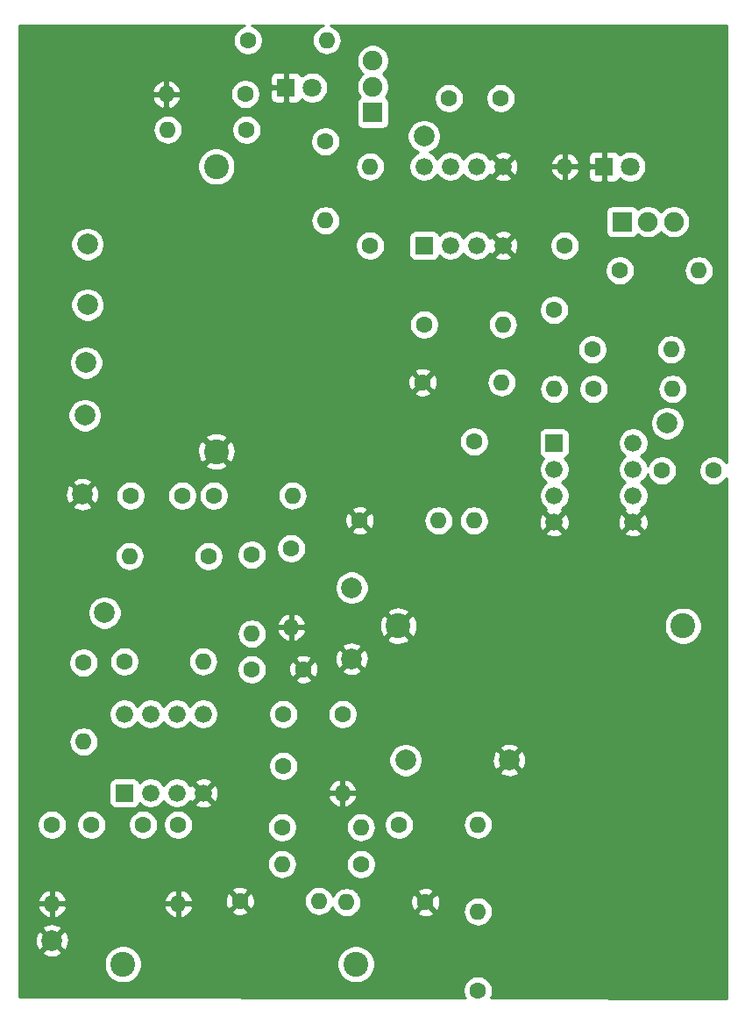
<source format=gbr>
G04 #@! TF.GenerationSoftware,KiCad,Pcbnew,5.1.2*
G04 #@! TF.CreationDate,2019-06-12T13:08:09-07:00*
G04 #@! TF.ProjectId,light-tone-pedal,6c696768-742d-4746-9f6e-652d70656461,rev?*
G04 #@! TF.SameCoordinates,Original*
G04 #@! TF.FileFunction,Copper,L2,Bot*
G04 #@! TF.FilePolarity,Positive*
%FSLAX46Y46*%
G04 Gerber Fmt 4.6, Leading zero omitted, Abs format (unit mm)*
G04 Created by KiCad (PCBNEW 5.1.2) date 2019-06-12 13:08:09*
%MOMM*%
%LPD*%
G04 APERTURE LIST*
%ADD10C,1.998980*%
%ADD11R,1.676400X1.676400*%
%ADD12C,1.676400*%
%ADD13C,2.400000*%
%ADD14C,1.600000*%
%ADD15C,2.000000*%
%ADD16C,1.800000*%
%ADD17R,1.800000X1.800000*%
%ADD18O,1.600000X1.600000*%
%ADD19C,1.900000*%
%ADD20R,1.900000X1.900000*%
%ADD21C,0.254000*%
G04 APERTURE END LIST*
D10*
X102743000Y-83439000D03*
X128778000Y-99314000D03*
X128778000Y-92456000D03*
X99822000Y-126492000D03*
X102997000Y-75819000D03*
X103124000Y-70739000D03*
X103251000Y-65151000D03*
X103251000Y-59309000D03*
X104902000Y-94869000D03*
X159258000Y-76581000D03*
X135763000Y-48895000D03*
D11*
X148336000Y-78486000D03*
D12*
X148336000Y-81026000D03*
X148336000Y-83566000D03*
X148336000Y-86106000D03*
X155956000Y-86106000D03*
X155956000Y-83566000D03*
X155956000Y-81026000D03*
X155956000Y-78486000D03*
D11*
X106807000Y-112268000D03*
D12*
X109347000Y-112268000D03*
X111887000Y-112268000D03*
X114427000Y-112268000D03*
X114427000Y-104648000D03*
X111887000Y-104648000D03*
X109347000Y-104648000D03*
X106807000Y-104648000D03*
D11*
X135763000Y-59436000D03*
D12*
X138303000Y-59436000D03*
X140843000Y-59436000D03*
X143383000Y-59436000D03*
X143383000Y-51816000D03*
X140843000Y-51816000D03*
X138303000Y-51816000D03*
X135763000Y-51816000D03*
D13*
X115697000Y-79316000D03*
X115697000Y-51816000D03*
D14*
X103632000Y-115316000D03*
X108632000Y-115316000D03*
X119126000Y-100330000D03*
X124126000Y-100330000D03*
X143176000Y-45212000D03*
X138176000Y-45212000D03*
X112395000Y-83566000D03*
X107395000Y-83566000D03*
D13*
X129180000Y-128778000D03*
X106680000Y-128778000D03*
X160782000Y-96139000D03*
X133282000Y-96139000D03*
D15*
X133985000Y-109093000D03*
X143985000Y-109093000D03*
D14*
X122174000Y-104648000D03*
X122174000Y-109648000D03*
X163750000Y-81153000D03*
X158750000Y-81153000D03*
D16*
X124968000Y-44196000D03*
D17*
X122428000Y-44196000D03*
X153162000Y-51816000D03*
D16*
X155702000Y-51816000D03*
D18*
X143256000Y-72644000D03*
D14*
X135636000Y-72644000D03*
X135763000Y-67056000D03*
D18*
X143383000Y-67056000D03*
X102870000Y-107315000D03*
D14*
X102870000Y-99695000D03*
D18*
X112014000Y-122936000D03*
D14*
X112014000Y-115316000D03*
D18*
X119126000Y-96901000D03*
D14*
X119126000Y-89281000D03*
X114935000Y-89408000D03*
D18*
X107315000Y-89408000D03*
X126238000Y-57023000D03*
D14*
X126238000Y-49403000D03*
X118745000Y-39624000D03*
D18*
X126365000Y-39624000D03*
X140970000Y-123698000D03*
D14*
X140970000Y-131318000D03*
X133350000Y-115316000D03*
D18*
X140970000Y-115316000D03*
X125603000Y-122682000D03*
D14*
X117983000Y-122682000D03*
X135890000Y-122809000D03*
D18*
X128270000Y-122809000D03*
D14*
X129540000Y-85979000D03*
D18*
X137160000Y-85979000D03*
X140589000Y-85979000D03*
D14*
X140589000Y-78359000D03*
X106807000Y-99568000D03*
D18*
X114427000Y-99568000D03*
X127889000Y-112268000D03*
D14*
X127889000Y-104648000D03*
X148336000Y-65659000D03*
D18*
X148336000Y-73279000D03*
X162306000Y-61849000D03*
D14*
X154686000Y-61849000D03*
X130556000Y-59436000D03*
D18*
X130556000Y-51816000D03*
D14*
X118618000Y-48260000D03*
D18*
X110998000Y-48260000D03*
X110871000Y-44831000D03*
D14*
X118491000Y-44831000D03*
X115443000Y-83566000D03*
D18*
X123063000Y-83566000D03*
D14*
X122936000Y-88646000D03*
D18*
X122936000Y-96266000D03*
X122047000Y-119126000D03*
D14*
X129667000Y-119126000D03*
X122047000Y-115570000D03*
D18*
X129667000Y-115570000D03*
X159766000Y-73279000D03*
D14*
X152146000Y-73279000D03*
D18*
X159639000Y-69469000D03*
D14*
X152019000Y-69469000D03*
X149352000Y-59436000D03*
D18*
X149352000Y-51816000D03*
D19*
X130810000Y-41609000D03*
X130810000Y-44109000D03*
D20*
X130810000Y-46609000D03*
D19*
X159893000Y-57150000D03*
X157393000Y-57150000D03*
D20*
X154893000Y-57150000D03*
D14*
X99822000Y-115316000D03*
D18*
X99822000Y-122936000D03*
D21*
G36*
X118326426Y-38244147D02*
G01*
X118065273Y-38352320D01*
X117830241Y-38509363D01*
X117630363Y-38709241D01*
X117473320Y-38944273D01*
X117365147Y-39205426D01*
X117310000Y-39482665D01*
X117310000Y-39765335D01*
X117365147Y-40042574D01*
X117473320Y-40303727D01*
X117630363Y-40538759D01*
X117830241Y-40738637D01*
X118065273Y-40895680D01*
X118326426Y-41003853D01*
X118603665Y-41059000D01*
X118886335Y-41059000D01*
X119163574Y-41003853D01*
X119424727Y-40895680D01*
X119659759Y-40738637D01*
X119859637Y-40538759D01*
X120016680Y-40303727D01*
X120124853Y-40042574D01*
X120180000Y-39765335D01*
X120180000Y-39482665D01*
X120124853Y-39205426D01*
X120016680Y-38944273D01*
X119859637Y-38709241D01*
X119659759Y-38509363D01*
X119424727Y-38352320D01*
X119163574Y-38244147D01*
X119077371Y-38227000D01*
X126026871Y-38227000D01*
X125813192Y-38291818D01*
X125563899Y-38425068D01*
X125345392Y-38604392D01*
X125166068Y-38822899D01*
X125032818Y-39072192D01*
X124950764Y-39342691D01*
X124923057Y-39624000D01*
X124950764Y-39905309D01*
X125032818Y-40175808D01*
X125166068Y-40425101D01*
X125345392Y-40643608D01*
X125563899Y-40822932D01*
X125813192Y-40956182D01*
X126083691Y-41038236D01*
X126294508Y-41059000D01*
X126435492Y-41059000D01*
X126646309Y-41038236D01*
X126916808Y-40956182D01*
X127166101Y-40822932D01*
X127384608Y-40643608D01*
X127563932Y-40425101D01*
X127697182Y-40175808D01*
X127779236Y-39905309D01*
X127806943Y-39624000D01*
X127779236Y-39342691D01*
X127697182Y-39072192D01*
X127563932Y-38822899D01*
X127384608Y-38604392D01*
X127166101Y-38425068D01*
X126916808Y-38291818D01*
X126703129Y-38227000D01*
X164973000Y-38227000D01*
X164973000Y-80400418D01*
X164864637Y-80238241D01*
X164664759Y-80038363D01*
X164429727Y-79881320D01*
X164168574Y-79773147D01*
X163891335Y-79718000D01*
X163608665Y-79718000D01*
X163331426Y-79773147D01*
X163070273Y-79881320D01*
X162835241Y-80038363D01*
X162635363Y-80238241D01*
X162478320Y-80473273D01*
X162370147Y-80734426D01*
X162315000Y-81011665D01*
X162315000Y-81294335D01*
X162370147Y-81571574D01*
X162478320Y-81832727D01*
X162635363Y-82067759D01*
X162835241Y-82267637D01*
X163070273Y-82424680D01*
X163331426Y-82532853D01*
X163608665Y-82588000D01*
X163891335Y-82588000D01*
X164168574Y-82532853D01*
X164429727Y-82424680D01*
X164664759Y-82267637D01*
X164864637Y-82067759D01*
X164973000Y-81905582D01*
X164973000Y-132079764D01*
X142215025Y-132037620D01*
X142241680Y-131997727D01*
X142349853Y-131736574D01*
X142405000Y-131459335D01*
X142405000Y-131176665D01*
X142349853Y-130899426D01*
X142241680Y-130638273D01*
X142084637Y-130403241D01*
X141884759Y-130203363D01*
X141649727Y-130046320D01*
X141388574Y-129938147D01*
X141111335Y-129883000D01*
X140828665Y-129883000D01*
X140551426Y-129938147D01*
X140290273Y-130046320D01*
X140055241Y-130203363D01*
X139855363Y-130403241D01*
X139698320Y-130638273D01*
X139590147Y-130899426D01*
X139535000Y-131176665D01*
X139535000Y-131459335D01*
X139590147Y-131736574D01*
X139698320Y-131997727D01*
X139721891Y-132033003D01*
X96647000Y-131953235D01*
X96647000Y-128597268D01*
X104845000Y-128597268D01*
X104845000Y-128958732D01*
X104915518Y-129313250D01*
X105053844Y-129647199D01*
X105254662Y-129947744D01*
X105510256Y-130203338D01*
X105810801Y-130404156D01*
X106144750Y-130542482D01*
X106499268Y-130613000D01*
X106860732Y-130613000D01*
X107215250Y-130542482D01*
X107549199Y-130404156D01*
X107849744Y-130203338D01*
X108105338Y-129947744D01*
X108306156Y-129647199D01*
X108444482Y-129313250D01*
X108515000Y-128958732D01*
X108515000Y-128597268D01*
X127345000Y-128597268D01*
X127345000Y-128958732D01*
X127415518Y-129313250D01*
X127553844Y-129647199D01*
X127754662Y-129947744D01*
X128010256Y-130203338D01*
X128310801Y-130404156D01*
X128644750Y-130542482D01*
X128999268Y-130613000D01*
X129360732Y-130613000D01*
X129715250Y-130542482D01*
X130049199Y-130404156D01*
X130349744Y-130203338D01*
X130605338Y-129947744D01*
X130806156Y-129647199D01*
X130944482Y-129313250D01*
X131015000Y-128958732D01*
X131015000Y-128597268D01*
X130944482Y-128242750D01*
X130806156Y-127908801D01*
X130605338Y-127608256D01*
X130349744Y-127352662D01*
X130049199Y-127151844D01*
X129715250Y-127013518D01*
X129360732Y-126943000D01*
X128999268Y-126943000D01*
X128644750Y-127013518D01*
X128310801Y-127151844D01*
X128010256Y-127352662D01*
X127754662Y-127608256D01*
X127553844Y-127908801D01*
X127415518Y-128242750D01*
X127345000Y-128597268D01*
X108515000Y-128597268D01*
X108444482Y-128242750D01*
X108306156Y-127908801D01*
X108105338Y-127608256D01*
X107849744Y-127352662D01*
X107549199Y-127151844D01*
X107215250Y-127013518D01*
X106860732Y-126943000D01*
X106499268Y-126943000D01*
X106144750Y-127013518D01*
X105810801Y-127151844D01*
X105510256Y-127352662D01*
X105254662Y-127608256D01*
X105053844Y-127908801D01*
X104915518Y-128242750D01*
X104845000Y-128597268D01*
X96647000Y-128597268D01*
X96647000Y-127627050D01*
X98866555Y-127627050D01*
X98962258Y-127891399D01*
X99251787Y-128032238D01*
X99563229Y-128113885D01*
X99884615Y-128133205D01*
X100203595Y-128089454D01*
X100507911Y-127984314D01*
X100681742Y-127891399D01*
X100777445Y-127627050D01*
X99822000Y-126671605D01*
X98866555Y-127627050D01*
X96647000Y-127627050D01*
X96647000Y-126554615D01*
X98180795Y-126554615D01*
X98224546Y-126873595D01*
X98329686Y-127177911D01*
X98422601Y-127351742D01*
X98686950Y-127447445D01*
X99642395Y-126492000D01*
X100001605Y-126492000D01*
X100957050Y-127447445D01*
X101221399Y-127351742D01*
X101362238Y-127062213D01*
X101443885Y-126750771D01*
X101463205Y-126429385D01*
X101419454Y-126110405D01*
X101314314Y-125806089D01*
X101221399Y-125632258D01*
X100957050Y-125536555D01*
X100001605Y-126492000D01*
X99642395Y-126492000D01*
X98686950Y-125536555D01*
X98422601Y-125632258D01*
X98281762Y-125921787D01*
X98200115Y-126233229D01*
X98180795Y-126554615D01*
X96647000Y-126554615D01*
X96647000Y-125356950D01*
X98866555Y-125356950D01*
X99822000Y-126312395D01*
X100777445Y-125356950D01*
X100681742Y-125092601D01*
X100392213Y-124951762D01*
X100080771Y-124870115D01*
X99759385Y-124850795D01*
X99440405Y-124894546D01*
X99136089Y-124999686D01*
X98962258Y-125092601D01*
X98866555Y-125356950D01*
X96647000Y-125356950D01*
X96647000Y-123285040D01*
X98430091Y-123285040D01*
X98524930Y-123549881D01*
X98669615Y-123791131D01*
X98858586Y-123999519D01*
X99084580Y-124167037D01*
X99338913Y-124287246D01*
X99472961Y-124327904D01*
X99695000Y-124205915D01*
X99695000Y-123063000D01*
X99949000Y-123063000D01*
X99949000Y-124205915D01*
X100171039Y-124327904D01*
X100305087Y-124287246D01*
X100559420Y-124167037D01*
X100785414Y-123999519D01*
X100974385Y-123791131D01*
X101119070Y-123549881D01*
X101213909Y-123285040D01*
X110622091Y-123285040D01*
X110716930Y-123549881D01*
X110861615Y-123791131D01*
X111050586Y-123999519D01*
X111276580Y-124167037D01*
X111530913Y-124287246D01*
X111664961Y-124327904D01*
X111887000Y-124205915D01*
X111887000Y-123063000D01*
X112141000Y-123063000D01*
X112141000Y-124205915D01*
X112363039Y-124327904D01*
X112497087Y-124287246D01*
X112751420Y-124167037D01*
X112977414Y-123999519D01*
X113166385Y-123791131D01*
X113236211Y-123674702D01*
X117169903Y-123674702D01*
X117241486Y-123918671D01*
X117496996Y-124039571D01*
X117771184Y-124108300D01*
X118053512Y-124122217D01*
X118333130Y-124080787D01*
X118599292Y-123985603D01*
X118724514Y-123918671D01*
X118796097Y-123674702D01*
X117983000Y-122861605D01*
X117169903Y-123674702D01*
X113236211Y-123674702D01*
X113311070Y-123549881D01*
X113405909Y-123285040D01*
X113284624Y-123063000D01*
X112141000Y-123063000D01*
X111887000Y-123063000D01*
X110743376Y-123063000D01*
X110622091Y-123285040D01*
X101213909Y-123285040D01*
X101092624Y-123063000D01*
X99949000Y-123063000D01*
X99695000Y-123063000D01*
X98551376Y-123063000D01*
X98430091Y-123285040D01*
X96647000Y-123285040D01*
X96647000Y-122586960D01*
X98430091Y-122586960D01*
X98551376Y-122809000D01*
X99695000Y-122809000D01*
X99695000Y-121666085D01*
X99949000Y-121666085D01*
X99949000Y-122809000D01*
X101092624Y-122809000D01*
X101213909Y-122586960D01*
X110622091Y-122586960D01*
X110743376Y-122809000D01*
X111887000Y-122809000D01*
X111887000Y-121666085D01*
X112141000Y-121666085D01*
X112141000Y-122809000D01*
X113284624Y-122809000D01*
X113315479Y-122752512D01*
X116542783Y-122752512D01*
X116584213Y-123032130D01*
X116679397Y-123298292D01*
X116746329Y-123423514D01*
X116990298Y-123495097D01*
X117803395Y-122682000D01*
X118162605Y-122682000D01*
X118975702Y-123495097D01*
X119219671Y-123423514D01*
X119340571Y-123168004D01*
X119409300Y-122893816D01*
X119419741Y-122682000D01*
X124161057Y-122682000D01*
X124188764Y-122963309D01*
X124270818Y-123233808D01*
X124404068Y-123483101D01*
X124583392Y-123701608D01*
X124801899Y-123880932D01*
X125051192Y-124014182D01*
X125321691Y-124096236D01*
X125532508Y-124117000D01*
X125673492Y-124117000D01*
X125884309Y-124096236D01*
X126154808Y-124014182D01*
X126404101Y-123880932D01*
X126622608Y-123701608D01*
X126801932Y-123483101D01*
X126912287Y-123276642D01*
X126937818Y-123360808D01*
X127071068Y-123610101D01*
X127250392Y-123828608D01*
X127468899Y-124007932D01*
X127718192Y-124141182D01*
X127988691Y-124223236D01*
X128199508Y-124244000D01*
X128340492Y-124244000D01*
X128551309Y-124223236D01*
X128821808Y-124141182D01*
X129071101Y-124007932D01*
X129289608Y-123828608D01*
X129311689Y-123801702D01*
X135076903Y-123801702D01*
X135148486Y-124045671D01*
X135403996Y-124166571D01*
X135678184Y-124235300D01*
X135960512Y-124249217D01*
X136240130Y-124207787D01*
X136506292Y-124112603D01*
X136631514Y-124045671D01*
X136703097Y-123801702D01*
X136599395Y-123698000D01*
X139528057Y-123698000D01*
X139555764Y-123979309D01*
X139637818Y-124249808D01*
X139771068Y-124499101D01*
X139950392Y-124717608D01*
X140168899Y-124896932D01*
X140418192Y-125030182D01*
X140688691Y-125112236D01*
X140899508Y-125133000D01*
X141040492Y-125133000D01*
X141251309Y-125112236D01*
X141521808Y-125030182D01*
X141771101Y-124896932D01*
X141989608Y-124717608D01*
X142168932Y-124499101D01*
X142302182Y-124249808D01*
X142384236Y-123979309D01*
X142411943Y-123698000D01*
X142384236Y-123416691D01*
X142302182Y-123146192D01*
X142168932Y-122896899D01*
X141989608Y-122678392D01*
X141771101Y-122499068D01*
X141521808Y-122365818D01*
X141251309Y-122283764D01*
X141040492Y-122263000D01*
X140899508Y-122263000D01*
X140688691Y-122283764D01*
X140418192Y-122365818D01*
X140168899Y-122499068D01*
X139950392Y-122678392D01*
X139771068Y-122896899D01*
X139637818Y-123146192D01*
X139555764Y-123416691D01*
X139528057Y-123698000D01*
X136599395Y-123698000D01*
X135890000Y-122988605D01*
X135076903Y-123801702D01*
X129311689Y-123801702D01*
X129468932Y-123610101D01*
X129602182Y-123360808D01*
X129684236Y-123090309D01*
X129704998Y-122879512D01*
X134449783Y-122879512D01*
X134491213Y-123159130D01*
X134586397Y-123425292D01*
X134653329Y-123550514D01*
X134897298Y-123622097D01*
X135710395Y-122809000D01*
X136069605Y-122809000D01*
X136882702Y-123622097D01*
X137126671Y-123550514D01*
X137247571Y-123295004D01*
X137316300Y-123020816D01*
X137330217Y-122738488D01*
X137288787Y-122458870D01*
X137193603Y-122192708D01*
X137126671Y-122067486D01*
X136882702Y-121995903D01*
X136069605Y-122809000D01*
X135710395Y-122809000D01*
X134897298Y-121995903D01*
X134653329Y-122067486D01*
X134532429Y-122322996D01*
X134463700Y-122597184D01*
X134449783Y-122879512D01*
X129704998Y-122879512D01*
X129711943Y-122809000D01*
X129684236Y-122527691D01*
X129602182Y-122257192D01*
X129468932Y-122007899D01*
X129311690Y-121816298D01*
X135076903Y-121816298D01*
X135890000Y-122629395D01*
X136703097Y-121816298D01*
X136631514Y-121572329D01*
X136376004Y-121451429D01*
X136101816Y-121382700D01*
X135819488Y-121368783D01*
X135539870Y-121410213D01*
X135273708Y-121505397D01*
X135148486Y-121572329D01*
X135076903Y-121816298D01*
X129311690Y-121816298D01*
X129289608Y-121789392D01*
X129071101Y-121610068D01*
X128821808Y-121476818D01*
X128551309Y-121394764D01*
X128340492Y-121374000D01*
X128199508Y-121374000D01*
X127988691Y-121394764D01*
X127718192Y-121476818D01*
X127468899Y-121610068D01*
X127250392Y-121789392D01*
X127071068Y-122007899D01*
X126960713Y-122214358D01*
X126935182Y-122130192D01*
X126801932Y-121880899D01*
X126622608Y-121662392D01*
X126404101Y-121483068D01*
X126154808Y-121349818D01*
X125884309Y-121267764D01*
X125673492Y-121247000D01*
X125532508Y-121247000D01*
X125321691Y-121267764D01*
X125051192Y-121349818D01*
X124801899Y-121483068D01*
X124583392Y-121662392D01*
X124404068Y-121880899D01*
X124270818Y-122130192D01*
X124188764Y-122400691D01*
X124161057Y-122682000D01*
X119419741Y-122682000D01*
X119423217Y-122611488D01*
X119381787Y-122331870D01*
X119286603Y-122065708D01*
X119219671Y-121940486D01*
X118975702Y-121868903D01*
X118162605Y-122682000D01*
X117803395Y-122682000D01*
X116990298Y-121868903D01*
X116746329Y-121940486D01*
X116625429Y-122195996D01*
X116556700Y-122470184D01*
X116542783Y-122752512D01*
X113315479Y-122752512D01*
X113405909Y-122586960D01*
X113311070Y-122322119D01*
X113166385Y-122080869D01*
X112977414Y-121872481D01*
X112751420Y-121704963D01*
X112718277Y-121689298D01*
X117169903Y-121689298D01*
X117983000Y-122502395D01*
X118796097Y-121689298D01*
X118724514Y-121445329D01*
X118469004Y-121324429D01*
X118194816Y-121255700D01*
X117912488Y-121241783D01*
X117632870Y-121283213D01*
X117366708Y-121378397D01*
X117241486Y-121445329D01*
X117169903Y-121689298D01*
X112718277Y-121689298D01*
X112497087Y-121584754D01*
X112363039Y-121544096D01*
X112141000Y-121666085D01*
X111887000Y-121666085D01*
X111664961Y-121544096D01*
X111530913Y-121584754D01*
X111276580Y-121704963D01*
X111050586Y-121872481D01*
X110861615Y-122080869D01*
X110716930Y-122322119D01*
X110622091Y-122586960D01*
X101213909Y-122586960D01*
X101119070Y-122322119D01*
X100974385Y-122080869D01*
X100785414Y-121872481D01*
X100559420Y-121704963D01*
X100305087Y-121584754D01*
X100171039Y-121544096D01*
X99949000Y-121666085D01*
X99695000Y-121666085D01*
X99472961Y-121544096D01*
X99338913Y-121584754D01*
X99084580Y-121704963D01*
X98858586Y-121872481D01*
X98669615Y-122080869D01*
X98524930Y-122322119D01*
X98430091Y-122586960D01*
X96647000Y-122586960D01*
X96647000Y-119126000D01*
X120605057Y-119126000D01*
X120632764Y-119407309D01*
X120714818Y-119677808D01*
X120848068Y-119927101D01*
X121027392Y-120145608D01*
X121245899Y-120324932D01*
X121495192Y-120458182D01*
X121765691Y-120540236D01*
X121976508Y-120561000D01*
X122117492Y-120561000D01*
X122328309Y-120540236D01*
X122598808Y-120458182D01*
X122848101Y-120324932D01*
X123066608Y-120145608D01*
X123245932Y-119927101D01*
X123379182Y-119677808D01*
X123461236Y-119407309D01*
X123488943Y-119126000D01*
X123475023Y-118984665D01*
X128232000Y-118984665D01*
X128232000Y-119267335D01*
X128287147Y-119544574D01*
X128395320Y-119805727D01*
X128552363Y-120040759D01*
X128752241Y-120240637D01*
X128987273Y-120397680D01*
X129248426Y-120505853D01*
X129525665Y-120561000D01*
X129808335Y-120561000D01*
X130085574Y-120505853D01*
X130346727Y-120397680D01*
X130581759Y-120240637D01*
X130781637Y-120040759D01*
X130938680Y-119805727D01*
X131046853Y-119544574D01*
X131102000Y-119267335D01*
X131102000Y-118984665D01*
X131046853Y-118707426D01*
X130938680Y-118446273D01*
X130781637Y-118211241D01*
X130581759Y-118011363D01*
X130346727Y-117854320D01*
X130085574Y-117746147D01*
X129808335Y-117691000D01*
X129525665Y-117691000D01*
X129248426Y-117746147D01*
X128987273Y-117854320D01*
X128752241Y-118011363D01*
X128552363Y-118211241D01*
X128395320Y-118446273D01*
X128287147Y-118707426D01*
X128232000Y-118984665D01*
X123475023Y-118984665D01*
X123461236Y-118844691D01*
X123379182Y-118574192D01*
X123245932Y-118324899D01*
X123066608Y-118106392D01*
X122848101Y-117927068D01*
X122598808Y-117793818D01*
X122328309Y-117711764D01*
X122117492Y-117691000D01*
X121976508Y-117691000D01*
X121765691Y-117711764D01*
X121495192Y-117793818D01*
X121245899Y-117927068D01*
X121027392Y-118106392D01*
X120848068Y-118324899D01*
X120714818Y-118574192D01*
X120632764Y-118844691D01*
X120605057Y-119126000D01*
X96647000Y-119126000D01*
X96647000Y-115174665D01*
X98387000Y-115174665D01*
X98387000Y-115457335D01*
X98442147Y-115734574D01*
X98550320Y-115995727D01*
X98707363Y-116230759D01*
X98907241Y-116430637D01*
X99142273Y-116587680D01*
X99403426Y-116695853D01*
X99680665Y-116751000D01*
X99963335Y-116751000D01*
X100240574Y-116695853D01*
X100501727Y-116587680D01*
X100736759Y-116430637D01*
X100936637Y-116230759D01*
X101093680Y-115995727D01*
X101201853Y-115734574D01*
X101257000Y-115457335D01*
X101257000Y-115174665D01*
X102197000Y-115174665D01*
X102197000Y-115457335D01*
X102252147Y-115734574D01*
X102360320Y-115995727D01*
X102517363Y-116230759D01*
X102717241Y-116430637D01*
X102952273Y-116587680D01*
X103213426Y-116695853D01*
X103490665Y-116751000D01*
X103773335Y-116751000D01*
X104050574Y-116695853D01*
X104311727Y-116587680D01*
X104546759Y-116430637D01*
X104746637Y-116230759D01*
X104903680Y-115995727D01*
X105011853Y-115734574D01*
X105067000Y-115457335D01*
X105067000Y-115174665D01*
X107197000Y-115174665D01*
X107197000Y-115457335D01*
X107252147Y-115734574D01*
X107360320Y-115995727D01*
X107517363Y-116230759D01*
X107717241Y-116430637D01*
X107952273Y-116587680D01*
X108213426Y-116695853D01*
X108490665Y-116751000D01*
X108773335Y-116751000D01*
X109050574Y-116695853D01*
X109311727Y-116587680D01*
X109546759Y-116430637D01*
X109746637Y-116230759D01*
X109903680Y-115995727D01*
X110011853Y-115734574D01*
X110067000Y-115457335D01*
X110067000Y-115174665D01*
X110579000Y-115174665D01*
X110579000Y-115457335D01*
X110634147Y-115734574D01*
X110742320Y-115995727D01*
X110899363Y-116230759D01*
X111099241Y-116430637D01*
X111334273Y-116587680D01*
X111595426Y-116695853D01*
X111872665Y-116751000D01*
X112155335Y-116751000D01*
X112432574Y-116695853D01*
X112693727Y-116587680D01*
X112928759Y-116430637D01*
X113128637Y-116230759D01*
X113285680Y-115995727D01*
X113393853Y-115734574D01*
X113449000Y-115457335D01*
X113449000Y-115428665D01*
X120612000Y-115428665D01*
X120612000Y-115711335D01*
X120667147Y-115988574D01*
X120775320Y-116249727D01*
X120932363Y-116484759D01*
X121132241Y-116684637D01*
X121367273Y-116841680D01*
X121628426Y-116949853D01*
X121905665Y-117005000D01*
X122188335Y-117005000D01*
X122465574Y-116949853D01*
X122726727Y-116841680D01*
X122961759Y-116684637D01*
X123161637Y-116484759D01*
X123318680Y-116249727D01*
X123426853Y-115988574D01*
X123482000Y-115711335D01*
X123482000Y-115570000D01*
X128225057Y-115570000D01*
X128252764Y-115851309D01*
X128334818Y-116121808D01*
X128468068Y-116371101D01*
X128647392Y-116589608D01*
X128865899Y-116768932D01*
X129115192Y-116902182D01*
X129385691Y-116984236D01*
X129596508Y-117005000D01*
X129737492Y-117005000D01*
X129948309Y-116984236D01*
X130218808Y-116902182D01*
X130468101Y-116768932D01*
X130686608Y-116589608D01*
X130865932Y-116371101D01*
X130999182Y-116121808D01*
X131081236Y-115851309D01*
X131108943Y-115570000D01*
X131081236Y-115288691D01*
X131046648Y-115174665D01*
X131915000Y-115174665D01*
X131915000Y-115457335D01*
X131970147Y-115734574D01*
X132078320Y-115995727D01*
X132235363Y-116230759D01*
X132435241Y-116430637D01*
X132670273Y-116587680D01*
X132931426Y-116695853D01*
X133208665Y-116751000D01*
X133491335Y-116751000D01*
X133768574Y-116695853D01*
X134029727Y-116587680D01*
X134264759Y-116430637D01*
X134464637Y-116230759D01*
X134621680Y-115995727D01*
X134729853Y-115734574D01*
X134785000Y-115457335D01*
X134785000Y-115316000D01*
X139528057Y-115316000D01*
X139555764Y-115597309D01*
X139637818Y-115867808D01*
X139771068Y-116117101D01*
X139950392Y-116335608D01*
X140168899Y-116514932D01*
X140418192Y-116648182D01*
X140688691Y-116730236D01*
X140899508Y-116751000D01*
X141040492Y-116751000D01*
X141251309Y-116730236D01*
X141521808Y-116648182D01*
X141771101Y-116514932D01*
X141989608Y-116335608D01*
X142168932Y-116117101D01*
X142302182Y-115867808D01*
X142384236Y-115597309D01*
X142411943Y-115316000D01*
X142384236Y-115034691D01*
X142302182Y-114764192D01*
X142168932Y-114514899D01*
X141989608Y-114296392D01*
X141771101Y-114117068D01*
X141521808Y-113983818D01*
X141251309Y-113901764D01*
X141040492Y-113881000D01*
X140899508Y-113881000D01*
X140688691Y-113901764D01*
X140418192Y-113983818D01*
X140168899Y-114117068D01*
X139950392Y-114296392D01*
X139771068Y-114514899D01*
X139637818Y-114764192D01*
X139555764Y-115034691D01*
X139528057Y-115316000D01*
X134785000Y-115316000D01*
X134785000Y-115174665D01*
X134729853Y-114897426D01*
X134621680Y-114636273D01*
X134464637Y-114401241D01*
X134264759Y-114201363D01*
X134029727Y-114044320D01*
X133768574Y-113936147D01*
X133491335Y-113881000D01*
X133208665Y-113881000D01*
X132931426Y-113936147D01*
X132670273Y-114044320D01*
X132435241Y-114201363D01*
X132235363Y-114401241D01*
X132078320Y-114636273D01*
X131970147Y-114897426D01*
X131915000Y-115174665D01*
X131046648Y-115174665D01*
X130999182Y-115018192D01*
X130865932Y-114768899D01*
X130686608Y-114550392D01*
X130468101Y-114371068D01*
X130218808Y-114237818D01*
X129948309Y-114155764D01*
X129737492Y-114135000D01*
X129596508Y-114135000D01*
X129385691Y-114155764D01*
X129115192Y-114237818D01*
X128865899Y-114371068D01*
X128647392Y-114550392D01*
X128468068Y-114768899D01*
X128334818Y-115018192D01*
X128252764Y-115288691D01*
X128225057Y-115570000D01*
X123482000Y-115570000D01*
X123482000Y-115428665D01*
X123426853Y-115151426D01*
X123318680Y-114890273D01*
X123161637Y-114655241D01*
X122961759Y-114455363D01*
X122726727Y-114298320D01*
X122465574Y-114190147D01*
X122188335Y-114135000D01*
X121905665Y-114135000D01*
X121628426Y-114190147D01*
X121367273Y-114298320D01*
X121132241Y-114455363D01*
X120932363Y-114655241D01*
X120775320Y-114890273D01*
X120667147Y-115151426D01*
X120612000Y-115428665D01*
X113449000Y-115428665D01*
X113449000Y-115174665D01*
X113393853Y-114897426D01*
X113285680Y-114636273D01*
X113128637Y-114401241D01*
X112928759Y-114201363D01*
X112693727Y-114044320D01*
X112432574Y-113936147D01*
X112155335Y-113881000D01*
X111872665Y-113881000D01*
X111595426Y-113936147D01*
X111334273Y-114044320D01*
X111099241Y-114201363D01*
X110899363Y-114401241D01*
X110742320Y-114636273D01*
X110634147Y-114897426D01*
X110579000Y-115174665D01*
X110067000Y-115174665D01*
X110011853Y-114897426D01*
X109903680Y-114636273D01*
X109746637Y-114401241D01*
X109546759Y-114201363D01*
X109311727Y-114044320D01*
X109050574Y-113936147D01*
X108773335Y-113881000D01*
X108490665Y-113881000D01*
X108213426Y-113936147D01*
X107952273Y-114044320D01*
X107717241Y-114201363D01*
X107517363Y-114401241D01*
X107360320Y-114636273D01*
X107252147Y-114897426D01*
X107197000Y-115174665D01*
X105067000Y-115174665D01*
X105011853Y-114897426D01*
X104903680Y-114636273D01*
X104746637Y-114401241D01*
X104546759Y-114201363D01*
X104311727Y-114044320D01*
X104050574Y-113936147D01*
X103773335Y-113881000D01*
X103490665Y-113881000D01*
X103213426Y-113936147D01*
X102952273Y-114044320D01*
X102717241Y-114201363D01*
X102517363Y-114401241D01*
X102360320Y-114636273D01*
X102252147Y-114897426D01*
X102197000Y-115174665D01*
X101257000Y-115174665D01*
X101201853Y-114897426D01*
X101093680Y-114636273D01*
X100936637Y-114401241D01*
X100736759Y-114201363D01*
X100501727Y-114044320D01*
X100240574Y-113936147D01*
X99963335Y-113881000D01*
X99680665Y-113881000D01*
X99403426Y-113936147D01*
X99142273Y-114044320D01*
X98907241Y-114201363D01*
X98707363Y-114401241D01*
X98550320Y-114636273D01*
X98442147Y-114897426D01*
X98387000Y-115174665D01*
X96647000Y-115174665D01*
X96647000Y-111429800D01*
X105330728Y-111429800D01*
X105330728Y-113106200D01*
X105342988Y-113230682D01*
X105379298Y-113350380D01*
X105438263Y-113460694D01*
X105517615Y-113557385D01*
X105614306Y-113636737D01*
X105724620Y-113695702D01*
X105844318Y-113732012D01*
X105968800Y-113744272D01*
X107645200Y-113744272D01*
X107769682Y-113732012D01*
X107889380Y-113695702D01*
X107999694Y-113636737D01*
X108096385Y-113557385D01*
X108175737Y-113460694D01*
X108234702Y-113350380D01*
X108260597Y-113265016D01*
X108407890Y-113412309D01*
X108649178Y-113573533D01*
X108917283Y-113684586D01*
X109201902Y-113741200D01*
X109492098Y-113741200D01*
X109776717Y-113684586D01*
X110044822Y-113573533D01*
X110286110Y-113412309D01*
X110491309Y-113207110D01*
X110617000Y-113019001D01*
X110742691Y-113207110D01*
X110947890Y-113412309D01*
X111189178Y-113573533D01*
X111457283Y-113684586D01*
X111741902Y-113741200D01*
X112032098Y-113741200D01*
X112316717Y-113684586D01*
X112584822Y-113573533D01*
X112826110Y-113412309D01*
X112950444Y-113287975D01*
X113586630Y-113287975D01*
X113662838Y-113535844D01*
X113924865Y-113660563D01*
X114206189Y-113731768D01*
X114495999Y-113746719D01*
X114783157Y-113704845D01*
X115056628Y-113607754D01*
X115191162Y-113535844D01*
X115267370Y-113287975D01*
X114427000Y-112447605D01*
X113586630Y-113287975D01*
X112950444Y-113287975D01*
X113031309Y-113207110D01*
X113154289Y-113023057D01*
X113159156Y-113032162D01*
X113407025Y-113108370D01*
X114247395Y-112268000D01*
X114606605Y-112268000D01*
X115446975Y-113108370D01*
X115694844Y-113032162D01*
X115819563Y-112770135D01*
X115858312Y-112617040D01*
X126497091Y-112617040D01*
X126591930Y-112881881D01*
X126736615Y-113123131D01*
X126925586Y-113331519D01*
X127151580Y-113499037D01*
X127405913Y-113619246D01*
X127539961Y-113659904D01*
X127762000Y-113537915D01*
X127762000Y-112395000D01*
X128016000Y-112395000D01*
X128016000Y-113537915D01*
X128238039Y-113659904D01*
X128372087Y-113619246D01*
X128626420Y-113499037D01*
X128852414Y-113331519D01*
X129041385Y-113123131D01*
X129186070Y-112881881D01*
X129280909Y-112617040D01*
X129159624Y-112395000D01*
X128016000Y-112395000D01*
X127762000Y-112395000D01*
X126618376Y-112395000D01*
X126497091Y-112617040D01*
X115858312Y-112617040D01*
X115890768Y-112488811D01*
X115905719Y-112199001D01*
X115864883Y-111918960D01*
X126497091Y-111918960D01*
X126618376Y-112141000D01*
X127762000Y-112141000D01*
X127762000Y-110998085D01*
X128016000Y-110998085D01*
X128016000Y-112141000D01*
X129159624Y-112141000D01*
X129280909Y-111918960D01*
X129186070Y-111654119D01*
X129041385Y-111412869D01*
X128852414Y-111204481D01*
X128626420Y-111036963D01*
X128372087Y-110916754D01*
X128238039Y-110876096D01*
X128016000Y-110998085D01*
X127762000Y-110998085D01*
X127539961Y-110876096D01*
X127405913Y-110916754D01*
X127151580Y-111036963D01*
X126925586Y-111204481D01*
X126736615Y-111412869D01*
X126591930Y-111654119D01*
X126497091Y-111918960D01*
X115864883Y-111918960D01*
X115863845Y-111911843D01*
X115766754Y-111638372D01*
X115694844Y-111503838D01*
X115446975Y-111427630D01*
X114606605Y-112268000D01*
X114247395Y-112268000D01*
X113407025Y-111427630D01*
X113159156Y-111503838D01*
X113154601Y-111513408D01*
X113031309Y-111328890D01*
X112950444Y-111248025D01*
X113586630Y-111248025D01*
X114427000Y-112088395D01*
X115267370Y-111248025D01*
X115191162Y-111000156D01*
X114929135Y-110875437D01*
X114647811Y-110804232D01*
X114358001Y-110789281D01*
X114070843Y-110831155D01*
X113797372Y-110928246D01*
X113662838Y-111000156D01*
X113586630Y-111248025D01*
X112950444Y-111248025D01*
X112826110Y-111123691D01*
X112584822Y-110962467D01*
X112316717Y-110851414D01*
X112032098Y-110794800D01*
X111741902Y-110794800D01*
X111457283Y-110851414D01*
X111189178Y-110962467D01*
X110947890Y-111123691D01*
X110742691Y-111328890D01*
X110617000Y-111516999D01*
X110491309Y-111328890D01*
X110286110Y-111123691D01*
X110044822Y-110962467D01*
X109776717Y-110851414D01*
X109492098Y-110794800D01*
X109201902Y-110794800D01*
X108917283Y-110851414D01*
X108649178Y-110962467D01*
X108407890Y-111123691D01*
X108260597Y-111270984D01*
X108234702Y-111185620D01*
X108175737Y-111075306D01*
X108096385Y-110978615D01*
X107999694Y-110899263D01*
X107889380Y-110840298D01*
X107769682Y-110803988D01*
X107645200Y-110791728D01*
X105968800Y-110791728D01*
X105844318Y-110803988D01*
X105724620Y-110840298D01*
X105614306Y-110899263D01*
X105517615Y-110978615D01*
X105438263Y-111075306D01*
X105379298Y-111185620D01*
X105342988Y-111305318D01*
X105330728Y-111429800D01*
X96647000Y-111429800D01*
X96647000Y-109506665D01*
X120739000Y-109506665D01*
X120739000Y-109789335D01*
X120794147Y-110066574D01*
X120902320Y-110327727D01*
X121059363Y-110562759D01*
X121259241Y-110762637D01*
X121494273Y-110919680D01*
X121755426Y-111027853D01*
X122032665Y-111083000D01*
X122315335Y-111083000D01*
X122592574Y-111027853D01*
X122853727Y-110919680D01*
X123088759Y-110762637D01*
X123288637Y-110562759D01*
X123445680Y-110327727D01*
X123553853Y-110066574D01*
X123609000Y-109789335D01*
X123609000Y-109506665D01*
X123553853Y-109229426D01*
X123445680Y-108968273D01*
X123421422Y-108931967D01*
X132350000Y-108931967D01*
X132350000Y-109254033D01*
X132412832Y-109569912D01*
X132536082Y-109867463D01*
X132715013Y-110135252D01*
X132942748Y-110362987D01*
X133210537Y-110541918D01*
X133508088Y-110665168D01*
X133823967Y-110728000D01*
X134146033Y-110728000D01*
X134461912Y-110665168D01*
X134759463Y-110541918D01*
X135027252Y-110362987D01*
X135161826Y-110228413D01*
X143029192Y-110228413D01*
X143124956Y-110492814D01*
X143414571Y-110633704D01*
X143726108Y-110715384D01*
X144047595Y-110734718D01*
X144366675Y-110690961D01*
X144671088Y-110585795D01*
X144845044Y-110492814D01*
X144940808Y-110228413D01*
X143985000Y-109272605D01*
X143029192Y-110228413D01*
X135161826Y-110228413D01*
X135254987Y-110135252D01*
X135433918Y-109867463D01*
X135557168Y-109569912D01*
X135620000Y-109254033D01*
X135620000Y-109155595D01*
X142343282Y-109155595D01*
X142387039Y-109474675D01*
X142492205Y-109779088D01*
X142585186Y-109953044D01*
X142849587Y-110048808D01*
X143805395Y-109093000D01*
X144164605Y-109093000D01*
X145120413Y-110048808D01*
X145384814Y-109953044D01*
X145525704Y-109663429D01*
X145607384Y-109351892D01*
X145626718Y-109030405D01*
X145582961Y-108711325D01*
X145477795Y-108406912D01*
X145384814Y-108232956D01*
X145120413Y-108137192D01*
X144164605Y-109093000D01*
X143805395Y-109093000D01*
X142849587Y-108137192D01*
X142585186Y-108232956D01*
X142444296Y-108522571D01*
X142362616Y-108834108D01*
X142343282Y-109155595D01*
X135620000Y-109155595D01*
X135620000Y-108931967D01*
X135557168Y-108616088D01*
X135433918Y-108318537D01*
X135254987Y-108050748D01*
X135161826Y-107957587D01*
X143029192Y-107957587D01*
X143985000Y-108913395D01*
X144940808Y-107957587D01*
X144845044Y-107693186D01*
X144555429Y-107552296D01*
X144243892Y-107470616D01*
X143922405Y-107451282D01*
X143603325Y-107495039D01*
X143298912Y-107600205D01*
X143124956Y-107693186D01*
X143029192Y-107957587D01*
X135161826Y-107957587D01*
X135027252Y-107823013D01*
X134759463Y-107644082D01*
X134461912Y-107520832D01*
X134146033Y-107458000D01*
X133823967Y-107458000D01*
X133508088Y-107520832D01*
X133210537Y-107644082D01*
X132942748Y-107823013D01*
X132715013Y-108050748D01*
X132536082Y-108318537D01*
X132412832Y-108616088D01*
X132350000Y-108931967D01*
X123421422Y-108931967D01*
X123288637Y-108733241D01*
X123088759Y-108533363D01*
X122853727Y-108376320D01*
X122592574Y-108268147D01*
X122315335Y-108213000D01*
X122032665Y-108213000D01*
X121755426Y-108268147D01*
X121494273Y-108376320D01*
X121259241Y-108533363D01*
X121059363Y-108733241D01*
X120902320Y-108968273D01*
X120794147Y-109229426D01*
X120739000Y-109506665D01*
X96647000Y-109506665D01*
X96647000Y-107315000D01*
X101428057Y-107315000D01*
X101455764Y-107596309D01*
X101537818Y-107866808D01*
X101671068Y-108116101D01*
X101850392Y-108334608D01*
X102068899Y-108513932D01*
X102318192Y-108647182D01*
X102588691Y-108729236D01*
X102799508Y-108750000D01*
X102940492Y-108750000D01*
X103151309Y-108729236D01*
X103421808Y-108647182D01*
X103671101Y-108513932D01*
X103889608Y-108334608D01*
X104068932Y-108116101D01*
X104202182Y-107866808D01*
X104284236Y-107596309D01*
X104311943Y-107315000D01*
X104284236Y-107033691D01*
X104202182Y-106763192D01*
X104068932Y-106513899D01*
X103889608Y-106295392D01*
X103671101Y-106116068D01*
X103421808Y-105982818D01*
X103151309Y-105900764D01*
X102940492Y-105880000D01*
X102799508Y-105880000D01*
X102588691Y-105900764D01*
X102318192Y-105982818D01*
X102068899Y-106116068D01*
X101850392Y-106295392D01*
X101671068Y-106513899D01*
X101537818Y-106763192D01*
X101455764Y-107033691D01*
X101428057Y-107315000D01*
X96647000Y-107315000D01*
X96647000Y-104502902D01*
X105333800Y-104502902D01*
X105333800Y-104793098D01*
X105390414Y-105077717D01*
X105501467Y-105345822D01*
X105662691Y-105587110D01*
X105867890Y-105792309D01*
X106109178Y-105953533D01*
X106377283Y-106064586D01*
X106661902Y-106121200D01*
X106952098Y-106121200D01*
X107236717Y-106064586D01*
X107504822Y-105953533D01*
X107746110Y-105792309D01*
X107951309Y-105587110D01*
X108077000Y-105399001D01*
X108202691Y-105587110D01*
X108407890Y-105792309D01*
X108649178Y-105953533D01*
X108917283Y-106064586D01*
X109201902Y-106121200D01*
X109492098Y-106121200D01*
X109776717Y-106064586D01*
X110044822Y-105953533D01*
X110286110Y-105792309D01*
X110491309Y-105587110D01*
X110617000Y-105399001D01*
X110742691Y-105587110D01*
X110947890Y-105792309D01*
X111189178Y-105953533D01*
X111457283Y-106064586D01*
X111741902Y-106121200D01*
X112032098Y-106121200D01*
X112316717Y-106064586D01*
X112584822Y-105953533D01*
X112826110Y-105792309D01*
X113031309Y-105587110D01*
X113157000Y-105399001D01*
X113282691Y-105587110D01*
X113487890Y-105792309D01*
X113729178Y-105953533D01*
X113997283Y-106064586D01*
X114281902Y-106121200D01*
X114572098Y-106121200D01*
X114856717Y-106064586D01*
X115124822Y-105953533D01*
X115366110Y-105792309D01*
X115571309Y-105587110D01*
X115732533Y-105345822D01*
X115843586Y-105077717D01*
X115900200Y-104793098D01*
X115900200Y-104506665D01*
X120739000Y-104506665D01*
X120739000Y-104789335D01*
X120794147Y-105066574D01*
X120902320Y-105327727D01*
X121059363Y-105562759D01*
X121259241Y-105762637D01*
X121494273Y-105919680D01*
X121755426Y-106027853D01*
X122032665Y-106083000D01*
X122315335Y-106083000D01*
X122592574Y-106027853D01*
X122853727Y-105919680D01*
X123088759Y-105762637D01*
X123288637Y-105562759D01*
X123445680Y-105327727D01*
X123553853Y-105066574D01*
X123609000Y-104789335D01*
X123609000Y-104506665D01*
X126454000Y-104506665D01*
X126454000Y-104789335D01*
X126509147Y-105066574D01*
X126617320Y-105327727D01*
X126774363Y-105562759D01*
X126974241Y-105762637D01*
X127209273Y-105919680D01*
X127470426Y-106027853D01*
X127747665Y-106083000D01*
X128030335Y-106083000D01*
X128307574Y-106027853D01*
X128568727Y-105919680D01*
X128803759Y-105762637D01*
X129003637Y-105562759D01*
X129160680Y-105327727D01*
X129268853Y-105066574D01*
X129324000Y-104789335D01*
X129324000Y-104506665D01*
X129268853Y-104229426D01*
X129160680Y-103968273D01*
X129003637Y-103733241D01*
X128803759Y-103533363D01*
X128568727Y-103376320D01*
X128307574Y-103268147D01*
X128030335Y-103213000D01*
X127747665Y-103213000D01*
X127470426Y-103268147D01*
X127209273Y-103376320D01*
X126974241Y-103533363D01*
X126774363Y-103733241D01*
X126617320Y-103968273D01*
X126509147Y-104229426D01*
X126454000Y-104506665D01*
X123609000Y-104506665D01*
X123553853Y-104229426D01*
X123445680Y-103968273D01*
X123288637Y-103733241D01*
X123088759Y-103533363D01*
X122853727Y-103376320D01*
X122592574Y-103268147D01*
X122315335Y-103213000D01*
X122032665Y-103213000D01*
X121755426Y-103268147D01*
X121494273Y-103376320D01*
X121259241Y-103533363D01*
X121059363Y-103733241D01*
X120902320Y-103968273D01*
X120794147Y-104229426D01*
X120739000Y-104506665D01*
X115900200Y-104506665D01*
X115900200Y-104502902D01*
X115843586Y-104218283D01*
X115732533Y-103950178D01*
X115571309Y-103708890D01*
X115366110Y-103503691D01*
X115124822Y-103342467D01*
X114856717Y-103231414D01*
X114572098Y-103174800D01*
X114281902Y-103174800D01*
X113997283Y-103231414D01*
X113729178Y-103342467D01*
X113487890Y-103503691D01*
X113282691Y-103708890D01*
X113157000Y-103896999D01*
X113031309Y-103708890D01*
X112826110Y-103503691D01*
X112584822Y-103342467D01*
X112316717Y-103231414D01*
X112032098Y-103174800D01*
X111741902Y-103174800D01*
X111457283Y-103231414D01*
X111189178Y-103342467D01*
X110947890Y-103503691D01*
X110742691Y-103708890D01*
X110617000Y-103896999D01*
X110491309Y-103708890D01*
X110286110Y-103503691D01*
X110044822Y-103342467D01*
X109776717Y-103231414D01*
X109492098Y-103174800D01*
X109201902Y-103174800D01*
X108917283Y-103231414D01*
X108649178Y-103342467D01*
X108407890Y-103503691D01*
X108202691Y-103708890D01*
X108077000Y-103896999D01*
X107951309Y-103708890D01*
X107746110Y-103503691D01*
X107504822Y-103342467D01*
X107236717Y-103231414D01*
X106952098Y-103174800D01*
X106661902Y-103174800D01*
X106377283Y-103231414D01*
X106109178Y-103342467D01*
X105867890Y-103503691D01*
X105662691Y-103708890D01*
X105501467Y-103950178D01*
X105390414Y-104218283D01*
X105333800Y-104502902D01*
X96647000Y-104502902D01*
X96647000Y-99553665D01*
X101435000Y-99553665D01*
X101435000Y-99836335D01*
X101490147Y-100113574D01*
X101598320Y-100374727D01*
X101755363Y-100609759D01*
X101955241Y-100809637D01*
X102190273Y-100966680D01*
X102451426Y-101074853D01*
X102728665Y-101130000D01*
X103011335Y-101130000D01*
X103288574Y-101074853D01*
X103549727Y-100966680D01*
X103784759Y-100809637D01*
X103984637Y-100609759D01*
X104141680Y-100374727D01*
X104249853Y-100113574D01*
X104305000Y-99836335D01*
X104305000Y-99553665D01*
X104279738Y-99426665D01*
X105372000Y-99426665D01*
X105372000Y-99709335D01*
X105427147Y-99986574D01*
X105535320Y-100247727D01*
X105692363Y-100482759D01*
X105892241Y-100682637D01*
X106127273Y-100839680D01*
X106388426Y-100947853D01*
X106665665Y-101003000D01*
X106948335Y-101003000D01*
X107225574Y-100947853D01*
X107486727Y-100839680D01*
X107721759Y-100682637D01*
X107921637Y-100482759D01*
X108078680Y-100247727D01*
X108186853Y-99986574D01*
X108242000Y-99709335D01*
X108242000Y-99568000D01*
X112985057Y-99568000D01*
X113012764Y-99849309D01*
X113094818Y-100119808D01*
X113228068Y-100369101D01*
X113407392Y-100587608D01*
X113625899Y-100766932D01*
X113875192Y-100900182D01*
X114145691Y-100982236D01*
X114356508Y-101003000D01*
X114497492Y-101003000D01*
X114708309Y-100982236D01*
X114978808Y-100900182D01*
X115228101Y-100766932D01*
X115446608Y-100587608D01*
X115625932Y-100369101D01*
X115722377Y-100188665D01*
X117691000Y-100188665D01*
X117691000Y-100471335D01*
X117746147Y-100748574D01*
X117854320Y-101009727D01*
X118011363Y-101244759D01*
X118211241Y-101444637D01*
X118446273Y-101601680D01*
X118707426Y-101709853D01*
X118984665Y-101765000D01*
X119267335Y-101765000D01*
X119544574Y-101709853D01*
X119805727Y-101601680D01*
X120040759Y-101444637D01*
X120162694Y-101322702D01*
X123312903Y-101322702D01*
X123384486Y-101566671D01*
X123639996Y-101687571D01*
X123914184Y-101756300D01*
X124196512Y-101770217D01*
X124476130Y-101728787D01*
X124742292Y-101633603D01*
X124867514Y-101566671D01*
X124939097Y-101322702D01*
X124126000Y-100509605D01*
X123312903Y-101322702D01*
X120162694Y-101322702D01*
X120240637Y-101244759D01*
X120397680Y-101009727D01*
X120505853Y-100748574D01*
X120561000Y-100471335D01*
X120561000Y-100400512D01*
X122685783Y-100400512D01*
X122727213Y-100680130D01*
X122822397Y-100946292D01*
X122889329Y-101071514D01*
X123133298Y-101143097D01*
X123946395Y-100330000D01*
X124305605Y-100330000D01*
X125118702Y-101143097D01*
X125362671Y-101071514D01*
X125483571Y-100816004D01*
X125552300Y-100541816D01*
X125556872Y-100449050D01*
X127822555Y-100449050D01*
X127918258Y-100713399D01*
X128207787Y-100854238D01*
X128519229Y-100935885D01*
X128840615Y-100955205D01*
X129159595Y-100911454D01*
X129463911Y-100806314D01*
X129637742Y-100713399D01*
X129733445Y-100449050D01*
X128778000Y-99493605D01*
X127822555Y-100449050D01*
X125556872Y-100449050D01*
X125566217Y-100259488D01*
X125524787Y-99979870D01*
X125429603Y-99713708D01*
X125362671Y-99588486D01*
X125118702Y-99516903D01*
X124305605Y-100330000D01*
X123946395Y-100330000D01*
X123133298Y-99516903D01*
X122889329Y-99588486D01*
X122768429Y-99843996D01*
X122699700Y-100118184D01*
X122685783Y-100400512D01*
X120561000Y-100400512D01*
X120561000Y-100188665D01*
X120505853Y-99911426D01*
X120397680Y-99650273D01*
X120240637Y-99415241D01*
X120162694Y-99337298D01*
X123312903Y-99337298D01*
X124126000Y-100150395D01*
X124899780Y-99376615D01*
X127136795Y-99376615D01*
X127180546Y-99695595D01*
X127285686Y-99999911D01*
X127378601Y-100173742D01*
X127642950Y-100269445D01*
X128598395Y-99314000D01*
X128957605Y-99314000D01*
X129913050Y-100269445D01*
X130177399Y-100173742D01*
X130318238Y-99884213D01*
X130399885Y-99572771D01*
X130419205Y-99251385D01*
X130375454Y-98932405D01*
X130270314Y-98628089D01*
X130177399Y-98454258D01*
X129913050Y-98358555D01*
X128957605Y-99314000D01*
X128598395Y-99314000D01*
X127642950Y-98358555D01*
X127378601Y-98454258D01*
X127237762Y-98743787D01*
X127156115Y-99055229D01*
X127136795Y-99376615D01*
X124899780Y-99376615D01*
X124939097Y-99337298D01*
X124867514Y-99093329D01*
X124612004Y-98972429D01*
X124337816Y-98903700D01*
X124055488Y-98889783D01*
X123775870Y-98931213D01*
X123509708Y-99026397D01*
X123384486Y-99093329D01*
X123312903Y-99337298D01*
X120162694Y-99337298D01*
X120040759Y-99215363D01*
X119805727Y-99058320D01*
X119544574Y-98950147D01*
X119267335Y-98895000D01*
X118984665Y-98895000D01*
X118707426Y-98950147D01*
X118446273Y-99058320D01*
X118211241Y-99215363D01*
X118011363Y-99415241D01*
X117854320Y-99650273D01*
X117746147Y-99911426D01*
X117691000Y-100188665D01*
X115722377Y-100188665D01*
X115759182Y-100119808D01*
X115841236Y-99849309D01*
X115868943Y-99568000D01*
X115841236Y-99286691D01*
X115759182Y-99016192D01*
X115625932Y-98766899D01*
X115446608Y-98548392D01*
X115228101Y-98369068D01*
X114978808Y-98235818D01*
X114708309Y-98153764D01*
X114497492Y-98133000D01*
X114356508Y-98133000D01*
X114145691Y-98153764D01*
X113875192Y-98235818D01*
X113625899Y-98369068D01*
X113407392Y-98548392D01*
X113228068Y-98766899D01*
X113094818Y-99016192D01*
X113012764Y-99286691D01*
X112985057Y-99568000D01*
X108242000Y-99568000D01*
X108242000Y-99426665D01*
X108186853Y-99149426D01*
X108078680Y-98888273D01*
X107921637Y-98653241D01*
X107721759Y-98453363D01*
X107486727Y-98296320D01*
X107225574Y-98188147D01*
X106948335Y-98133000D01*
X106665665Y-98133000D01*
X106388426Y-98188147D01*
X106127273Y-98296320D01*
X105892241Y-98453363D01*
X105692363Y-98653241D01*
X105535320Y-98888273D01*
X105427147Y-99149426D01*
X105372000Y-99426665D01*
X104279738Y-99426665D01*
X104249853Y-99276426D01*
X104141680Y-99015273D01*
X103984637Y-98780241D01*
X103784759Y-98580363D01*
X103549727Y-98423320D01*
X103288574Y-98315147D01*
X103011335Y-98260000D01*
X102728665Y-98260000D01*
X102451426Y-98315147D01*
X102190273Y-98423320D01*
X101955241Y-98580363D01*
X101755363Y-98780241D01*
X101598320Y-99015273D01*
X101490147Y-99276426D01*
X101435000Y-99553665D01*
X96647000Y-99553665D01*
X96647000Y-96901000D01*
X117684057Y-96901000D01*
X117711764Y-97182309D01*
X117793818Y-97452808D01*
X117927068Y-97702101D01*
X118106392Y-97920608D01*
X118324899Y-98099932D01*
X118574192Y-98233182D01*
X118844691Y-98315236D01*
X119055508Y-98336000D01*
X119196492Y-98336000D01*
X119407309Y-98315236D01*
X119677808Y-98233182D01*
X119779268Y-98178950D01*
X127822555Y-98178950D01*
X128778000Y-99134395D01*
X129733445Y-98178950D01*
X129637742Y-97914601D01*
X129348213Y-97773762D01*
X129036771Y-97692115D01*
X128715385Y-97672795D01*
X128396405Y-97716546D01*
X128092089Y-97821686D01*
X127918258Y-97914601D01*
X127822555Y-98178950D01*
X119779268Y-98178950D01*
X119927101Y-98099932D01*
X120145608Y-97920608D01*
X120324932Y-97702101D01*
X120458182Y-97452808D01*
X120540236Y-97182309D01*
X120567943Y-96901000D01*
X120540236Y-96619691D01*
X120538826Y-96615040D01*
X121544091Y-96615040D01*
X121638930Y-96879881D01*
X121783615Y-97121131D01*
X121972586Y-97329519D01*
X122198580Y-97497037D01*
X122452913Y-97617246D01*
X122586961Y-97657904D01*
X122809000Y-97535915D01*
X122809000Y-96393000D01*
X123063000Y-96393000D01*
X123063000Y-97535915D01*
X123285039Y-97657904D01*
X123419087Y-97617246D01*
X123673420Y-97497037D01*
X123781422Y-97416980D01*
X132183626Y-97416980D01*
X132303514Y-97701836D01*
X132627210Y-97862699D01*
X132976069Y-97957322D01*
X133336684Y-97982067D01*
X133695198Y-97935985D01*
X134037833Y-97820846D01*
X134260486Y-97701836D01*
X134380374Y-97416980D01*
X133282000Y-96318605D01*
X132183626Y-97416980D01*
X123781422Y-97416980D01*
X123899414Y-97329519D01*
X124088385Y-97121131D01*
X124233070Y-96879881D01*
X124327909Y-96615040D01*
X124206624Y-96393000D01*
X123063000Y-96393000D01*
X122809000Y-96393000D01*
X121665376Y-96393000D01*
X121544091Y-96615040D01*
X120538826Y-96615040D01*
X120458182Y-96349192D01*
X120375062Y-96193684D01*
X131438933Y-96193684D01*
X131485015Y-96552198D01*
X131600154Y-96894833D01*
X131719164Y-97117486D01*
X132004020Y-97237374D01*
X133102395Y-96139000D01*
X133461605Y-96139000D01*
X134559980Y-97237374D01*
X134844836Y-97117486D01*
X135005699Y-96793790D01*
X135100322Y-96444931D01*
X135125067Y-96084316D01*
X135108866Y-95958268D01*
X158947000Y-95958268D01*
X158947000Y-96319732D01*
X159017518Y-96674250D01*
X159155844Y-97008199D01*
X159356662Y-97308744D01*
X159612256Y-97564338D01*
X159912801Y-97765156D01*
X160246750Y-97903482D01*
X160601268Y-97974000D01*
X160962732Y-97974000D01*
X161317250Y-97903482D01*
X161651199Y-97765156D01*
X161951744Y-97564338D01*
X162207338Y-97308744D01*
X162408156Y-97008199D01*
X162546482Y-96674250D01*
X162617000Y-96319732D01*
X162617000Y-95958268D01*
X162546482Y-95603750D01*
X162408156Y-95269801D01*
X162207338Y-94969256D01*
X161951744Y-94713662D01*
X161651199Y-94512844D01*
X161317250Y-94374518D01*
X160962732Y-94304000D01*
X160601268Y-94304000D01*
X160246750Y-94374518D01*
X159912801Y-94512844D01*
X159612256Y-94713662D01*
X159356662Y-94969256D01*
X159155844Y-95269801D01*
X159017518Y-95603750D01*
X158947000Y-95958268D01*
X135108866Y-95958268D01*
X135078985Y-95725802D01*
X134963846Y-95383167D01*
X134844836Y-95160514D01*
X134559980Y-95040626D01*
X133461605Y-96139000D01*
X133102395Y-96139000D01*
X132004020Y-95040626D01*
X131719164Y-95160514D01*
X131558301Y-95484210D01*
X131463678Y-95833069D01*
X131438933Y-96193684D01*
X120375062Y-96193684D01*
X120324932Y-96099899D01*
X120174798Y-95916960D01*
X121544091Y-95916960D01*
X121665376Y-96139000D01*
X122809000Y-96139000D01*
X122809000Y-94996085D01*
X123063000Y-94996085D01*
X123063000Y-96139000D01*
X124206624Y-96139000D01*
X124327909Y-95916960D01*
X124233070Y-95652119D01*
X124088385Y-95410869D01*
X123899414Y-95202481D01*
X123673420Y-95034963D01*
X123419087Y-94914754D01*
X123285039Y-94874096D01*
X123063000Y-94996085D01*
X122809000Y-94996085D01*
X122586961Y-94874096D01*
X122452913Y-94914754D01*
X122198580Y-95034963D01*
X121972586Y-95202481D01*
X121783615Y-95410869D01*
X121638930Y-95652119D01*
X121544091Y-95916960D01*
X120174798Y-95916960D01*
X120145608Y-95881392D01*
X119927101Y-95702068D01*
X119677808Y-95568818D01*
X119407309Y-95486764D01*
X119196492Y-95466000D01*
X119055508Y-95466000D01*
X118844691Y-95486764D01*
X118574192Y-95568818D01*
X118324899Y-95702068D01*
X118106392Y-95881392D01*
X117927068Y-96099899D01*
X117793818Y-96349192D01*
X117711764Y-96619691D01*
X117684057Y-96901000D01*
X96647000Y-96901000D01*
X96647000Y-94708017D01*
X103267510Y-94708017D01*
X103267510Y-95029983D01*
X103330322Y-95345763D01*
X103453533Y-95643222D01*
X103632408Y-95910927D01*
X103860073Y-96138592D01*
X104127778Y-96317467D01*
X104425237Y-96440678D01*
X104741017Y-96503490D01*
X105062983Y-96503490D01*
X105378763Y-96440678D01*
X105676222Y-96317467D01*
X105943927Y-96138592D01*
X106171592Y-95910927D01*
X106350467Y-95643222D01*
X106473678Y-95345763D01*
X106536490Y-95029983D01*
X106536490Y-94861020D01*
X132183626Y-94861020D01*
X133282000Y-95959395D01*
X134380374Y-94861020D01*
X134260486Y-94576164D01*
X133936790Y-94415301D01*
X133587931Y-94320678D01*
X133227316Y-94295933D01*
X132868802Y-94342015D01*
X132526167Y-94457154D01*
X132303514Y-94576164D01*
X132183626Y-94861020D01*
X106536490Y-94861020D01*
X106536490Y-94708017D01*
X106473678Y-94392237D01*
X106350467Y-94094778D01*
X106171592Y-93827073D01*
X105943927Y-93599408D01*
X105676222Y-93420533D01*
X105378763Y-93297322D01*
X105062983Y-93234510D01*
X104741017Y-93234510D01*
X104425237Y-93297322D01*
X104127778Y-93420533D01*
X103860073Y-93599408D01*
X103632408Y-93827073D01*
X103453533Y-94094778D01*
X103330322Y-94392237D01*
X103267510Y-94708017D01*
X96647000Y-94708017D01*
X96647000Y-92295017D01*
X127143510Y-92295017D01*
X127143510Y-92616983D01*
X127206322Y-92932763D01*
X127329533Y-93230222D01*
X127508408Y-93497927D01*
X127736073Y-93725592D01*
X128003778Y-93904467D01*
X128301237Y-94027678D01*
X128617017Y-94090490D01*
X128938983Y-94090490D01*
X129254763Y-94027678D01*
X129552222Y-93904467D01*
X129819927Y-93725592D01*
X130047592Y-93497927D01*
X130226467Y-93230222D01*
X130349678Y-92932763D01*
X130412490Y-92616983D01*
X130412490Y-92295017D01*
X130349678Y-91979237D01*
X130226467Y-91681778D01*
X130047592Y-91414073D01*
X129819927Y-91186408D01*
X129552222Y-91007533D01*
X129254763Y-90884322D01*
X128938983Y-90821510D01*
X128617017Y-90821510D01*
X128301237Y-90884322D01*
X128003778Y-91007533D01*
X127736073Y-91186408D01*
X127508408Y-91414073D01*
X127329533Y-91681778D01*
X127206322Y-91979237D01*
X127143510Y-92295017D01*
X96647000Y-92295017D01*
X96647000Y-89408000D01*
X105873057Y-89408000D01*
X105900764Y-89689309D01*
X105982818Y-89959808D01*
X106116068Y-90209101D01*
X106295392Y-90427608D01*
X106513899Y-90606932D01*
X106763192Y-90740182D01*
X107033691Y-90822236D01*
X107244508Y-90843000D01*
X107385492Y-90843000D01*
X107596309Y-90822236D01*
X107866808Y-90740182D01*
X108116101Y-90606932D01*
X108334608Y-90427608D01*
X108513932Y-90209101D01*
X108647182Y-89959808D01*
X108729236Y-89689309D01*
X108756943Y-89408000D01*
X108743023Y-89266665D01*
X113500000Y-89266665D01*
X113500000Y-89549335D01*
X113555147Y-89826574D01*
X113663320Y-90087727D01*
X113820363Y-90322759D01*
X114020241Y-90522637D01*
X114255273Y-90679680D01*
X114516426Y-90787853D01*
X114793665Y-90843000D01*
X115076335Y-90843000D01*
X115353574Y-90787853D01*
X115614727Y-90679680D01*
X115849759Y-90522637D01*
X116049637Y-90322759D01*
X116206680Y-90087727D01*
X116314853Y-89826574D01*
X116370000Y-89549335D01*
X116370000Y-89266665D01*
X116344738Y-89139665D01*
X117691000Y-89139665D01*
X117691000Y-89422335D01*
X117746147Y-89699574D01*
X117854320Y-89960727D01*
X118011363Y-90195759D01*
X118211241Y-90395637D01*
X118446273Y-90552680D01*
X118707426Y-90660853D01*
X118984665Y-90716000D01*
X119267335Y-90716000D01*
X119544574Y-90660853D01*
X119805727Y-90552680D01*
X120040759Y-90395637D01*
X120240637Y-90195759D01*
X120397680Y-89960727D01*
X120505853Y-89699574D01*
X120561000Y-89422335D01*
X120561000Y-89139665D01*
X120505853Y-88862426D01*
X120397680Y-88601273D01*
X120333129Y-88504665D01*
X121501000Y-88504665D01*
X121501000Y-88787335D01*
X121556147Y-89064574D01*
X121664320Y-89325727D01*
X121821363Y-89560759D01*
X122021241Y-89760637D01*
X122256273Y-89917680D01*
X122517426Y-90025853D01*
X122794665Y-90081000D01*
X123077335Y-90081000D01*
X123354574Y-90025853D01*
X123615727Y-89917680D01*
X123850759Y-89760637D01*
X124050637Y-89560759D01*
X124207680Y-89325727D01*
X124315853Y-89064574D01*
X124371000Y-88787335D01*
X124371000Y-88504665D01*
X124315853Y-88227426D01*
X124207680Y-87966273D01*
X124050637Y-87731241D01*
X123850759Y-87531363D01*
X123615727Y-87374320D01*
X123354574Y-87266147D01*
X123077335Y-87211000D01*
X122794665Y-87211000D01*
X122517426Y-87266147D01*
X122256273Y-87374320D01*
X122021241Y-87531363D01*
X121821363Y-87731241D01*
X121664320Y-87966273D01*
X121556147Y-88227426D01*
X121501000Y-88504665D01*
X120333129Y-88504665D01*
X120240637Y-88366241D01*
X120040759Y-88166363D01*
X119805727Y-88009320D01*
X119544574Y-87901147D01*
X119267335Y-87846000D01*
X118984665Y-87846000D01*
X118707426Y-87901147D01*
X118446273Y-88009320D01*
X118211241Y-88166363D01*
X118011363Y-88366241D01*
X117854320Y-88601273D01*
X117746147Y-88862426D01*
X117691000Y-89139665D01*
X116344738Y-89139665D01*
X116314853Y-88989426D01*
X116206680Y-88728273D01*
X116049637Y-88493241D01*
X115849759Y-88293363D01*
X115614727Y-88136320D01*
X115353574Y-88028147D01*
X115076335Y-87973000D01*
X114793665Y-87973000D01*
X114516426Y-88028147D01*
X114255273Y-88136320D01*
X114020241Y-88293363D01*
X113820363Y-88493241D01*
X113663320Y-88728273D01*
X113555147Y-88989426D01*
X113500000Y-89266665D01*
X108743023Y-89266665D01*
X108729236Y-89126691D01*
X108647182Y-88856192D01*
X108513932Y-88606899D01*
X108334608Y-88388392D01*
X108116101Y-88209068D01*
X107866808Y-88075818D01*
X107596309Y-87993764D01*
X107385492Y-87973000D01*
X107244508Y-87973000D01*
X107033691Y-87993764D01*
X106763192Y-88075818D01*
X106513899Y-88209068D01*
X106295392Y-88388392D01*
X106116068Y-88606899D01*
X105982818Y-88856192D01*
X105900764Y-89126691D01*
X105873057Y-89408000D01*
X96647000Y-89408000D01*
X96647000Y-86971702D01*
X128726903Y-86971702D01*
X128798486Y-87215671D01*
X129053996Y-87336571D01*
X129328184Y-87405300D01*
X129610512Y-87419217D01*
X129890130Y-87377787D01*
X130156292Y-87282603D01*
X130281514Y-87215671D01*
X130353097Y-86971702D01*
X129540000Y-86158605D01*
X128726903Y-86971702D01*
X96647000Y-86971702D01*
X96647000Y-86049512D01*
X128099783Y-86049512D01*
X128141213Y-86329130D01*
X128236397Y-86595292D01*
X128303329Y-86720514D01*
X128547298Y-86792097D01*
X129360395Y-85979000D01*
X129719605Y-85979000D01*
X130532702Y-86792097D01*
X130776671Y-86720514D01*
X130897571Y-86465004D01*
X130966300Y-86190816D01*
X130976741Y-85979000D01*
X135718057Y-85979000D01*
X135745764Y-86260309D01*
X135827818Y-86530808D01*
X135961068Y-86780101D01*
X136140392Y-86998608D01*
X136358899Y-87177932D01*
X136608192Y-87311182D01*
X136878691Y-87393236D01*
X137089508Y-87414000D01*
X137230492Y-87414000D01*
X137441309Y-87393236D01*
X137711808Y-87311182D01*
X137961101Y-87177932D01*
X138179608Y-86998608D01*
X138358932Y-86780101D01*
X138492182Y-86530808D01*
X138574236Y-86260309D01*
X138601943Y-85979000D01*
X139147057Y-85979000D01*
X139174764Y-86260309D01*
X139256818Y-86530808D01*
X139390068Y-86780101D01*
X139569392Y-86998608D01*
X139787899Y-87177932D01*
X140037192Y-87311182D01*
X140307691Y-87393236D01*
X140518508Y-87414000D01*
X140659492Y-87414000D01*
X140870309Y-87393236D01*
X141140808Y-87311182D01*
X141390101Y-87177932D01*
X141453410Y-87125975D01*
X147495630Y-87125975D01*
X147571838Y-87373844D01*
X147833865Y-87498563D01*
X148115189Y-87569768D01*
X148404999Y-87584719D01*
X148692157Y-87542845D01*
X148965628Y-87445754D01*
X149100162Y-87373844D01*
X149176370Y-87125975D01*
X155115630Y-87125975D01*
X155191838Y-87373844D01*
X155453865Y-87498563D01*
X155735189Y-87569768D01*
X156024999Y-87584719D01*
X156312157Y-87542845D01*
X156585628Y-87445754D01*
X156720162Y-87373844D01*
X156796370Y-87125975D01*
X155956000Y-86285605D01*
X155115630Y-87125975D01*
X149176370Y-87125975D01*
X148336000Y-86285605D01*
X147495630Y-87125975D01*
X141453410Y-87125975D01*
X141608608Y-86998608D01*
X141787932Y-86780101D01*
X141921182Y-86530808D01*
X142003236Y-86260309D01*
X142011638Y-86174999D01*
X146857281Y-86174999D01*
X146899155Y-86462157D01*
X146996246Y-86735628D01*
X147068156Y-86870162D01*
X147316025Y-86946370D01*
X148156395Y-86106000D01*
X148515605Y-86106000D01*
X149355975Y-86946370D01*
X149603844Y-86870162D01*
X149728563Y-86608135D01*
X149799768Y-86326811D01*
X149807599Y-86174999D01*
X154477281Y-86174999D01*
X154519155Y-86462157D01*
X154616246Y-86735628D01*
X154688156Y-86870162D01*
X154936025Y-86946370D01*
X155776395Y-86106000D01*
X156135605Y-86106000D01*
X156975975Y-86946370D01*
X157223844Y-86870162D01*
X157348563Y-86608135D01*
X157419768Y-86326811D01*
X157434719Y-86037001D01*
X157392845Y-85749843D01*
X157295754Y-85476372D01*
X157223844Y-85341838D01*
X156975975Y-85265630D01*
X156135605Y-86106000D01*
X155776395Y-86106000D01*
X154936025Y-85265630D01*
X154688156Y-85341838D01*
X154563437Y-85603865D01*
X154492232Y-85885189D01*
X154477281Y-86174999D01*
X149807599Y-86174999D01*
X149814719Y-86037001D01*
X149772845Y-85749843D01*
X149675754Y-85476372D01*
X149603844Y-85341838D01*
X149355975Y-85265630D01*
X148515605Y-86106000D01*
X148156395Y-86106000D01*
X147316025Y-85265630D01*
X147068156Y-85341838D01*
X146943437Y-85603865D01*
X146872232Y-85885189D01*
X146857281Y-86174999D01*
X142011638Y-86174999D01*
X142030943Y-85979000D01*
X142003236Y-85697691D01*
X141921182Y-85427192D01*
X141787932Y-85177899D01*
X141608608Y-84959392D01*
X141390101Y-84780068D01*
X141140808Y-84646818D01*
X140870309Y-84564764D01*
X140659492Y-84544000D01*
X140518508Y-84544000D01*
X140307691Y-84564764D01*
X140037192Y-84646818D01*
X139787899Y-84780068D01*
X139569392Y-84959392D01*
X139390068Y-85177899D01*
X139256818Y-85427192D01*
X139174764Y-85697691D01*
X139147057Y-85979000D01*
X138601943Y-85979000D01*
X138574236Y-85697691D01*
X138492182Y-85427192D01*
X138358932Y-85177899D01*
X138179608Y-84959392D01*
X137961101Y-84780068D01*
X137711808Y-84646818D01*
X137441309Y-84564764D01*
X137230492Y-84544000D01*
X137089508Y-84544000D01*
X136878691Y-84564764D01*
X136608192Y-84646818D01*
X136358899Y-84780068D01*
X136140392Y-84959392D01*
X135961068Y-85177899D01*
X135827818Y-85427192D01*
X135745764Y-85697691D01*
X135718057Y-85979000D01*
X130976741Y-85979000D01*
X130980217Y-85908488D01*
X130938787Y-85628870D01*
X130843603Y-85362708D01*
X130776671Y-85237486D01*
X130532702Y-85165903D01*
X129719605Y-85979000D01*
X129360395Y-85979000D01*
X128547298Y-85165903D01*
X128303329Y-85237486D01*
X128182429Y-85492996D01*
X128113700Y-85767184D01*
X128099783Y-86049512D01*
X96647000Y-86049512D01*
X96647000Y-84574050D01*
X101787555Y-84574050D01*
X101883258Y-84838399D01*
X102172787Y-84979238D01*
X102484229Y-85060885D01*
X102805615Y-85080205D01*
X103124595Y-85036454D01*
X103428911Y-84931314D01*
X103602742Y-84838399D01*
X103698445Y-84574050D01*
X102743000Y-83618605D01*
X101787555Y-84574050D01*
X96647000Y-84574050D01*
X96647000Y-83501615D01*
X101101795Y-83501615D01*
X101145546Y-83820595D01*
X101250686Y-84124911D01*
X101343601Y-84298742D01*
X101607950Y-84394445D01*
X102563395Y-83439000D01*
X102922605Y-83439000D01*
X103878050Y-84394445D01*
X104142399Y-84298742D01*
X104283238Y-84009213D01*
X104364885Y-83697771D01*
X104381302Y-83424665D01*
X105960000Y-83424665D01*
X105960000Y-83707335D01*
X106015147Y-83984574D01*
X106123320Y-84245727D01*
X106280363Y-84480759D01*
X106480241Y-84680637D01*
X106715273Y-84837680D01*
X106976426Y-84945853D01*
X107253665Y-85001000D01*
X107536335Y-85001000D01*
X107813574Y-84945853D01*
X108074727Y-84837680D01*
X108309759Y-84680637D01*
X108509637Y-84480759D01*
X108666680Y-84245727D01*
X108774853Y-83984574D01*
X108830000Y-83707335D01*
X108830000Y-83424665D01*
X110960000Y-83424665D01*
X110960000Y-83707335D01*
X111015147Y-83984574D01*
X111123320Y-84245727D01*
X111280363Y-84480759D01*
X111480241Y-84680637D01*
X111715273Y-84837680D01*
X111976426Y-84945853D01*
X112253665Y-85001000D01*
X112536335Y-85001000D01*
X112813574Y-84945853D01*
X113074727Y-84837680D01*
X113309759Y-84680637D01*
X113509637Y-84480759D01*
X113666680Y-84245727D01*
X113774853Y-83984574D01*
X113830000Y-83707335D01*
X113830000Y-83424665D01*
X114008000Y-83424665D01*
X114008000Y-83707335D01*
X114063147Y-83984574D01*
X114171320Y-84245727D01*
X114328363Y-84480759D01*
X114528241Y-84680637D01*
X114763273Y-84837680D01*
X115024426Y-84945853D01*
X115301665Y-85001000D01*
X115584335Y-85001000D01*
X115861574Y-84945853D01*
X116122727Y-84837680D01*
X116357759Y-84680637D01*
X116557637Y-84480759D01*
X116714680Y-84245727D01*
X116822853Y-83984574D01*
X116878000Y-83707335D01*
X116878000Y-83566000D01*
X121621057Y-83566000D01*
X121648764Y-83847309D01*
X121730818Y-84117808D01*
X121864068Y-84367101D01*
X122043392Y-84585608D01*
X122261899Y-84764932D01*
X122511192Y-84898182D01*
X122781691Y-84980236D01*
X122992508Y-85001000D01*
X123133492Y-85001000D01*
X123282761Y-84986298D01*
X128726903Y-84986298D01*
X129540000Y-85799395D01*
X130353097Y-84986298D01*
X130281514Y-84742329D01*
X130026004Y-84621429D01*
X129751816Y-84552700D01*
X129469488Y-84538783D01*
X129189870Y-84580213D01*
X128923708Y-84675397D01*
X128798486Y-84742329D01*
X128726903Y-84986298D01*
X123282761Y-84986298D01*
X123344309Y-84980236D01*
X123614808Y-84898182D01*
X123864101Y-84764932D01*
X124082608Y-84585608D01*
X124261932Y-84367101D01*
X124395182Y-84117808D01*
X124477236Y-83847309D01*
X124504943Y-83566000D01*
X124477236Y-83284691D01*
X124395182Y-83014192D01*
X124261932Y-82764899D01*
X124082608Y-82546392D01*
X123864101Y-82367068D01*
X123614808Y-82233818D01*
X123344309Y-82151764D01*
X123133492Y-82131000D01*
X122992508Y-82131000D01*
X122781691Y-82151764D01*
X122511192Y-82233818D01*
X122261899Y-82367068D01*
X122043392Y-82546392D01*
X121864068Y-82764899D01*
X121730818Y-83014192D01*
X121648764Y-83284691D01*
X121621057Y-83566000D01*
X116878000Y-83566000D01*
X116878000Y-83424665D01*
X116822853Y-83147426D01*
X116714680Y-82886273D01*
X116557637Y-82651241D01*
X116357759Y-82451363D01*
X116122727Y-82294320D01*
X115861574Y-82186147D01*
X115584335Y-82131000D01*
X115301665Y-82131000D01*
X115024426Y-82186147D01*
X114763273Y-82294320D01*
X114528241Y-82451363D01*
X114328363Y-82651241D01*
X114171320Y-82886273D01*
X114063147Y-83147426D01*
X114008000Y-83424665D01*
X113830000Y-83424665D01*
X113774853Y-83147426D01*
X113666680Y-82886273D01*
X113509637Y-82651241D01*
X113309759Y-82451363D01*
X113074727Y-82294320D01*
X112813574Y-82186147D01*
X112536335Y-82131000D01*
X112253665Y-82131000D01*
X111976426Y-82186147D01*
X111715273Y-82294320D01*
X111480241Y-82451363D01*
X111280363Y-82651241D01*
X111123320Y-82886273D01*
X111015147Y-83147426D01*
X110960000Y-83424665D01*
X108830000Y-83424665D01*
X108774853Y-83147426D01*
X108666680Y-82886273D01*
X108509637Y-82651241D01*
X108309759Y-82451363D01*
X108074727Y-82294320D01*
X107813574Y-82186147D01*
X107536335Y-82131000D01*
X107253665Y-82131000D01*
X106976426Y-82186147D01*
X106715273Y-82294320D01*
X106480241Y-82451363D01*
X106280363Y-82651241D01*
X106123320Y-82886273D01*
X106015147Y-83147426D01*
X105960000Y-83424665D01*
X104381302Y-83424665D01*
X104384205Y-83376385D01*
X104340454Y-83057405D01*
X104235314Y-82753089D01*
X104142399Y-82579258D01*
X103878050Y-82483555D01*
X102922605Y-83439000D01*
X102563395Y-83439000D01*
X101607950Y-82483555D01*
X101343601Y-82579258D01*
X101202762Y-82868787D01*
X101121115Y-83180229D01*
X101101795Y-83501615D01*
X96647000Y-83501615D01*
X96647000Y-82303950D01*
X101787555Y-82303950D01*
X102743000Y-83259395D01*
X103698445Y-82303950D01*
X103602742Y-82039601D01*
X103313213Y-81898762D01*
X103001771Y-81817115D01*
X102680385Y-81797795D01*
X102361405Y-81841546D01*
X102057089Y-81946686D01*
X101883258Y-82039601D01*
X101787555Y-82303950D01*
X96647000Y-82303950D01*
X96647000Y-80593980D01*
X114598626Y-80593980D01*
X114718514Y-80878836D01*
X115042210Y-81039699D01*
X115391069Y-81134322D01*
X115751684Y-81159067D01*
X116110198Y-81112985D01*
X116452833Y-80997846D01*
X116675486Y-80878836D01*
X116795374Y-80593980D01*
X115697000Y-79495605D01*
X114598626Y-80593980D01*
X96647000Y-80593980D01*
X96647000Y-79370684D01*
X113853933Y-79370684D01*
X113900015Y-79729198D01*
X114015154Y-80071833D01*
X114134164Y-80294486D01*
X114419020Y-80414374D01*
X115517395Y-79316000D01*
X115876605Y-79316000D01*
X116974980Y-80414374D01*
X117259836Y-80294486D01*
X117420699Y-79970790D01*
X117515322Y-79621931D01*
X117540067Y-79261316D01*
X117493985Y-78902802D01*
X117378846Y-78560167D01*
X117259836Y-78337514D01*
X116975073Y-78217665D01*
X139154000Y-78217665D01*
X139154000Y-78500335D01*
X139209147Y-78777574D01*
X139317320Y-79038727D01*
X139474363Y-79273759D01*
X139674241Y-79473637D01*
X139909273Y-79630680D01*
X140170426Y-79738853D01*
X140447665Y-79794000D01*
X140730335Y-79794000D01*
X141007574Y-79738853D01*
X141268727Y-79630680D01*
X141503759Y-79473637D01*
X141703637Y-79273759D01*
X141860680Y-79038727D01*
X141968853Y-78777574D01*
X142024000Y-78500335D01*
X142024000Y-78217665D01*
X141968853Y-77940426D01*
X141860680Y-77679273D01*
X141839651Y-77647800D01*
X146859728Y-77647800D01*
X146859728Y-79324200D01*
X146871988Y-79448682D01*
X146908298Y-79568380D01*
X146967263Y-79678694D01*
X147046615Y-79775385D01*
X147143306Y-79854737D01*
X147253620Y-79913702D01*
X147338984Y-79939597D01*
X147191691Y-80086890D01*
X147030467Y-80328178D01*
X146919414Y-80596283D01*
X146862800Y-80880902D01*
X146862800Y-81171098D01*
X146919414Y-81455717D01*
X147030467Y-81723822D01*
X147191691Y-81965110D01*
X147396890Y-82170309D01*
X147584999Y-82296000D01*
X147396890Y-82421691D01*
X147191691Y-82626890D01*
X147030467Y-82868178D01*
X146919414Y-83136283D01*
X146862800Y-83420902D01*
X146862800Y-83711098D01*
X146919414Y-83995717D01*
X147030467Y-84263822D01*
X147191691Y-84505110D01*
X147396890Y-84710309D01*
X147580943Y-84833289D01*
X147571838Y-84838156D01*
X147495630Y-85086025D01*
X148336000Y-85926395D01*
X149176370Y-85086025D01*
X149100162Y-84838156D01*
X149090592Y-84833601D01*
X149275110Y-84710309D01*
X149480309Y-84505110D01*
X149641533Y-84263822D01*
X149752586Y-83995717D01*
X149809200Y-83711098D01*
X149809200Y-83420902D01*
X149752586Y-83136283D01*
X149641533Y-82868178D01*
X149480309Y-82626890D01*
X149275110Y-82421691D01*
X149087001Y-82296000D01*
X149275110Y-82170309D01*
X149480309Y-81965110D01*
X149641533Y-81723822D01*
X149752586Y-81455717D01*
X149809200Y-81171098D01*
X149809200Y-80880902D01*
X149752586Y-80596283D01*
X149641533Y-80328178D01*
X149480309Y-80086890D01*
X149333016Y-79939597D01*
X149418380Y-79913702D01*
X149528694Y-79854737D01*
X149625385Y-79775385D01*
X149704737Y-79678694D01*
X149763702Y-79568380D01*
X149800012Y-79448682D01*
X149812272Y-79324200D01*
X149812272Y-78340902D01*
X154482800Y-78340902D01*
X154482800Y-78631098D01*
X154539414Y-78915717D01*
X154650467Y-79183822D01*
X154811691Y-79425110D01*
X155016890Y-79630309D01*
X155204999Y-79756000D01*
X155016890Y-79881691D01*
X154811691Y-80086890D01*
X154650467Y-80328178D01*
X154539414Y-80596283D01*
X154482800Y-80880902D01*
X154482800Y-81171098D01*
X154539414Y-81455717D01*
X154650467Y-81723822D01*
X154811691Y-81965110D01*
X155016890Y-82170309D01*
X155204999Y-82296000D01*
X155016890Y-82421691D01*
X154811691Y-82626890D01*
X154650467Y-82868178D01*
X154539414Y-83136283D01*
X154482800Y-83420902D01*
X154482800Y-83711098D01*
X154539414Y-83995717D01*
X154650467Y-84263822D01*
X154811691Y-84505110D01*
X155016890Y-84710309D01*
X155200943Y-84833289D01*
X155191838Y-84838156D01*
X155115630Y-85086025D01*
X155956000Y-85926395D01*
X156796370Y-85086025D01*
X156720162Y-84838156D01*
X156710592Y-84833601D01*
X156895110Y-84710309D01*
X157100309Y-84505110D01*
X157261533Y-84263822D01*
X157372586Y-83995717D01*
X157429200Y-83711098D01*
X157429200Y-83420902D01*
X157372586Y-83136283D01*
X157261533Y-82868178D01*
X157100309Y-82626890D01*
X156895110Y-82421691D01*
X156707001Y-82296000D01*
X156895110Y-82170309D01*
X157100309Y-81965110D01*
X157261533Y-81723822D01*
X157355369Y-81497282D01*
X157370147Y-81571574D01*
X157478320Y-81832727D01*
X157635363Y-82067759D01*
X157835241Y-82267637D01*
X158070273Y-82424680D01*
X158331426Y-82532853D01*
X158608665Y-82588000D01*
X158891335Y-82588000D01*
X159168574Y-82532853D01*
X159429727Y-82424680D01*
X159664759Y-82267637D01*
X159864637Y-82067759D01*
X160021680Y-81832727D01*
X160129853Y-81571574D01*
X160185000Y-81294335D01*
X160185000Y-81011665D01*
X160129853Y-80734426D01*
X160021680Y-80473273D01*
X159864637Y-80238241D01*
X159664759Y-80038363D01*
X159429727Y-79881320D01*
X159168574Y-79773147D01*
X158891335Y-79718000D01*
X158608665Y-79718000D01*
X158331426Y-79773147D01*
X158070273Y-79881320D01*
X157835241Y-80038363D01*
X157635363Y-80238241D01*
X157478320Y-80473273D01*
X157390358Y-80685631D01*
X157372586Y-80596283D01*
X157261533Y-80328178D01*
X157100309Y-80086890D01*
X156895110Y-79881691D01*
X156707001Y-79756000D01*
X156895110Y-79630309D01*
X157100309Y-79425110D01*
X157261533Y-79183822D01*
X157372586Y-78915717D01*
X157429200Y-78631098D01*
X157429200Y-78340902D01*
X157372586Y-78056283D01*
X157261533Y-77788178D01*
X157100309Y-77546890D01*
X156895110Y-77341691D01*
X156653822Y-77180467D01*
X156385717Y-77069414D01*
X156101098Y-77012800D01*
X155810902Y-77012800D01*
X155526283Y-77069414D01*
X155258178Y-77180467D01*
X155016890Y-77341691D01*
X154811691Y-77546890D01*
X154650467Y-77788178D01*
X154539414Y-78056283D01*
X154482800Y-78340902D01*
X149812272Y-78340902D01*
X149812272Y-77647800D01*
X149800012Y-77523318D01*
X149763702Y-77403620D01*
X149704737Y-77293306D01*
X149625385Y-77196615D01*
X149528694Y-77117263D01*
X149418380Y-77058298D01*
X149298682Y-77021988D01*
X149174200Y-77009728D01*
X147497800Y-77009728D01*
X147373318Y-77021988D01*
X147253620Y-77058298D01*
X147143306Y-77117263D01*
X147046615Y-77196615D01*
X146967263Y-77293306D01*
X146908298Y-77403620D01*
X146871988Y-77523318D01*
X146859728Y-77647800D01*
X141839651Y-77647800D01*
X141703637Y-77444241D01*
X141503759Y-77244363D01*
X141268727Y-77087320D01*
X141007574Y-76979147D01*
X140730335Y-76924000D01*
X140447665Y-76924000D01*
X140170426Y-76979147D01*
X139909273Y-77087320D01*
X139674241Y-77244363D01*
X139474363Y-77444241D01*
X139317320Y-77679273D01*
X139209147Y-77940426D01*
X139154000Y-78217665D01*
X116975073Y-78217665D01*
X116974980Y-78217626D01*
X115876605Y-79316000D01*
X115517395Y-79316000D01*
X114419020Y-78217626D01*
X114134164Y-78337514D01*
X113973301Y-78661210D01*
X113878678Y-79010069D01*
X113853933Y-79370684D01*
X96647000Y-79370684D01*
X96647000Y-78038020D01*
X114598626Y-78038020D01*
X115697000Y-79136395D01*
X116795374Y-78038020D01*
X116675486Y-77753164D01*
X116351790Y-77592301D01*
X116002931Y-77497678D01*
X115642316Y-77472933D01*
X115283802Y-77519015D01*
X114941167Y-77634154D01*
X114718514Y-77753164D01*
X114598626Y-78038020D01*
X96647000Y-78038020D01*
X96647000Y-75658017D01*
X101362510Y-75658017D01*
X101362510Y-75979983D01*
X101425322Y-76295763D01*
X101548533Y-76593222D01*
X101727408Y-76860927D01*
X101955073Y-77088592D01*
X102222778Y-77267467D01*
X102520237Y-77390678D01*
X102836017Y-77453490D01*
X103157983Y-77453490D01*
X103473763Y-77390678D01*
X103771222Y-77267467D01*
X104038927Y-77088592D01*
X104266592Y-76860927D01*
X104445467Y-76593222D01*
X104517210Y-76420017D01*
X157623510Y-76420017D01*
X157623510Y-76741983D01*
X157686322Y-77057763D01*
X157809533Y-77355222D01*
X157988408Y-77622927D01*
X158216073Y-77850592D01*
X158483778Y-78029467D01*
X158781237Y-78152678D01*
X159097017Y-78215490D01*
X159418983Y-78215490D01*
X159734763Y-78152678D01*
X160032222Y-78029467D01*
X160299927Y-77850592D01*
X160527592Y-77622927D01*
X160706467Y-77355222D01*
X160829678Y-77057763D01*
X160892490Y-76741983D01*
X160892490Y-76420017D01*
X160829678Y-76104237D01*
X160706467Y-75806778D01*
X160527592Y-75539073D01*
X160299927Y-75311408D01*
X160032222Y-75132533D01*
X159734763Y-75009322D01*
X159418983Y-74946510D01*
X159097017Y-74946510D01*
X158781237Y-75009322D01*
X158483778Y-75132533D01*
X158216073Y-75311408D01*
X157988408Y-75539073D01*
X157809533Y-75806778D01*
X157686322Y-76104237D01*
X157623510Y-76420017D01*
X104517210Y-76420017D01*
X104568678Y-76295763D01*
X104631490Y-75979983D01*
X104631490Y-75658017D01*
X104568678Y-75342237D01*
X104445467Y-75044778D01*
X104266592Y-74777073D01*
X104038927Y-74549408D01*
X103771222Y-74370533D01*
X103473763Y-74247322D01*
X103157983Y-74184510D01*
X102836017Y-74184510D01*
X102520237Y-74247322D01*
X102222778Y-74370533D01*
X101955073Y-74549408D01*
X101727408Y-74777073D01*
X101548533Y-75044778D01*
X101425322Y-75342237D01*
X101362510Y-75658017D01*
X96647000Y-75658017D01*
X96647000Y-73636702D01*
X134822903Y-73636702D01*
X134894486Y-73880671D01*
X135149996Y-74001571D01*
X135424184Y-74070300D01*
X135706512Y-74084217D01*
X135986130Y-74042787D01*
X136252292Y-73947603D01*
X136377514Y-73880671D01*
X136449097Y-73636702D01*
X135636000Y-72823605D01*
X134822903Y-73636702D01*
X96647000Y-73636702D01*
X96647000Y-72714512D01*
X134195783Y-72714512D01*
X134237213Y-72994130D01*
X134332397Y-73260292D01*
X134399329Y-73385514D01*
X134643298Y-73457097D01*
X135456395Y-72644000D01*
X135815605Y-72644000D01*
X136628702Y-73457097D01*
X136872671Y-73385514D01*
X136993571Y-73130004D01*
X137062300Y-72855816D01*
X137072741Y-72644000D01*
X141814057Y-72644000D01*
X141841764Y-72925309D01*
X141923818Y-73195808D01*
X142057068Y-73445101D01*
X142236392Y-73663608D01*
X142454899Y-73842932D01*
X142704192Y-73976182D01*
X142974691Y-74058236D01*
X143185508Y-74079000D01*
X143326492Y-74079000D01*
X143537309Y-74058236D01*
X143807808Y-73976182D01*
X144057101Y-73842932D01*
X144275608Y-73663608D01*
X144454932Y-73445101D01*
X144543714Y-73279000D01*
X146894057Y-73279000D01*
X146921764Y-73560309D01*
X147003818Y-73830808D01*
X147137068Y-74080101D01*
X147316392Y-74298608D01*
X147534899Y-74477932D01*
X147784192Y-74611182D01*
X148054691Y-74693236D01*
X148265508Y-74714000D01*
X148406492Y-74714000D01*
X148617309Y-74693236D01*
X148887808Y-74611182D01*
X149137101Y-74477932D01*
X149355608Y-74298608D01*
X149534932Y-74080101D01*
X149668182Y-73830808D01*
X149750236Y-73560309D01*
X149777943Y-73279000D01*
X149764023Y-73137665D01*
X150711000Y-73137665D01*
X150711000Y-73420335D01*
X150766147Y-73697574D01*
X150874320Y-73958727D01*
X151031363Y-74193759D01*
X151231241Y-74393637D01*
X151466273Y-74550680D01*
X151727426Y-74658853D01*
X152004665Y-74714000D01*
X152287335Y-74714000D01*
X152564574Y-74658853D01*
X152825727Y-74550680D01*
X153060759Y-74393637D01*
X153260637Y-74193759D01*
X153417680Y-73958727D01*
X153525853Y-73697574D01*
X153581000Y-73420335D01*
X153581000Y-73279000D01*
X158324057Y-73279000D01*
X158351764Y-73560309D01*
X158433818Y-73830808D01*
X158567068Y-74080101D01*
X158746392Y-74298608D01*
X158964899Y-74477932D01*
X159214192Y-74611182D01*
X159484691Y-74693236D01*
X159695508Y-74714000D01*
X159836492Y-74714000D01*
X160047309Y-74693236D01*
X160317808Y-74611182D01*
X160567101Y-74477932D01*
X160785608Y-74298608D01*
X160964932Y-74080101D01*
X161098182Y-73830808D01*
X161180236Y-73560309D01*
X161207943Y-73279000D01*
X161180236Y-72997691D01*
X161098182Y-72727192D01*
X160964932Y-72477899D01*
X160785608Y-72259392D01*
X160567101Y-72080068D01*
X160317808Y-71946818D01*
X160047309Y-71864764D01*
X159836492Y-71844000D01*
X159695508Y-71844000D01*
X159484691Y-71864764D01*
X159214192Y-71946818D01*
X158964899Y-72080068D01*
X158746392Y-72259392D01*
X158567068Y-72477899D01*
X158433818Y-72727192D01*
X158351764Y-72997691D01*
X158324057Y-73279000D01*
X153581000Y-73279000D01*
X153581000Y-73137665D01*
X153525853Y-72860426D01*
X153417680Y-72599273D01*
X153260637Y-72364241D01*
X153060759Y-72164363D01*
X152825727Y-72007320D01*
X152564574Y-71899147D01*
X152287335Y-71844000D01*
X152004665Y-71844000D01*
X151727426Y-71899147D01*
X151466273Y-72007320D01*
X151231241Y-72164363D01*
X151031363Y-72364241D01*
X150874320Y-72599273D01*
X150766147Y-72860426D01*
X150711000Y-73137665D01*
X149764023Y-73137665D01*
X149750236Y-72997691D01*
X149668182Y-72727192D01*
X149534932Y-72477899D01*
X149355608Y-72259392D01*
X149137101Y-72080068D01*
X148887808Y-71946818D01*
X148617309Y-71864764D01*
X148406492Y-71844000D01*
X148265508Y-71844000D01*
X148054691Y-71864764D01*
X147784192Y-71946818D01*
X147534899Y-72080068D01*
X147316392Y-72259392D01*
X147137068Y-72477899D01*
X147003818Y-72727192D01*
X146921764Y-72997691D01*
X146894057Y-73279000D01*
X144543714Y-73279000D01*
X144588182Y-73195808D01*
X144670236Y-72925309D01*
X144697943Y-72644000D01*
X144670236Y-72362691D01*
X144588182Y-72092192D01*
X144454932Y-71842899D01*
X144275608Y-71624392D01*
X144057101Y-71445068D01*
X143807808Y-71311818D01*
X143537309Y-71229764D01*
X143326492Y-71209000D01*
X143185508Y-71209000D01*
X142974691Y-71229764D01*
X142704192Y-71311818D01*
X142454899Y-71445068D01*
X142236392Y-71624392D01*
X142057068Y-71842899D01*
X141923818Y-72092192D01*
X141841764Y-72362691D01*
X141814057Y-72644000D01*
X137072741Y-72644000D01*
X137076217Y-72573488D01*
X137034787Y-72293870D01*
X136939603Y-72027708D01*
X136872671Y-71902486D01*
X136628702Y-71830903D01*
X135815605Y-72644000D01*
X135456395Y-72644000D01*
X134643298Y-71830903D01*
X134399329Y-71902486D01*
X134278429Y-72157996D01*
X134209700Y-72432184D01*
X134195783Y-72714512D01*
X96647000Y-72714512D01*
X96647000Y-70578017D01*
X101489510Y-70578017D01*
X101489510Y-70899983D01*
X101552322Y-71215763D01*
X101675533Y-71513222D01*
X101854408Y-71780927D01*
X102082073Y-72008592D01*
X102349778Y-72187467D01*
X102647237Y-72310678D01*
X102963017Y-72373490D01*
X103284983Y-72373490D01*
X103600763Y-72310678D01*
X103898222Y-72187467D01*
X104165927Y-72008592D01*
X104393592Y-71780927D01*
X104480207Y-71651298D01*
X134822903Y-71651298D01*
X135636000Y-72464395D01*
X136449097Y-71651298D01*
X136377514Y-71407329D01*
X136122004Y-71286429D01*
X135847816Y-71217700D01*
X135565488Y-71203783D01*
X135285870Y-71245213D01*
X135019708Y-71340397D01*
X134894486Y-71407329D01*
X134822903Y-71651298D01*
X104480207Y-71651298D01*
X104572467Y-71513222D01*
X104695678Y-71215763D01*
X104758490Y-70899983D01*
X104758490Y-70578017D01*
X104695678Y-70262237D01*
X104572467Y-69964778D01*
X104393592Y-69697073D01*
X104165927Y-69469408D01*
X103953794Y-69327665D01*
X150584000Y-69327665D01*
X150584000Y-69610335D01*
X150639147Y-69887574D01*
X150747320Y-70148727D01*
X150904363Y-70383759D01*
X151104241Y-70583637D01*
X151339273Y-70740680D01*
X151600426Y-70848853D01*
X151877665Y-70904000D01*
X152160335Y-70904000D01*
X152437574Y-70848853D01*
X152698727Y-70740680D01*
X152933759Y-70583637D01*
X153133637Y-70383759D01*
X153290680Y-70148727D01*
X153398853Y-69887574D01*
X153454000Y-69610335D01*
X153454000Y-69469000D01*
X158197057Y-69469000D01*
X158224764Y-69750309D01*
X158306818Y-70020808D01*
X158440068Y-70270101D01*
X158619392Y-70488608D01*
X158837899Y-70667932D01*
X159087192Y-70801182D01*
X159357691Y-70883236D01*
X159568508Y-70904000D01*
X159709492Y-70904000D01*
X159920309Y-70883236D01*
X160190808Y-70801182D01*
X160440101Y-70667932D01*
X160658608Y-70488608D01*
X160837932Y-70270101D01*
X160971182Y-70020808D01*
X161053236Y-69750309D01*
X161080943Y-69469000D01*
X161053236Y-69187691D01*
X160971182Y-68917192D01*
X160837932Y-68667899D01*
X160658608Y-68449392D01*
X160440101Y-68270068D01*
X160190808Y-68136818D01*
X159920309Y-68054764D01*
X159709492Y-68034000D01*
X159568508Y-68034000D01*
X159357691Y-68054764D01*
X159087192Y-68136818D01*
X158837899Y-68270068D01*
X158619392Y-68449392D01*
X158440068Y-68667899D01*
X158306818Y-68917192D01*
X158224764Y-69187691D01*
X158197057Y-69469000D01*
X153454000Y-69469000D01*
X153454000Y-69327665D01*
X153398853Y-69050426D01*
X153290680Y-68789273D01*
X153133637Y-68554241D01*
X152933759Y-68354363D01*
X152698727Y-68197320D01*
X152437574Y-68089147D01*
X152160335Y-68034000D01*
X151877665Y-68034000D01*
X151600426Y-68089147D01*
X151339273Y-68197320D01*
X151104241Y-68354363D01*
X150904363Y-68554241D01*
X150747320Y-68789273D01*
X150639147Y-69050426D01*
X150584000Y-69327665D01*
X103953794Y-69327665D01*
X103898222Y-69290533D01*
X103600763Y-69167322D01*
X103284983Y-69104510D01*
X102963017Y-69104510D01*
X102647237Y-69167322D01*
X102349778Y-69290533D01*
X102082073Y-69469408D01*
X101854408Y-69697073D01*
X101675533Y-69964778D01*
X101552322Y-70262237D01*
X101489510Y-70578017D01*
X96647000Y-70578017D01*
X96647000Y-66914665D01*
X134328000Y-66914665D01*
X134328000Y-67197335D01*
X134383147Y-67474574D01*
X134491320Y-67735727D01*
X134648363Y-67970759D01*
X134848241Y-68170637D01*
X135083273Y-68327680D01*
X135344426Y-68435853D01*
X135621665Y-68491000D01*
X135904335Y-68491000D01*
X136181574Y-68435853D01*
X136442727Y-68327680D01*
X136677759Y-68170637D01*
X136877637Y-67970759D01*
X137034680Y-67735727D01*
X137142853Y-67474574D01*
X137198000Y-67197335D01*
X137198000Y-67056000D01*
X141941057Y-67056000D01*
X141968764Y-67337309D01*
X142050818Y-67607808D01*
X142184068Y-67857101D01*
X142363392Y-68075608D01*
X142581899Y-68254932D01*
X142831192Y-68388182D01*
X143101691Y-68470236D01*
X143312508Y-68491000D01*
X143453492Y-68491000D01*
X143664309Y-68470236D01*
X143934808Y-68388182D01*
X144184101Y-68254932D01*
X144402608Y-68075608D01*
X144581932Y-67857101D01*
X144715182Y-67607808D01*
X144797236Y-67337309D01*
X144824943Y-67056000D01*
X144797236Y-66774691D01*
X144715182Y-66504192D01*
X144581932Y-66254899D01*
X144402608Y-66036392D01*
X144184101Y-65857068D01*
X143934808Y-65723818D01*
X143664309Y-65641764D01*
X143453492Y-65621000D01*
X143312508Y-65621000D01*
X143101691Y-65641764D01*
X142831192Y-65723818D01*
X142581899Y-65857068D01*
X142363392Y-66036392D01*
X142184068Y-66254899D01*
X142050818Y-66504192D01*
X141968764Y-66774691D01*
X141941057Y-67056000D01*
X137198000Y-67056000D01*
X137198000Y-66914665D01*
X137142853Y-66637426D01*
X137034680Y-66376273D01*
X136877637Y-66141241D01*
X136677759Y-65941363D01*
X136442727Y-65784320D01*
X136181574Y-65676147D01*
X135904335Y-65621000D01*
X135621665Y-65621000D01*
X135344426Y-65676147D01*
X135083273Y-65784320D01*
X134848241Y-65941363D01*
X134648363Y-66141241D01*
X134491320Y-66376273D01*
X134383147Y-66637426D01*
X134328000Y-66914665D01*
X96647000Y-66914665D01*
X96647000Y-64990017D01*
X101616510Y-64990017D01*
X101616510Y-65311983D01*
X101679322Y-65627763D01*
X101802533Y-65925222D01*
X101981408Y-66192927D01*
X102209073Y-66420592D01*
X102476778Y-66599467D01*
X102774237Y-66722678D01*
X103090017Y-66785490D01*
X103411983Y-66785490D01*
X103727763Y-66722678D01*
X104025222Y-66599467D01*
X104292927Y-66420592D01*
X104520592Y-66192927D01*
X104699467Y-65925222D01*
X104822678Y-65627763D01*
X104844577Y-65517665D01*
X146901000Y-65517665D01*
X146901000Y-65800335D01*
X146956147Y-66077574D01*
X147064320Y-66338727D01*
X147221363Y-66573759D01*
X147421241Y-66773637D01*
X147656273Y-66930680D01*
X147917426Y-67038853D01*
X148194665Y-67094000D01*
X148477335Y-67094000D01*
X148754574Y-67038853D01*
X149015727Y-66930680D01*
X149250759Y-66773637D01*
X149450637Y-66573759D01*
X149607680Y-66338727D01*
X149715853Y-66077574D01*
X149771000Y-65800335D01*
X149771000Y-65517665D01*
X149715853Y-65240426D01*
X149607680Y-64979273D01*
X149450637Y-64744241D01*
X149250759Y-64544363D01*
X149015727Y-64387320D01*
X148754574Y-64279147D01*
X148477335Y-64224000D01*
X148194665Y-64224000D01*
X147917426Y-64279147D01*
X147656273Y-64387320D01*
X147421241Y-64544363D01*
X147221363Y-64744241D01*
X147064320Y-64979273D01*
X146956147Y-65240426D01*
X146901000Y-65517665D01*
X104844577Y-65517665D01*
X104885490Y-65311983D01*
X104885490Y-64990017D01*
X104822678Y-64674237D01*
X104699467Y-64376778D01*
X104520592Y-64109073D01*
X104292927Y-63881408D01*
X104025222Y-63702533D01*
X103727763Y-63579322D01*
X103411983Y-63516510D01*
X103090017Y-63516510D01*
X102774237Y-63579322D01*
X102476778Y-63702533D01*
X102209073Y-63881408D01*
X101981408Y-64109073D01*
X101802533Y-64376778D01*
X101679322Y-64674237D01*
X101616510Y-64990017D01*
X96647000Y-64990017D01*
X96647000Y-61707665D01*
X153251000Y-61707665D01*
X153251000Y-61990335D01*
X153306147Y-62267574D01*
X153414320Y-62528727D01*
X153571363Y-62763759D01*
X153771241Y-62963637D01*
X154006273Y-63120680D01*
X154267426Y-63228853D01*
X154544665Y-63284000D01*
X154827335Y-63284000D01*
X155104574Y-63228853D01*
X155365727Y-63120680D01*
X155600759Y-62963637D01*
X155800637Y-62763759D01*
X155957680Y-62528727D01*
X156065853Y-62267574D01*
X156121000Y-61990335D01*
X156121000Y-61849000D01*
X160864057Y-61849000D01*
X160891764Y-62130309D01*
X160973818Y-62400808D01*
X161107068Y-62650101D01*
X161286392Y-62868608D01*
X161504899Y-63047932D01*
X161754192Y-63181182D01*
X162024691Y-63263236D01*
X162235508Y-63284000D01*
X162376492Y-63284000D01*
X162587309Y-63263236D01*
X162857808Y-63181182D01*
X163107101Y-63047932D01*
X163325608Y-62868608D01*
X163504932Y-62650101D01*
X163638182Y-62400808D01*
X163720236Y-62130309D01*
X163747943Y-61849000D01*
X163720236Y-61567691D01*
X163638182Y-61297192D01*
X163504932Y-61047899D01*
X163325608Y-60829392D01*
X163107101Y-60650068D01*
X162857808Y-60516818D01*
X162587309Y-60434764D01*
X162376492Y-60414000D01*
X162235508Y-60414000D01*
X162024691Y-60434764D01*
X161754192Y-60516818D01*
X161504899Y-60650068D01*
X161286392Y-60829392D01*
X161107068Y-61047899D01*
X160973818Y-61297192D01*
X160891764Y-61567691D01*
X160864057Y-61849000D01*
X156121000Y-61849000D01*
X156121000Y-61707665D01*
X156065853Y-61430426D01*
X155957680Y-61169273D01*
X155800637Y-60934241D01*
X155600759Y-60734363D01*
X155365727Y-60577320D01*
X155104574Y-60469147D01*
X154827335Y-60414000D01*
X154544665Y-60414000D01*
X154267426Y-60469147D01*
X154006273Y-60577320D01*
X153771241Y-60734363D01*
X153571363Y-60934241D01*
X153414320Y-61169273D01*
X153306147Y-61430426D01*
X153251000Y-61707665D01*
X96647000Y-61707665D01*
X96647000Y-59148017D01*
X101616510Y-59148017D01*
X101616510Y-59469983D01*
X101679322Y-59785763D01*
X101802533Y-60083222D01*
X101981408Y-60350927D01*
X102209073Y-60578592D01*
X102476778Y-60757467D01*
X102774237Y-60880678D01*
X103090017Y-60943490D01*
X103411983Y-60943490D01*
X103727763Y-60880678D01*
X104025222Y-60757467D01*
X104292927Y-60578592D01*
X104520592Y-60350927D01*
X104699467Y-60083222D01*
X104822678Y-59785763D01*
X104885490Y-59469983D01*
X104885490Y-59294665D01*
X129121000Y-59294665D01*
X129121000Y-59577335D01*
X129176147Y-59854574D01*
X129284320Y-60115727D01*
X129441363Y-60350759D01*
X129641241Y-60550637D01*
X129876273Y-60707680D01*
X130137426Y-60815853D01*
X130414665Y-60871000D01*
X130697335Y-60871000D01*
X130974574Y-60815853D01*
X131235727Y-60707680D01*
X131470759Y-60550637D01*
X131670637Y-60350759D01*
X131827680Y-60115727D01*
X131935853Y-59854574D01*
X131991000Y-59577335D01*
X131991000Y-59294665D01*
X131935853Y-59017426D01*
X131827680Y-58756273D01*
X131721792Y-58597800D01*
X134286728Y-58597800D01*
X134286728Y-60274200D01*
X134298988Y-60398682D01*
X134335298Y-60518380D01*
X134394263Y-60628694D01*
X134473615Y-60725385D01*
X134570306Y-60804737D01*
X134680620Y-60863702D01*
X134800318Y-60900012D01*
X134924800Y-60912272D01*
X136601200Y-60912272D01*
X136725682Y-60900012D01*
X136845380Y-60863702D01*
X136955694Y-60804737D01*
X137052385Y-60725385D01*
X137131737Y-60628694D01*
X137190702Y-60518380D01*
X137216597Y-60433016D01*
X137363890Y-60580309D01*
X137605178Y-60741533D01*
X137873283Y-60852586D01*
X138157902Y-60909200D01*
X138448098Y-60909200D01*
X138732717Y-60852586D01*
X139000822Y-60741533D01*
X139242110Y-60580309D01*
X139447309Y-60375110D01*
X139573000Y-60187001D01*
X139698691Y-60375110D01*
X139903890Y-60580309D01*
X140145178Y-60741533D01*
X140413283Y-60852586D01*
X140697902Y-60909200D01*
X140988098Y-60909200D01*
X141272717Y-60852586D01*
X141540822Y-60741533D01*
X141782110Y-60580309D01*
X141906444Y-60455975D01*
X142542630Y-60455975D01*
X142618838Y-60703844D01*
X142880865Y-60828563D01*
X143162189Y-60899768D01*
X143451999Y-60914719D01*
X143739157Y-60872845D01*
X144012628Y-60775754D01*
X144147162Y-60703844D01*
X144223370Y-60455975D01*
X143383000Y-59615605D01*
X142542630Y-60455975D01*
X141906444Y-60455975D01*
X141987309Y-60375110D01*
X142110289Y-60191057D01*
X142115156Y-60200162D01*
X142363025Y-60276370D01*
X143203395Y-59436000D01*
X143562605Y-59436000D01*
X144402975Y-60276370D01*
X144650844Y-60200162D01*
X144775563Y-59938135D01*
X144846768Y-59656811D01*
X144861719Y-59367001D01*
X144851171Y-59294665D01*
X147917000Y-59294665D01*
X147917000Y-59577335D01*
X147972147Y-59854574D01*
X148080320Y-60115727D01*
X148237363Y-60350759D01*
X148437241Y-60550637D01*
X148672273Y-60707680D01*
X148933426Y-60815853D01*
X149210665Y-60871000D01*
X149493335Y-60871000D01*
X149770574Y-60815853D01*
X150031727Y-60707680D01*
X150266759Y-60550637D01*
X150466637Y-60350759D01*
X150623680Y-60115727D01*
X150731853Y-59854574D01*
X150787000Y-59577335D01*
X150787000Y-59294665D01*
X150731853Y-59017426D01*
X150623680Y-58756273D01*
X150466637Y-58521241D01*
X150266759Y-58321363D01*
X150031727Y-58164320D01*
X149770574Y-58056147D01*
X149493335Y-58001000D01*
X149210665Y-58001000D01*
X148933426Y-58056147D01*
X148672273Y-58164320D01*
X148437241Y-58321363D01*
X148237363Y-58521241D01*
X148080320Y-58756273D01*
X147972147Y-59017426D01*
X147917000Y-59294665D01*
X144851171Y-59294665D01*
X144819845Y-59079843D01*
X144722754Y-58806372D01*
X144650844Y-58671838D01*
X144402975Y-58595630D01*
X143562605Y-59436000D01*
X143203395Y-59436000D01*
X142363025Y-58595630D01*
X142115156Y-58671838D01*
X142110601Y-58681408D01*
X141987309Y-58496890D01*
X141906444Y-58416025D01*
X142542630Y-58416025D01*
X143383000Y-59256395D01*
X144223370Y-58416025D01*
X144147162Y-58168156D01*
X143885135Y-58043437D01*
X143603811Y-57972232D01*
X143314001Y-57957281D01*
X143026843Y-57999155D01*
X142753372Y-58096246D01*
X142618838Y-58168156D01*
X142542630Y-58416025D01*
X141906444Y-58416025D01*
X141782110Y-58291691D01*
X141540822Y-58130467D01*
X141272717Y-58019414D01*
X140988098Y-57962800D01*
X140697902Y-57962800D01*
X140413283Y-58019414D01*
X140145178Y-58130467D01*
X139903890Y-58291691D01*
X139698691Y-58496890D01*
X139573000Y-58684999D01*
X139447309Y-58496890D01*
X139242110Y-58291691D01*
X139000822Y-58130467D01*
X138732717Y-58019414D01*
X138448098Y-57962800D01*
X138157902Y-57962800D01*
X137873283Y-58019414D01*
X137605178Y-58130467D01*
X137363890Y-58291691D01*
X137216597Y-58438984D01*
X137190702Y-58353620D01*
X137131737Y-58243306D01*
X137052385Y-58146615D01*
X136955694Y-58067263D01*
X136845380Y-58008298D01*
X136725682Y-57971988D01*
X136601200Y-57959728D01*
X134924800Y-57959728D01*
X134800318Y-57971988D01*
X134680620Y-58008298D01*
X134570306Y-58067263D01*
X134473615Y-58146615D01*
X134394263Y-58243306D01*
X134335298Y-58353620D01*
X134298988Y-58473318D01*
X134286728Y-58597800D01*
X131721792Y-58597800D01*
X131670637Y-58521241D01*
X131470759Y-58321363D01*
X131235727Y-58164320D01*
X130974574Y-58056147D01*
X130697335Y-58001000D01*
X130414665Y-58001000D01*
X130137426Y-58056147D01*
X129876273Y-58164320D01*
X129641241Y-58321363D01*
X129441363Y-58521241D01*
X129284320Y-58756273D01*
X129176147Y-59017426D01*
X129121000Y-59294665D01*
X104885490Y-59294665D01*
X104885490Y-59148017D01*
X104822678Y-58832237D01*
X104699467Y-58534778D01*
X104520592Y-58267073D01*
X104292927Y-58039408D01*
X104025222Y-57860533D01*
X103727763Y-57737322D01*
X103411983Y-57674510D01*
X103090017Y-57674510D01*
X102774237Y-57737322D01*
X102476778Y-57860533D01*
X102209073Y-58039408D01*
X101981408Y-58267073D01*
X101802533Y-58534778D01*
X101679322Y-58832237D01*
X101616510Y-59148017D01*
X96647000Y-59148017D01*
X96647000Y-57023000D01*
X124796057Y-57023000D01*
X124823764Y-57304309D01*
X124905818Y-57574808D01*
X125039068Y-57824101D01*
X125218392Y-58042608D01*
X125436899Y-58221932D01*
X125686192Y-58355182D01*
X125956691Y-58437236D01*
X126167508Y-58458000D01*
X126308492Y-58458000D01*
X126519309Y-58437236D01*
X126789808Y-58355182D01*
X127039101Y-58221932D01*
X127257608Y-58042608D01*
X127436932Y-57824101D01*
X127570182Y-57574808D01*
X127652236Y-57304309D01*
X127679943Y-57023000D01*
X127652236Y-56741691D01*
X127570182Y-56471192D01*
X127436932Y-56221899D01*
X127418960Y-56200000D01*
X153304928Y-56200000D01*
X153304928Y-58100000D01*
X153317188Y-58224482D01*
X153353498Y-58344180D01*
X153412463Y-58454494D01*
X153491815Y-58551185D01*
X153588506Y-58630537D01*
X153698820Y-58689502D01*
X153818518Y-58725812D01*
X153943000Y-58738072D01*
X155843000Y-58738072D01*
X155967482Y-58725812D01*
X156087180Y-58689502D01*
X156197494Y-58630537D01*
X156294185Y-58551185D01*
X156373537Y-58454494D01*
X156404814Y-58395979D01*
X156642221Y-58554609D01*
X156930673Y-58674089D01*
X157236891Y-58735000D01*
X157549109Y-58735000D01*
X157855327Y-58674089D01*
X158143779Y-58554609D01*
X158403379Y-58381150D01*
X158624150Y-58160379D01*
X158643000Y-58132168D01*
X158661850Y-58160379D01*
X158882621Y-58381150D01*
X159142221Y-58554609D01*
X159430673Y-58674089D01*
X159736891Y-58735000D01*
X160049109Y-58735000D01*
X160355327Y-58674089D01*
X160643779Y-58554609D01*
X160903379Y-58381150D01*
X161124150Y-58160379D01*
X161297609Y-57900779D01*
X161417089Y-57612327D01*
X161478000Y-57306109D01*
X161478000Y-56993891D01*
X161417089Y-56687673D01*
X161297609Y-56399221D01*
X161124150Y-56139621D01*
X160903379Y-55918850D01*
X160643779Y-55745391D01*
X160355327Y-55625911D01*
X160049109Y-55565000D01*
X159736891Y-55565000D01*
X159430673Y-55625911D01*
X159142221Y-55745391D01*
X158882621Y-55918850D01*
X158661850Y-56139621D01*
X158643000Y-56167832D01*
X158624150Y-56139621D01*
X158403379Y-55918850D01*
X158143779Y-55745391D01*
X157855327Y-55625911D01*
X157549109Y-55565000D01*
X157236891Y-55565000D01*
X156930673Y-55625911D01*
X156642221Y-55745391D01*
X156404814Y-55904021D01*
X156373537Y-55845506D01*
X156294185Y-55748815D01*
X156197494Y-55669463D01*
X156087180Y-55610498D01*
X155967482Y-55574188D01*
X155843000Y-55561928D01*
X153943000Y-55561928D01*
X153818518Y-55574188D01*
X153698820Y-55610498D01*
X153588506Y-55669463D01*
X153491815Y-55748815D01*
X153412463Y-55845506D01*
X153353498Y-55955820D01*
X153317188Y-56075518D01*
X153304928Y-56200000D01*
X127418960Y-56200000D01*
X127257608Y-56003392D01*
X127039101Y-55824068D01*
X126789808Y-55690818D01*
X126519309Y-55608764D01*
X126308492Y-55588000D01*
X126167508Y-55588000D01*
X125956691Y-55608764D01*
X125686192Y-55690818D01*
X125436899Y-55824068D01*
X125218392Y-56003392D01*
X125039068Y-56221899D01*
X124905818Y-56471192D01*
X124823764Y-56741691D01*
X124796057Y-57023000D01*
X96647000Y-57023000D01*
X96647000Y-51635268D01*
X113862000Y-51635268D01*
X113862000Y-51996732D01*
X113932518Y-52351250D01*
X114070844Y-52685199D01*
X114271662Y-52985744D01*
X114527256Y-53241338D01*
X114827801Y-53442156D01*
X115161750Y-53580482D01*
X115516268Y-53651000D01*
X115877732Y-53651000D01*
X116232250Y-53580482D01*
X116566199Y-53442156D01*
X116866744Y-53241338D01*
X117122338Y-52985744D01*
X117323156Y-52685199D01*
X117461482Y-52351250D01*
X117532000Y-51996732D01*
X117532000Y-51816000D01*
X129114057Y-51816000D01*
X129141764Y-52097309D01*
X129223818Y-52367808D01*
X129357068Y-52617101D01*
X129536392Y-52835608D01*
X129754899Y-53014932D01*
X130004192Y-53148182D01*
X130274691Y-53230236D01*
X130485508Y-53251000D01*
X130626492Y-53251000D01*
X130837309Y-53230236D01*
X131107808Y-53148182D01*
X131357101Y-53014932D01*
X131575608Y-52835608D01*
X131754932Y-52617101D01*
X131888182Y-52367808D01*
X131970236Y-52097309D01*
X131997943Y-51816000D01*
X131970236Y-51534691D01*
X131888182Y-51264192D01*
X131754932Y-51014899D01*
X131575608Y-50796392D01*
X131357101Y-50617068D01*
X131107808Y-50483818D01*
X130837309Y-50401764D01*
X130626492Y-50381000D01*
X130485508Y-50381000D01*
X130274691Y-50401764D01*
X130004192Y-50483818D01*
X129754899Y-50617068D01*
X129536392Y-50796392D01*
X129357068Y-51014899D01*
X129223818Y-51264192D01*
X129141764Y-51534691D01*
X129114057Y-51816000D01*
X117532000Y-51816000D01*
X117532000Y-51635268D01*
X117461482Y-51280750D01*
X117323156Y-50946801D01*
X117122338Y-50646256D01*
X116866744Y-50390662D01*
X116566199Y-50189844D01*
X116232250Y-50051518D01*
X115877732Y-49981000D01*
X115516268Y-49981000D01*
X115161750Y-50051518D01*
X114827801Y-50189844D01*
X114527256Y-50390662D01*
X114271662Y-50646256D01*
X114070844Y-50946801D01*
X113932518Y-51280750D01*
X113862000Y-51635268D01*
X96647000Y-51635268D01*
X96647000Y-48260000D01*
X109556057Y-48260000D01*
X109583764Y-48541309D01*
X109665818Y-48811808D01*
X109799068Y-49061101D01*
X109978392Y-49279608D01*
X110196899Y-49458932D01*
X110446192Y-49592182D01*
X110716691Y-49674236D01*
X110927508Y-49695000D01*
X111068492Y-49695000D01*
X111279309Y-49674236D01*
X111549808Y-49592182D01*
X111799101Y-49458932D01*
X112017608Y-49279608D01*
X112196932Y-49061101D01*
X112330182Y-48811808D01*
X112412236Y-48541309D01*
X112439943Y-48260000D01*
X112426023Y-48118665D01*
X117183000Y-48118665D01*
X117183000Y-48401335D01*
X117238147Y-48678574D01*
X117346320Y-48939727D01*
X117503363Y-49174759D01*
X117703241Y-49374637D01*
X117938273Y-49531680D01*
X118199426Y-49639853D01*
X118476665Y-49695000D01*
X118759335Y-49695000D01*
X119036574Y-49639853D01*
X119297727Y-49531680D01*
X119532759Y-49374637D01*
X119645731Y-49261665D01*
X124803000Y-49261665D01*
X124803000Y-49544335D01*
X124858147Y-49821574D01*
X124966320Y-50082727D01*
X125123363Y-50317759D01*
X125323241Y-50517637D01*
X125558273Y-50674680D01*
X125819426Y-50782853D01*
X126096665Y-50838000D01*
X126379335Y-50838000D01*
X126656574Y-50782853D01*
X126917727Y-50674680D01*
X127152759Y-50517637D01*
X127352637Y-50317759D01*
X127509680Y-50082727D01*
X127617853Y-49821574D01*
X127673000Y-49544335D01*
X127673000Y-49261665D01*
X127617853Y-48984426D01*
X127514131Y-48734017D01*
X134128510Y-48734017D01*
X134128510Y-49055983D01*
X134191322Y-49371763D01*
X134314533Y-49669222D01*
X134493408Y-49936927D01*
X134721073Y-50164592D01*
X134988778Y-50343467D01*
X135228565Y-50442790D01*
X135065178Y-50510467D01*
X134823890Y-50671691D01*
X134618691Y-50876890D01*
X134457467Y-51118178D01*
X134346414Y-51386283D01*
X134289800Y-51670902D01*
X134289800Y-51961098D01*
X134346414Y-52245717D01*
X134457467Y-52513822D01*
X134618691Y-52755110D01*
X134823890Y-52960309D01*
X135065178Y-53121533D01*
X135333283Y-53232586D01*
X135617902Y-53289200D01*
X135908098Y-53289200D01*
X136192717Y-53232586D01*
X136460822Y-53121533D01*
X136702110Y-52960309D01*
X136907309Y-52755110D01*
X137033000Y-52567001D01*
X137158691Y-52755110D01*
X137363890Y-52960309D01*
X137605178Y-53121533D01*
X137873283Y-53232586D01*
X138157902Y-53289200D01*
X138448098Y-53289200D01*
X138732717Y-53232586D01*
X139000822Y-53121533D01*
X139242110Y-52960309D01*
X139447309Y-52755110D01*
X139573000Y-52567001D01*
X139698691Y-52755110D01*
X139903890Y-52960309D01*
X140145178Y-53121533D01*
X140413283Y-53232586D01*
X140697902Y-53289200D01*
X140988098Y-53289200D01*
X141272717Y-53232586D01*
X141540822Y-53121533D01*
X141782110Y-52960309D01*
X141906444Y-52835975D01*
X142542630Y-52835975D01*
X142618838Y-53083844D01*
X142880865Y-53208563D01*
X143162189Y-53279768D01*
X143451999Y-53294719D01*
X143739157Y-53252845D01*
X144012628Y-53155754D01*
X144147162Y-53083844D01*
X144223370Y-52835975D01*
X143383000Y-51995605D01*
X142542630Y-52835975D01*
X141906444Y-52835975D01*
X141987309Y-52755110D01*
X142110289Y-52571057D01*
X142115156Y-52580162D01*
X142363025Y-52656370D01*
X143203395Y-51816000D01*
X143562605Y-51816000D01*
X144402975Y-52656370D01*
X144650844Y-52580162D01*
X144775563Y-52318135D01*
X144814312Y-52165040D01*
X147960091Y-52165040D01*
X148054930Y-52429881D01*
X148199615Y-52671131D01*
X148388586Y-52879519D01*
X148614580Y-53047037D01*
X148868913Y-53167246D01*
X149002961Y-53207904D01*
X149225000Y-53085915D01*
X149225000Y-51943000D01*
X149479000Y-51943000D01*
X149479000Y-53085915D01*
X149701039Y-53207904D01*
X149835087Y-53167246D01*
X150089420Y-53047037D01*
X150315414Y-52879519D01*
X150463696Y-52716000D01*
X151623928Y-52716000D01*
X151636188Y-52840482D01*
X151672498Y-52960180D01*
X151731463Y-53070494D01*
X151810815Y-53167185D01*
X151907506Y-53246537D01*
X152017820Y-53305502D01*
X152137518Y-53341812D01*
X152262000Y-53354072D01*
X152876250Y-53351000D01*
X153035000Y-53192250D01*
X153035000Y-51943000D01*
X151785750Y-51943000D01*
X151627000Y-52101750D01*
X151623928Y-52716000D01*
X150463696Y-52716000D01*
X150504385Y-52671131D01*
X150649070Y-52429881D01*
X150743909Y-52165040D01*
X150622624Y-51943000D01*
X149479000Y-51943000D01*
X149225000Y-51943000D01*
X148081376Y-51943000D01*
X147960091Y-52165040D01*
X144814312Y-52165040D01*
X144846768Y-52036811D01*
X144861719Y-51747001D01*
X144820883Y-51466960D01*
X147960091Y-51466960D01*
X148081376Y-51689000D01*
X149225000Y-51689000D01*
X149225000Y-50546085D01*
X149479000Y-50546085D01*
X149479000Y-51689000D01*
X150622624Y-51689000D01*
X150743909Y-51466960D01*
X150649070Y-51202119D01*
X150504385Y-50960869D01*
X150463697Y-50916000D01*
X151623928Y-50916000D01*
X151627000Y-51530250D01*
X151785750Y-51689000D01*
X153035000Y-51689000D01*
X153035000Y-50439750D01*
X153289000Y-50439750D01*
X153289000Y-51689000D01*
X153309000Y-51689000D01*
X153309000Y-51943000D01*
X153289000Y-51943000D01*
X153289000Y-53192250D01*
X153447750Y-53351000D01*
X154062000Y-53354072D01*
X154186482Y-53341812D01*
X154306180Y-53305502D01*
X154416494Y-53246537D01*
X154513185Y-53167185D01*
X154592537Y-53070494D01*
X154651502Y-52960180D01*
X154657056Y-52941873D01*
X154723495Y-53008312D01*
X154974905Y-53176299D01*
X155254257Y-53292011D01*
X155550816Y-53351000D01*
X155853184Y-53351000D01*
X156149743Y-53292011D01*
X156429095Y-53176299D01*
X156680505Y-53008312D01*
X156894312Y-52794505D01*
X157062299Y-52543095D01*
X157178011Y-52263743D01*
X157237000Y-51967184D01*
X157237000Y-51664816D01*
X157178011Y-51368257D01*
X157062299Y-51088905D01*
X156894312Y-50837495D01*
X156680505Y-50623688D01*
X156429095Y-50455701D01*
X156149743Y-50339989D01*
X155853184Y-50281000D01*
X155550816Y-50281000D01*
X155254257Y-50339989D01*
X154974905Y-50455701D01*
X154723495Y-50623688D01*
X154657056Y-50690127D01*
X154651502Y-50671820D01*
X154592537Y-50561506D01*
X154513185Y-50464815D01*
X154416494Y-50385463D01*
X154306180Y-50326498D01*
X154186482Y-50290188D01*
X154062000Y-50277928D01*
X153447750Y-50281000D01*
X153289000Y-50439750D01*
X153035000Y-50439750D01*
X152876250Y-50281000D01*
X152262000Y-50277928D01*
X152137518Y-50290188D01*
X152017820Y-50326498D01*
X151907506Y-50385463D01*
X151810815Y-50464815D01*
X151731463Y-50561506D01*
X151672498Y-50671820D01*
X151636188Y-50791518D01*
X151623928Y-50916000D01*
X150463697Y-50916000D01*
X150315414Y-50752481D01*
X150089420Y-50584963D01*
X149835087Y-50464754D01*
X149701039Y-50424096D01*
X149479000Y-50546085D01*
X149225000Y-50546085D01*
X149002961Y-50424096D01*
X148868913Y-50464754D01*
X148614580Y-50584963D01*
X148388586Y-50752481D01*
X148199615Y-50960869D01*
X148054930Y-51202119D01*
X147960091Y-51466960D01*
X144820883Y-51466960D01*
X144819845Y-51459843D01*
X144722754Y-51186372D01*
X144650844Y-51051838D01*
X144402975Y-50975630D01*
X143562605Y-51816000D01*
X143203395Y-51816000D01*
X142363025Y-50975630D01*
X142115156Y-51051838D01*
X142110601Y-51061408D01*
X141987309Y-50876890D01*
X141906444Y-50796025D01*
X142542630Y-50796025D01*
X143383000Y-51636395D01*
X144223370Y-50796025D01*
X144147162Y-50548156D01*
X143885135Y-50423437D01*
X143603811Y-50352232D01*
X143314001Y-50337281D01*
X143026843Y-50379155D01*
X142753372Y-50476246D01*
X142618838Y-50548156D01*
X142542630Y-50796025D01*
X141906444Y-50796025D01*
X141782110Y-50671691D01*
X141540822Y-50510467D01*
X141272717Y-50399414D01*
X140988098Y-50342800D01*
X140697902Y-50342800D01*
X140413283Y-50399414D01*
X140145178Y-50510467D01*
X139903890Y-50671691D01*
X139698691Y-50876890D01*
X139573000Y-51064999D01*
X139447309Y-50876890D01*
X139242110Y-50671691D01*
X139000822Y-50510467D01*
X138732717Y-50399414D01*
X138448098Y-50342800D01*
X138157902Y-50342800D01*
X137873283Y-50399414D01*
X137605178Y-50510467D01*
X137363890Y-50671691D01*
X137158691Y-50876890D01*
X137033000Y-51064999D01*
X136907309Y-50876890D01*
X136702110Y-50671691D01*
X136460822Y-50510467D01*
X136297435Y-50442790D01*
X136537222Y-50343467D01*
X136804927Y-50164592D01*
X137032592Y-49936927D01*
X137211467Y-49669222D01*
X137334678Y-49371763D01*
X137397490Y-49055983D01*
X137397490Y-48734017D01*
X137334678Y-48418237D01*
X137211467Y-48120778D01*
X137032592Y-47853073D01*
X136804927Y-47625408D01*
X136537222Y-47446533D01*
X136239763Y-47323322D01*
X135923983Y-47260510D01*
X135602017Y-47260510D01*
X135286237Y-47323322D01*
X134988778Y-47446533D01*
X134721073Y-47625408D01*
X134493408Y-47853073D01*
X134314533Y-48120778D01*
X134191322Y-48418237D01*
X134128510Y-48734017D01*
X127514131Y-48734017D01*
X127509680Y-48723273D01*
X127352637Y-48488241D01*
X127152759Y-48288363D01*
X126917727Y-48131320D01*
X126656574Y-48023147D01*
X126379335Y-47968000D01*
X126096665Y-47968000D01*
X125819426Y-48023147D01*
X125558273Y-48131320D01*
X125323241Y-48288363D01*
X125123363Y-48488241D01*
X124966320Y-48723273D01*
X124858147Y-48984426D01*
X124803000Y-49261665D01*
X119645731Y-49261665D01*
X119732637Y-49174759D01*
X119889680Y-48939727D01*
X119997853Y-48678574D01*
X120053000Y-48401335D01*
X120053000Y-48118665D01*
X119997853Y-47841426D01*
X119889680Y-47580273D01*
X119732637Y-47345241D01*
X119532759Y-47145363D01*
X119297727Y-46988320D01*
X119036574Y-46880147D01*
X118759335Y-46825000D01*
X118476665Y-46825000D01*
X118199426Y-46880147D01*
X117938273Y-46988320D01*
X117703241Y-47145363D01*
X117503363Y-47345241D01*
X117346320Y-47580273D01*
X117238147Y-47841426D01*
X117183000Y-48118665D01*
X112426023Y-48118665D01*
X112412236Y-47978691D01*
X112330182Y-47708192D01*
X112196932Y-47458899D01*
X112017608Y-47240392D01*
X111799101Y-47061068D01*
X111549808Y-46927818D01*
X111279309Y-46845764D01*
X111068492Y-46825000D01*
X110927508Y-46825000D01*
X110716691Y-46845764D01*
X110446192Y-46927818D01*
X110196899Y-47061068D01*
X109978392Y-47240392D01*
X109799068Y-47458899D01*
X109665818Y-47708192D01*
X109583764Y-47978691D01*
X109556057Y-48260000D01*
X96647000Y-48260000D01*
X96647000Y-45180039D01*
X109479096Y-45180039D01*
X109519754Y-45314087D01*
X109639963Y-45568420D01*
X109807481Y-45794414D01*
X110015869Y-45983385D01*
X110257119Y-46128070D01*
X110521960Y-46222909D01*
X110744000Y-46101624D01*
X110744000Y-44958000D01*
X110998000Y-44958000D01*
X110998000Y-46101624D01*
X111220040Y-46222909D01*
X111484881Y-46128070D01*
X111726131Y-45983385D01*
X111934519Y-45794414D01*
X112102037Y-45568420D01*
X112222246Y-45314087D01*
X112262904Y-45180039D01*
X112140915Y-44958000D01*
X110998000Y-44958000D01*
X110744000Y-44958000D01*
X109601085Y-44958000D01*
X109479096Y-45180039D01*
X96647000Y-45180039D01*
X96647000Y-44481961D01*
X109479096Y-44481961D01*
X109601085Y-44704000D01*
X110744000Y-44704000D01*
X110744000Y-43560376D01*
X110998000Y-43560376D01*
X110998000Y-44704000D01*
X112140915Y-44704000D01*
X112148790Y-44689665D01*
X117056000Y-44689665D01*
X117056000Y-44972335D01*
X117111147Y-45249574D01*
X117219320Y-45510727D01*
X117376363Y-45745759D01*
X117576241Y-45945637D01*
X117811273Y-46102680D01*
X118072426Y-46210853D01*
X118349665Y-46266000D01*
X118632335Y-46266000D01*
X118909574Y-46210853D01*
X119170727Y-46102680D01*
X119405759Y-45945637D01*
X119605637Y-45745759D01*
X119762680Y-45510727D01*
X119870853Y-45249574D01*
X119901401Y-45096000D01*
X120889928Y-45096000D01*
X120902188Y-45220482D01*
X120938498Y-45340180D01*
X120997463Y-45450494D01*
X121076815Y-45547185D01*
X121173506Y-45626537D01*
X121283820Y-45685502D01*
X121403518Y-45721812D01*
X121528000Y-45734072D01*
X122142250Y-45731000D01*
X122301000Y-45572250D01*
X122301000Y-44323000D01*
X121051750Y-44323000D01*
X120893000Y-44481750D01*
X120889928Y-45096000D01*
X119901401Y-45096000D01*
X119926000Y-44972335D01*
X119926000Y-44689665D01*
X119870853Y-44412426D01*
X119762680Y-44151273D01*
X119605637Y-43916241D01*
X119405759Y-43716363D01*
X119170727Y-43559320D01*
X118909574Y-43451147D01*
X118632335Y-43396000D01*
X118349665Y-43396000D01*
X118072426Y-43451147D01*
X117811273Y-43559320D01*
X117576241Y-43716363D01*
X117376363Y-43916241D01*
X117219320Y-44151273D01*
X117111147Y-44412426D01*
X117056000Y-44689665D01*
X112148790Y-44689665D01*
X112262904Y-44481961D01*
X112222246Y-44347913D01*
X112102037Y-44093580D01*
X111934519Y-43867586D01*
X111726131Y-43678615D01*
X111484881Y-43533930D01*
X111220040Y-43439091D01*
X110998000Y-43560376D01*
X110744000Y-43560376D01*
X110521960Y-43439091D01*
X110257119Y-43533930D01*
X110015869Y-43678615D01*
X109807481Y-43867586D01*
X109639963Y-44093580D01*
X109519754Y-44347913D01*
X109479096Y-44481961D01*
X96647000Y-44481961D01*
X96647000Y-43296000D01*
X120889928Y-43296000D01*
X120893000Y-43910250D01*
X121051750Y-44069000D01*
X122301000Y-44069000D01*
X122301000Y-42819750D01*
X122555000Y-42819750D01*
X122555000Y-44069000D01*
X122575000Y-44069000D01*
X122575000Y-44323000D01*
X122555000Y-44323000D01*
X122555000Y-45572250D01*
X122713750Y-45731000D01*
X123328000Y-45734072D01*
X123452482Y-45721812D01*
X123572180Y-45685502D01*
X123682494Y-45626537D01*
X123779185Y-45547185D01*
X123858537Y-45450494D01*
X123917502Y-45340180D01*
X123923056Y-45321873D01*
X123989495Y-45388312D01*
X124240905Y-45556299D01*
X124520257Y-45672011D01*
X124816816Y-45731000D01*
X125119184Y-45731000D01*
X125415743Y-45672011D01*
X125447154Y-45659000D01*
X129221928Y-45659000D01*
X129221928Y-47559000D01*
X129234188Y-47683482D01*
X129270498Y-47803180D01*
X129329463Y-47913494D01*
X129408815Y-48010185D01*
X129505506Y-48089537D01*
X129615820Y-48148502D01*
X129735518Y-48184812D01*
X129860000Y-48197072D01*
X131760000Y-48197072D01*
X131884482Y-48184812D01*
X132004180Y-48148502D01*
X132114494Y-48089537D01*
X132211185Y-48010185D01*
X132290537Y-47913494D01*
X132349502Y-47803180D01*
X132385812Y-47683482D01*
X132398072Y-47559000D01*
X132398072Y-45659000D01*
X132385812Y-45534518D01*
X132349502Y-45414820D01*
X132290537Y-45304506D01*
X132211185Y-45207815D01*
X132114494Y-45128463D01*
X132055979Y-45097186D01*
X132073699Y-45070665D01*
X136741000Y-45070665D01*
X136741000Y-45353335D01*
X136796147Y-45630574D01*
X136904320Y-45891727D01*
X137061363Y-46126759D01*
X137261241Y-46326637D01*
X137496273Y-46483680D01*
X137757426Y-46591853D01*
X138034665Y-46647000D01*
X138317335Y-46647000D01*
X138594574Y-46591853D01*
X138855727Y-46483680D01*
X139090759Y-46326637D01*
X139290637Y-46126759D01*
X139447680Y-45891727D01*
X139555853Y-45630574D01*
X139611000Y-45353335D01*
X139611000Y-45070665D01*
X141741000Y-45070665D01*
X141741000Y-45353335D01*
X141796147Y-45630574D01*
X141904320Y-45891727D01*
X142061363Y-46126759D01*
X142261241Y-46326637D01*
X142496273Y-46483680D01*
X142757426Y-46591853D01*
X143034665Y-46647000D01*
X143317335Y-46647000D01*
X143594574Y-46591853D01*
X143855727Y-46483680D01*
X144090759Y-46326637D01*
X144290637Y-46126759D01*
X144447680Y-45891727D01*
X144555853Y-45630574D01*
X144611000Y-45353335D01*
X144611000Y-45070665D01*
X144555853Y-44793426D01*
X144447680Y-44532273D01*
X144290637Y-44297241D01*
X144090759Y-44097363D01*
X143855727Y-43940320D01*
X143594574Y-43832147D01*
X143317335Y-43777000D01*
X143034665Y-43777000D01*
X142757426Y-43832147D01*
X142496273Y-43940320D01*
X142261241Y-44097363D01*
X142061363Y-44297241D01*
X141904320Y-44532273D01*
X141796147Y-44793426D01*
X141741000Y-45070665D01*
X139611000Y-45070665D01*
X139555853Y-44793426D01*
X139447680Y-44532273D01*
X139290637Y-44297241D01*
X139090759Y-44097363D01*
X138855727Y-43940320D01*
X138594574Y-43832147D01*
X138317335Y-43777000D01*
X138034665Y-43777000D01*
X137757426Y-43832147D01*
X137496273Y-43940320D01*
X137261241Y-44097363D01*
X137061363Y-44297241D01*
X136904320Y-44532273D01*
X136796147Y-44793426D01*
X136741000Y-45070665D01*
X132073699Y-45070665D01*
X132214609Y-44859779D01*
X132334089Y-44571327D01*
X132395000Y-44265109D01*
X132395000Y-43952891D01*
X132334089Y-43646673D01*
X132214609Y-43358221D01*
X132041150Y-43098621D01*
X131820379Y-42877850D01*
X131792168Y-42859000D01*
X131820379Y-42840150D01*
X132041150Y-42619379D01*
X132214609Y-42359779D01*
X132334089Y-42071327D01*
X132395000Y-41765109D01*
X132395000Y-41452891D01*
X132334089Y-41146673D01*
X132214609Y-40858221D01*
X132041150Y-40598621D01*
X131820379Y-40377850D01*
X131560779Y-40204391D01*
X131272327Y-40084911D01*
X130966109Y-40024000D01*
X130653891Y-40024000D01*
X130347673Y-40084911D01*
X130059221Y-40204391D01*
X129799621Y-40377850D01*
X129578850Y-40598621D01*
X129405391Y-40858221D01*
X129285911Y-41146673D01*
X129225000Y-41452891D01*
X129225000Y-41765109D01*
X129285911Y-42071327D01*
X129405391Y-42359779D01*
X129578850Y-42619379D01*
X129799621Y-42840150D01*
X129827832Y-42859000D01*
X129799621Y-42877850D01*
X129578850Y-43098621D01*
X129405391Y-43358221D01*
X129285911Y-43646673D01*
X129225000Y-43952891D01*
X129225000Y-44265109D01*
X129285911Y-44571327D01*
X129405391Y-44859779D01*
X129564021Y-45097186D01*
X129505506Y-45128463D01*
X129408815Y-45207815D01*
X129329463Y-45304506D01*
X129270498Y-45414820D01*
X129234188Y-45534518D01*
X129221928Y-45659000D01*
X125447154Y-45659000D01*
X125695095Y-45556299D01*
X125946505Y-45388312D01*
X126160312Y-45174505D01*
X126328299Y-44923095D01*
X126444011Y-44643743D01*
X126503000Y-44347184D01*
X126503000Y-44044816D01*
X126444011Y-43748257D01*
X126328299Y-43468905D01*
X126160312Y-43217495D01*
X125946505Y-43003688D01*
X125695095Y-42835701D01*
X125415743Y-42719989D01*
X125119184Y-42661000D01*
X124816816Y-42661000D01*
X124520257Y-42719989D01*
X124240905Y-42835701D01*
X123989495Y-43003688D01*
X123923056Y-43070127D01*
X123917502Y-43051820D01*
X123858537Y-42941506D01*
X123779185Y-42844815D01*
X123682494Y-42765463D01*
X123572180Y-42706498D01*
X123452482Y-42670188D01*
X123328000Y-42657928D01*
X122713750Y-42661000D01*
X122555000Y-42819750D01*
X122301000Y-42819750D01*
X122142250Y-42661000D01*
X121528000Y-42657928D01*
X121403518Y-42670188D01*
X121283820Y-42706498D01*
X121173506Y-42765463D01*
X121076815Y-42844815D01*
X120997463Y-42941506D01*
X120938498Y-43051820D01*
X120902188Y-43171518D01*
X120889928Y-43296000D01*
X96647000Y-43296000D01*
X96647000Y-38227000D01*
X118412629Y-38227000D01*
X118326426Y-38244147D01*
X118326426Y-38244147D01*
G37*
X118326426Y-38244147D02*
X118065273Y-38352320D01*
X117830241Y-38509363D01*
X117630363Y-38709241D01*
X117473320Y-38944273D01*
X117365147Y-39205426D01*
X117310000Y-39482665D01*
X117310000Y-39765335D01*
X117365147Y-40042574D01*
X117473320Y-40303727D01*
X117630363Y-40538759D01*
X117830241Y-40738637D01*
X118065273Y-40895680D01*
X118326426Y-41003853D01*
X118603665Y-41059000D01*
X118886335Y-41059000D01*
X119163574Y-41003853D01*
X119424727Y-40895680D01*
X119659759Y-40738637D01*
X119859637Y-40538759D01*
X120016680Y-40303727D01*
X120124853Y-40042574D01*
X120180000Y-39765335D01*
X120180000Y-39482665D01*
X120124853Y-39205426D01*
X120016680Y-38944273D01*
X119859637Y-38709241D01*
X119659759Y-38509363D01*
X119424727Y-38352320D01*
X119163574Y-38244147D01*
X119077371Y-38227000D01*
X126026871Y-38227000D01*
X125813192Y-38291818D01*
X125563899Y-38425068D01*
X125345392Y-38604392D01*
X125166068Y-38822899D01*
X125032818Y-39072192D01*
X124950764Y-39342691D01*
X124923057Y-39624000D01*
X124950764Y-39905309D01*
X125032818Y-40175808D01*
X125166068Y-40425101D01*
X125345392Y-40643608D01*
X125563899Y-40822932D01*
X125813192Y-40956182D01*
X126083691Y-41038236D01*
X126294508Y-41059000D01*
X126435492Y-41059000D01*
X126646309Y-41038236D01*
X126916808Y-40956182D01*
X127166101Y-40822932D01*
X127384608Y-40643608D01*
X127563932Y-40425101D01*
X127697182Y-40175808D01*
X127779236Y-39905309D01*
X127806943Y-39624000D01*
X127779236Y-39342691D01*
X127697182Y-39072192D01*
X127563932Y-38822899D01*
X127384608Y-38604392D01*
X127166101Y-38425068D01*
X126916808Y-38291818D01*
X126703129Y-38227000D01*
X164973000Y-38227000D01*
X164973000Y-80400418D01*
X164864637Y-80238241D01*
X164664759Y-80038363D01*
X164429727Y-79881320D01*
X164168574Y-79773147D01*
X163891335Y-79718000D01*
X163608665Y-79718000D01*
X163331426Y-79773147D01*
X163070273Y-79881320D01*
X162835241Y-80038363D01*
X162635363Y-80238241D01*
X162478320Y-80473273D01*
X162370147Y-80734426D01*
X162315000Y-81011665D01*
X162315000Y-81294335D01*
X162370147Y-81571574D01*
X162478320Y-81832727D01*
X162635363Y-82067759D01*
X162835241Y-82267637D01*
X163070273Y-82424680D01*
X163331426Y-82532853D01*
X163608665Y-82588000D01*
X163891335Y-82588000D01*
X164168574Y-82532853D01*
X164429727Y-82424680D01*
X164664759Y-82267637D01*
X164864637Y-82067759D01*
X164973000Y-81905582D01*
X164973000Y-132079764D01*
X142215025Y-132037620D01*
X142241680Y-131997727D01*
X142349853Y-131736574D01*
X142405000Y-131459335D01*
X142405000Y-131176665D01*
X142349853Y-130899426D01*
X142241680Y-130638273D01*
X142084637Y-130403241D01*
X141884759Y-130203363D01*
X141649727Y-130046320D01*
X141388574Y-129938147D01*
X141111335Y-129883000D01*
X140828665Y-129883000D01*
X140551426Y-129938147D01*
X140290273Y-130046320D01*
X140055241Y-130203363D01*
X139855363Y-130403241D01*
X139698320Y-130638273D01*
X139590147Y-130899426D01*
X139535000Y-131176665D01*
X139535000Y-131459335D01*
X139590147Y-131736574D01*
X139698320Y-131997727D01*
X139721891Y-132033003D01*
X96647000Y-131953235D01*
X96647000Y-128597268D01*
X104845000Y-128597268D01*
X104845000Y-128958732D01*
X104915518Y-129313250D01*
X105053844Y-129647199D01*
X105254662Y-129947744D01*
X105510256Y-130203338D01*
X105810801Y-130404156D01*
X106144750Y-130542482D01*
X106499268Y-130613000D01*
X106860732Y-130613000D01*
X107215250Y-130542482D01*
X107549199Y-130404156D01*
X107849744Y-130203338D01*
X108105338Y-129947744D01*
X108306156Y-129647199D01*
X108444482Y-129313250D01*
X108515000Y-128958732D01*
X108515000Y-128597268D01*
X127345000Y-128597268D01*
X127345000Y-128958732D01*
X127415518Y-129313250D01*
X127553844Y-129647199D01*
X127754662Y-129947744D01*
X128010256Y-130203338D01*
X128310801Y-130404156D01*
X128644750Y-130542482D01*
X128999268Y-130613000D01*
X129360732Y-130613000D01*
X129715250Y-130542482D01*
X130049199Y-130404156D01*
X130349744Y-130203338D01*
X130605338Y-129947744D01*
X130806156Y-129647199D01*
X130944482Y-129313250D01*
X131015000Y-128958732D01*
X131015000Y-128597268D01*
X130944482Y-128242750D01*
X130806156Y-127908801D01*
X130605338Y-127608256D01*
X130349744Y-127352662D01*
X130049199Y-127151844D01*
X129715250Y-127013518D01*
X129360732Y-126943000D01*
X128999268Y-126943000D01*
X128644750Y-127013518D01*
X128310801Y-127151844D01*
X128010256Y-127352662D01*
X127754662Y-127608256D01*
X127553844Y-127908801D01*
X127415518Y-128242750D01*
X127345000Y-128597268D01*
X108515000Y-128597268D01*
X108444482Y-128242750D01*
X108306156Y-127908801D01*
X108105338Y-127608256D01*
X107849744Y-127352662D01*
X107549199Y-127151844D01*
X107215250Y-127013518D01*
X106860732Y-126943000D01*
X106499268Y-126943000D01*
X106144750Y-127013518D01*
X105810801Y-127151844D01*
X105510256Y-127352662D01*
X105254662Y-127608256D01*
X105053844Y-127908801D01*
X104915518Y-128242750D01*
X104845000Y-128597268D01*
X96647000Y-128597268D01*
X96647000Y-127627050D01*
X98866555Y-127627050D01*
X98962258Y-127891399D01*
X99251787Y-128032238D01*
X99563229Y-128113885D01*
X99884615Y-128133205D01*
X100203595Y-128089454D01*
X100507911Y-127984314D01*
X100681742Y-127891399D01*
X100777445Y-127627050D01*
X99822000Y-126671605D01*
X98866555Y-127627050D01*
X96647000Y-127627050D01*
X96647000Y-126554615D01*
X98180795Y-126554615D01*
X98224546Y-126873595D01*
X98329686Y-127177911D01*
X98422601Y-127351742D01*
X98686950Y-127447445D01*
X99642395Y-126492000D01*
X100001605Y-126492000D01*
X100957050Y-127447445D01*
X101221399Y-127351742D01*
X101362238Y-127062213D01*
X101443885Y-126750771D01*
X101463205Y-126429385D01*
X101419454Y-126110405D01*
X101314314Y-125806089D01*
X101221399Y-125632258D01*
X100957050Y-125536555D01*
X100001605Y-126492000D01*
X99642395Y-126492000D01*
X98686950Y-125536555D01*
X98422601Y-125632258D01*
X98281762Y-125921787D01*
X98200115Y-126233229D01*
X98180795Y-126554615D01*
X96647000Y-126554615D01*
X96647000Y-125356950D01*
X98866555Y-125356950D01*
X99822000Y-126312395D01*
X100777445Y-125356950D01*
X100681742Y-125092601D01*
X100392213Y-124951762D01*
X100080771Y-124870115D01*
X99759385Y-124850795D01*
X99440405Y-124894546D01*
X99136089Y-124999686D01*
X98962258Y-125092601D01*
X98866555Y-125356950D01*
X96647000Y-125356950D01*
X96647000Y-123285040D01*
X98430091Y-123285040D01*
X98524930Y-123549881D01*
X98669615Y-123791131D01*
X98858586Y-123999519D01*
X99084580Y-124167037D01*
X99338913Y-124287246D01*
X99472961Y-124327904D01*
X99695000Y-124205915D01*
X99695000Y-123063000D01*
X99949000Y-123063000D01*
X99949000Y-124205915D01*
X100171039Y-124327904D01*
X100305087Y-124287246D01*
X100559420Y-124167037D01*
X100785414Y-123999519D01*
X100974385Y-123791131D01*
X101119070Y-123549881D01*
X101213909Y-123285040D01*
X110622091Y-123285040D01*
X110716930Y-123549881D01*
X110861615Y-123791131D01*
X111050586Y-123999519D01*
X111276580Y-124167037D01*
X111530913Y-124287246D01*
X111664961Y-124327904D01*
X111887000Y-124205915D01*
X111887000Y-123063000D01*
X112141000Y-123063000D01*
X112141000Y-124205915D01*
X112363039Y-124327904D01*
X112497087Y-124287246D01*
X112751420Y-124167037D01*
X112977414Y-123999519D01*
X113166385Y-123791131D01*
X113236211Y-123674702D01*
X117169903Y-123674702D01*
X117241486Y-123918671D01*
X117496996Y-124039571D01*
X117771184Y-124108300D01*
X118053512Y-124122217D01*
X118333130Y-124080787D01*
X118599292Y-123985603D01*
X118724514Y-123918671D01*
X118796097Y-123674702D01*
X117983000Y-122861605D01*
X117169903Y-123674702D01*
X113236211Y-123674702D01*
X113311070Y-123549881D01*
X113405909Y-123285040D01*
X113284624Y-123063000D01*
X112141000Y-123063000D01*
X111887000Y-123063000D01*
X110743376Y-123063000D01*
X110622091Y-123285040D01*
X101213909Y-123285040D01*
X101092624Y-123063000D01*
X99949000Y-123063000D01*
X99695000Y-123063000D01*
X98551376Y-123063000D01*
X98430091Y-123285040D01*
X96647000Y-123285040D01*
X96647000Y-122586960D01*
X98430091Y-122586960D01*
X98551376Y-122809000D01*
X99695000Y-122809000D01*
X99695000Y-121666085D01*
X99949000Y-121666085D01*
X99949000Y-122809000D01*
X101092624Y-122809000D01*
X101213909Y-122586960D01*
X110622091Y-122586960D01*
X110743376Y-122809000D01*
X111887000Y-122809000D01*
X111887000Y-121666085D01*
X112141000Y-121666085D01*
X112141000Y-122809000D01*
X113284624Y-122809000D01*
X113315479Y-122752512D01*
X116542783Y-122752512D01*
X116584213Y-123032130D01*
X116679397Y-123298292D01*
X116746329Y-123423514D01*
X116990298Y-123495097D01*
X117803395Y-122682000D01*
X118162605Y-122682000D01*
X118975702Y-123495097D01*
X119219671Y-123423514D01*
X119340571Y-123168004D01*
X119409300Y-122893816D01*
X119419741Y-122682000D01*
X124161057Y-122682000D01*
X124188764Y-122963309D01*
X124270818Y-123233808D01*
X124404068Y-123483101D01*
X124583392Y-123701608D01*
X124801899Y-123880932D01*
X125051192Y-124014182D01*
X125321691Y-124096236D01*
X125532508Y-124117000D01*
X125673492Y-124117000D01*
X125884309Y-124096236D01*
X126154808Y-124014182D01*
X126404101Y-123880932D01*
X126622608Y-123701608D01*
X126801932Y-123483101D01*
X126912287Y-123276642D01*
X126937818Y-123360808D01*
X127071068Y-123610101D01*
X127250392Y-123828608D01*
X127468899Y-124007932D01*
X127718192Y-124141182D01*
X127988691Y-124223236D01*
X128199508Y-124244000D01*
X128340492Y-124244000D01*
X128551309Y-124223236D01*
X128821808Y-124141182D01*
X129071101Y-124007932D01*
X129289608Y-123828608D01*
X129311689Y-123801702D01*
X135076903Y-123801702D01*
X135148486Y-124045671D01*
X135403996Y-124166571D01*
X135678184Y-124235300D01*
X135960512Y-124249217D01*
X136240130Y-124207787D01*
X136506292Y-124112603D01*
X136631514Y-124045671D01*
X136703097Y-123801702D01*
X136599395Y-123698000D01*
X139528057Y-123698000D01*
X139555764Y-123979309D01*
X139637818Y-124249808D01*
X139771068Y-124499101D01*
X139950392Y-124717608D01*
X140168899Y-124896932D01*
X140418192Y-125030182D01*
X140688691Y-125112236D01*
X140899508Y-125133000D01*
X141040492Y-125133000D01*
X141251309Y-125112236D01*
X141521808Y-125030182D01*
X141771101Y-124896932D01*
X141989608Y-124717608D01*
X142168932Y-124499101D01*
X142302182Y-124249808D01*
X142384236Y-123979309D01*
X142411943Y-123698000D01*
X142384236Y-123416691D01*
X142302182Y-123146192D01*
X142168932Y-122896899D01*
X141989608Y-122678392D01*
X141771101Y-122499068D01*
X141521808Y-122365818D01*
X141251309Y-122283764D01*
X141040492Y-122263000D01*
X140899508Y-122263000D01*
X140688691Y-122283764D01*
X140418192Y-122365818D01*
X140168899Y-122499068D01*
X139950392Y-122678392D01*
X139771068Y-122896899D01*
X139637818Y-123146192D01*
X139555764Y-123416691D01*
X139528057Y-123698000D01*
X136599395Y-123698000D01*
X135890000Y-122988605D01*
X135076903Y-123801702D01*
X129311689Y-123801702D01*
X129468932Y-123610101D01*
X129602182Y-123360808D01*
X129684236Y-123090309D01*
X129704998Y-122879512D01*
X134449783Y-122879512D01*
X134491213Y-123159130D01*
X134586397Y-123425292D01*
X134653329Y-123550514D01*
X134897298Y-123622097D01*
X135710395Y-122809000D01*
X136069605Y-122809000D01*
X136882702Y-123622097D01*
X137126671Y-123550514D01*
X137247571Y-123295004D01*
X137316300Y-123020816D01*
X137330217Y-122738488D01*
X137288787Y-122458870D01*
X137193603Y-122192708D01*
X137126671Y-122067486D01*
X136882702Y-121995903D01*
X136069605Y-122809000D01*
X135710395Y-122809000D01*
X134897298Y-121995903D01*
X134653329Y-122067486D01*
X134532429Y-122322996D01*
X134463700Y-122597184D01*
X134449783Y-122879512D01*
X129704998Y-122879512D01*
X129711943Y-122809000D01*
X129684236Y-122527691D01*
X129602182Y-122257192D01*
X129468932Y-122007899D01*
X129311690Y-121816298D01*
X135076903Y-121816298D01*
X135890000Y-122629395D01*
X136703097Y-121816298D01*
X136631514Y-121572329D01*
X136376004Y-121451429D01*
X136101816Y-121382700D01*
X135819488Y-121368783D01*
X135539870Y-121410213D01*
X135273708Y-121505397D01*
X135148486Y-121572329D01*
X135076903Y-121816298D01*
X129311690Y-121816298D01*
X129289608Y-121789392D01*
X129071101Y-121610068D01*
X128821808Y-121476818D01*
X128551309Y-121394764D01*
X128340492Y-121374000D01*
X128199508Y-121374000D01*
X127988691Y-121394764D01*
X127718192Y-121476818D01*
X127468899Y-121610068D01*
X127250392Y-121789392D01*
X127071068Y-122007899D01*
X126960713Y-122214358D01*
X126935182Y-122130192D01*
X126801932Y-121880899D01*
X126622608Y-121662392D01*
X126404101Y-121483068D01*
X126154808Y-121349818D01*
X125884309Y-121267764D01*
X125673492Y-121247000D01*
X125532508Y-121247000D01*
X125321691Y-121267764D01*
X125051192Y-121349818D01*
X124801899Y-121483068D01*
X124583392Y-121662392D01*
X124404068Y-121880899D01*
X124270818Y-122130192D01*
X124188764Y-122400691D01*
X124161057Y-122682000D01*
X119419741Y-122682000D01*
X119423217Y-122611488D01*
X119381787Y-122331870D01*
X119286603Y-122065708D01*
X119219671Y-121940486D01*
X118975702Y-121868903D01*
X118162605Y-122682000D01*
X117803395Y-122682000D01*
X116990298Y-121868903D01*
X116746329Y-121940486D01*
X116625429Y-122195996D01*
X116556700Y-122470184D01*
X116542783Y-122752512D01*
X113315479Y-122752512D01*
X113405909Y-122586960D01*
X113311070Y-122322119D01*
X113166385Y-122080869D01*
X112977414Y-121872481D01*
X112751420Y-121704963D01*
X112718277Y-121689298D01*
X117169903Y-121689298D01*
X117983000Y-122502395D01*
X118796097Y-121689298D01*
X118724514Y-121445329D01*
X118469004Y-121324429D01*
X118194816Y-121255700D01*
X117912488Y-121241783D01*
X117632870Y-121283213D01*
X117366708Y-121378397D01*
X117241486Y-121445329D01*
X117169903Y-121689298D01*
X112718277Y-121689298D01*
X112497087Y-121584754D01*
X112363039Y-121544096D01*
X112141000Y-121666085D01*
X111887000Y-121666085D01*
X111664961Y-121544096D01*
X111530913Y-121584754D01*
X111276580Y-121704963D01*
X111050586Y-121872481D01*
X110861615Y-122080869D01*
X110716930Y-122322119D01*
X110622091Y-122586960D01*
X101213909Y-122586960D01*
X101119070Y-122322119D01*
X100974385Y-122080869D01*
X100785414Y-121872481D01*
X100559420Y-121704963D01*
X100305087Y-121584754D01*
X100171039Y-121544096D01*
X99949000Y-121666085D01*
X99695000Y-121666085D01*
X99472961Y-121544096D01*
X99338913Y-121584754D01*
X99084580Y-121704963D01*
X98858586Y-121872481D01*
X98669615Y-122080869D01*
X98524930Y-122322119D01*
X98430091Y-122586960D01*
X96647000Y-122586960D01*
X96647000Y-119126000D01*
X120605057Y-119126000D01*
X120632764Y-119407309D01*
X120714818Y-119677808D01*
X120848068Y-119927101D01*
X121027392Y-120145608D01*
X121245899Y-120324932D01*
X121495192Y-120458182D01*
X121765691Y-120540236D01*
X121976508Y-120561000D01*
X122117492Y-120561000D01*
X122328309Y-120540236D01*
X122598808Y-120458182D01*
X122848101Y-120324932D01*
X123066608Y-120145608D01*
X123245932Y-119927101D01*
X123379182Y-119677808D01*
X123461236Y-119407309D01*
X123488943Y-119126000D01*
X123475023Y-118984665D01*
X128232000Y-118984665D01*
X128232000Y-119267335D01*
X128287147Y-119544574D01*
X128395320Y-119805727D01*
X128552363Y-120040759D01*
X128752241Y-120240637D01*
X128987273Y-120397680D01*
X129248426Y-120505853D01*
X129525665Y-120561000D01*
X129808335Y-120561000D01*
X130085574Y-120505853D01*
X130346727Y-120397680D01*
X130581759Y-120240637D01*
X130781637Y-120040759D01*
X130938680Y-119805727D01*
X131046853Y-119544574D01*
X131102000Y-119267335D01*
X131102000Y-118984665D01*
X131046853Y-118707426D01*
X130938680Y-118446273D01*
X130781637Y-118211241D01*
X130581759Y-118011363D01*
X130346727Y-117854320D01*
X130085574Y-117746147D01*
X129808335Y-117691000D01*
X129525665Y-117691000D01*
X129248426Y-117746147D01*
X128987273Y-117854320D01*
X128752241Y-118011363D01*
X128552363Y-118211241D01*
X128395320Y-118446273D01*
X128287147Y-118707426D01*
X128232000Y-118984665D01*
X123475023Y-118984665D01*
X123461236Y-118844691D01*
X123379182Y-118574192D01*
X123245932Y-118324899D01*
X123066608Y-118106392D01*
X122848101Y-117927068D01*
X122598808Y-117793818D01*
X122328309Y-117711764D01*
X122117492Y-117691000D01*
X121976508Y-117691000D01*
X121765691Y-117711764D01*
X121495192Y-117793818D01*
X121245899Y-117927068D01*
X121027392Y-118106392D01*
X120848068Y-118324899D01*
X120714818Y-118574192D01*
X120632764Y-118844691D01*
X120605057Y-119126000D01*
X96647000Y-119126000D01*
X96647000Y-115174665D01*
X98387000Y-115174665D01*
X98387000Y-115457335D01*
X98442147Y-115734574D01*
X98550320Y-115995727D01*
X98707363Y-116230759D01*
X98907241Y-116430637D01*
X99142273Y-116587680D01*
X99403426Y-116695853D01*
X99680665Y-116751000D01*
X99963335Y-116751000D01*
X100240574Y-116695853D01*
X100501727Y-116587680D01*
X100736759Y-116430637D01*
X100936637Y-116230759D01*
X101093680Y-115995727D01*
X101201853Y-115734574D01*
X101257000Y-115457335D01*
X101257000Y-115174665D01*
X102197000Y-115174665D01*
X102197000Y-115457335D01*
X102252147Y-115734574D01*
X102360320Y-115995727D01*
X102517363Y-116230759D01*
X102717241Y-116430637D01*
X102952273Y-116587680D01*
X103213426Y-116695853D01*
X103490665Y-116751000D01*
X103773335Y-116751000D01*
X104050574Y-116695853D01*
X104311727Y-116587680D01*
X104546759Y-116430637D01*
X104746637Y-116230759D01*
X104903680Y-115995727D01*
X105011853Y-115734574D01*
X105067000Y-115457335D01*
X105067000Y-115174665D01*
X107197000Y-115174665D01*
X107197000Y-115457335D01*
X107252147Y-115734574D01*
X107360320Y-115995727D01*
X107517363Y-116230759D01*
X107717241Y-116430637D01*
X107952273Y-116587680D01*
X108213426Y-116695853D01*
X108490665Y-116751000D01*
X108773335Y-116751000D01*
X109050574Y-116695853D01*
X109311727Y-116587680D01*
X109546759Y-116430637D01*
X109746637Y-116230759D01*
X109903680Y-115995727D01*
X110011853Y-115734574D01*
X110067000Y-115457335D01*
X110067000Y-115174665D01*
X110579000Y-115174665D01*
X110579000Y-115457335D01*
X110634147Y-115734574D01*
X110742320Y-115995727D01*
X110899363Y-116230759D01*
X111099241Y-116430637D01*
X111334273Y-116587680D01*
X111595426Y-116695853D01*
X111872665Y-116751000D01*
X112155335Y-116751000D01*
X112432574Y-116695853D01*
X112693727Y-116587680D01*
X112928759Y-116430637D01*
X113128637Y-116230759D01*
X113285680Y-115995727D01*
X113393853Y-115734574D01*
X113449000Y-115457335D01*
X113449000Y-115428665D01*
X120612000Y-115428665D01*
X120612000Y-115711335D01*
X120667147Y-115988574D01*
X120775320Y-116249727D01*
X120932363Y-116484759D01*
X121132241Y-116684637D01*
X121367273Y-116841680D01*
X121628426Y-116949853D01*
X121905665Y-117005000D01*
X122188335Y-117005000D01*
X122465574Y-116949853D01*
X122726727Y-116841680D01*
X122961759Y-116684637D01*
X123161637Y-116484759D01*
X123318680Y-116249727D01*
X123426853Y-115988574D01*
X123482000Y-115711335D01*
X123482000Y-115570000D01*
X128225057Y-115570000D01*
X128252764Y-115851309D01*
X128334818Y-116121808D01*
X128468068Y-116371101D01*
X128647392Y-116589608D01*
X128865899Y-116768932D01*
X129115192Y-116902182D01*
X129385691Y-116984236D01*
X129596508Y-117005000D01*
X129737492Y-117005000D01*
X129948309Y-116984236D01*
X130218808Y-116902182D01*
X130468101Y-116768932D01*
X130686608Y-116589608D01*
X130865932Y-116371101D01*
X130999182Y-116121808D01*
X131081236Y-115851309D01*
X131108943Y-115570000D01*
X131081236Y-115288691D01*
X131046648Y-115174665D01*
X131915000Y-115174665D01*
X131915000Y-115457335D01*
X131970147Y-115734574D01*
X132078320Y-115995727D01*
X132235363Y-116230759D01*
X132435241Y-116430637D01*
X132670273Y-116587680D01*
X132931426Y-116695853D01*
X133208665Y-116751000D01*
X133491335Y-116751000D01*
X133768574Y-116695853D01*
X134029727Y-116587680D01*
X134264759Y-116430637D01*
X134464637Y-116230759D01*
X134621680Y-115995727D01*
X134729853Y-115734574D01*
X134785000Y-115457335D01*
X134785000Y-115316000D01*
X139528057Y-115316000D01*
X139555764Y-115597309D01*
X139637818Y-115867808D01*
X139771068Y-116117101D01*
X139950392Y-116335608D01*
X140168899Y-116514932D01*
X140418192Y-116648182D01*
X140688691Y-116730236D01*
X140899508Y-116751000D01*
X141040492Y-116751000D01*
X141251309Y-116730236D01*
X141521808Y-116648182D01*
X141771101Y-116514932D01*
X141989608Y-116335608D01*
X142168932Y-116117101D01*
X142302182Y-115867808D01*
X142384236Y-115597309D01*
X142411943Y-115316000D01*
X142384236Y-115034691D01*
X142302182Y-114764192D01*
X142168932Y-114514899D01*
X141989608Y-114296392D01*
X141771101Y-114117068D01*
X141521808Y-113983818D01*
X141251309Y-113901764D01*
X141040492Y-113881000D01*
X140899508Y-113881000D01*
X140688691Y-113901764D01*
X140418192Y-113983818D01*
X140168899Y-114117068D01*
X139950392Y-114296392D01*
X139771068Y-114514899D01*
X139637818Y-114764192D01*
X139555764Y-115034691D01*
X139528057Y-115316000D01*
X134785000Y-115316000D01*
X134785000Y-115174665D01*
X134729853Y-114897426D01*
X134621680Y-114636273D01*
X134464637Y-114401241D01*
X134264759Y-114201363D01*
X134029727Y-114044320D01*
X133768574Y-113936147D01*
X133491335Y-113881000D01*
X133208665Y-113881000D01*
X132931426Y-113936147D01*
X132670273Y-114044320D01*
X132435241Y-114201363D01*
X132235363Y-114401241D01*
X132078320Y-114636273D01*
X131970147Y-114897426D01*
X131915000Y-115174665D01*
X131046648Y-115174665D01*
X130999182Y-115018192D01*
X130865932Y-114768899D01*
X130686608Y-114550392D01*
X130468101Y-114371068D01*
X130218808Y-114237818D01*
X129948309Y-114155764D01*
X129737492Y-114135000D01*
X129596508Y-114135000D01*
X129385691Y-114155764D01*
X129115192Y-114237818D01*
X128865899Y-114371068D01*
X128647392Y-114550392D01*
X128468068Y-114768899D01*
X128334818Y-115018192D01*
X128252764Y-115288691D01*
X128225057Y-115570000D01*
X123482000Y-115570000D01*
X123482000Y-115428665D01*
X123426853Y-115151426D01*
X123318680Y-114890273D01*
X123161637Y-114655241D01*
X122961759Y-114455363D01*
X122726727Y-114298320D01*
X122465574Y-114190147D01*
X122188335Y-114135000D01*
X121905665Y-114135000D01*
X121628426Y-114190147D01*
X121367273Y-114298320D01*
X121132241Y-114455363D01*
X120932363Y-114655241D01*
X120775320Y-114890273D01*
X120667147Y-115151426D01*
X120612000Y-115428665D01*
X113449000Y-115428665D01*
X113449000Y-115174665D01*
X113393853Y-114897426D01*
X113285680Y-114636273D01*
X113128637Y-114401241D01*
X112928759Y-114201363D01*
X112693727Y-114044320D01*
X112432574Y-113936147D01*
X112155335Y-113881000D01*
X111872665Y-113881000D01*
X111595426Y-113936147D01*
X111334273Y-114044320D01*
X111099241Y-114201363D01*
X110899363Y-114401241D01*
X110742320Y-114636273D01*
X110634147Y-114897426D01*
X110579000Y-115174665D01*
X110067000Y-115174665D01*
X110011853Y-114897426D01*
X109903680Y-114636273D01*
X109746637Y-114401241D01*
X109546759Y-114201363D01*
X109311727Y-114044320D01*
X109050574Y-113936147D01*
X108773335Y-113881000D01*
X108490665Y-113881000D01*
X108213426Y-113936147D01*
X107952273Y-114044320D01*
X107717241Y-114201363D01*
X107517363Y-114401241D01*
X107360320Y-114636273D01*
X107252147Y-114897426D01*
X107197000Y-115174665D01*
X105067000Y-115174665D01*
X105011853Y-114897426D01*
X104903680Y-114636273D01*
X104746637Y-114401241D01*
X104546759Y-114201363D01*
X104311727Y-114044320D01*
X104050574Y-113936147D01*
X103773335Y-113881000D01*
X103490665Y-113881000D01*
X103213426Y-113936147D01*
X102952273Y-114044320D01*
X102717241Y-114201363D01*
X102517363Y-114401241D01*
X102360320Y-114636273D01*
X102252147Y-114897426D01*
X102197000Y-115174665D01*
X101257000Y-115174665D01*
X101201853Y-114897426D01*
X101093680Y-114636273D01*
X100936637Y-114401241D01*
X100736759Y-114201363D01*
X100501727Y-114044320D01*
X100240574Y-113936147D01*
X99963335Y-113881000D01*
X99680665Y-113881000D01*
X99403426Y-113936147D01*
X99142273Y-114044320D01*
X98907241Y-114201363D01*
X98707363Y-114401241D01*
X98550320Y-114636273D01*
X98442147Y-114897426D01*
X98387000Y-115174665D01*
X96647000Y-115174665D01*
X96647000Y-111429800D01*
X105330728Y-111429800D01*
X105330728Y-113106200D01*
X105342988Y-113230682D01*
X105379298Y-113350380D01*
X105438263Y-113460694D01*
X105517615Y-113557385D01*
X105614306Y-113636737D01*
X105724620Y-113695702D01*
X105844318Y-113732012D01*
X105968800Y-113744272D01*
X107645200Y-113744272D01*
X107769682Y-113732012D01*
X107889380Y-113695702D01*
X107999694Y-113636737D01*
X108096385Y-113557385D01*
X108175737Y-113460694D01*
X108234702Y-113350380D01*
X108260597Y-113265016D01*
X108407890Y-113412309D01*
X108649178Y-113573533D01*
X108917283Y-113684586D01*
X109201902Y-113741200D01*
X109492098Y-113741200D01*
X109776717Y-113684586D01*
X110044822Y-113573533D01*
X110286110Y-113412309D01*
X110491309Y-113207110D01*
X110617000Y-113019001D01*
X110742691Y-113207110D01*
X110947890Y-113412309D01*
X111189178Y-113573533D01*
X111457283Y-113684586D01*
X111741902Y-113741200D01*
X112032098Y-113741200D01*
X112316717Y-113684586D01*
X112584822Y-113573533D01*
X112826110Y-113412309D01*
X112950444Y-113287975D01*
X113586630Y-113287975D01*
X113662838Y-113535844D01*
X113924865Y-113660563D01*
X114206189Y-113731768D01*
X114495999Y-113746719D01*
X114783157Y-113704845D01*
X115056628Y-113607754D01*
X115191162Y-113535844D01*
X115267370Y-113287975D01*
X114427000Y-112447605D01*
X113586630Y-113287975D01*
X112950444Y-113287975D01*
X113031309Y-113207110D01*
X113154289Y-113023057D01*
X113159156Y-113032162D01*
X113407025Y-113108370D01*
X114247395Y-112268000D01*
X114606605Y-112268000D01*
X115446975Y-113108370D01*
X115694844Y-113032162D01*
X115819563Y-112770135D01*
X115858312Y-112617040D01*
X126497091Y-112617040D01*
X126591930Y-112881881D01*
X126736615Y-113123131D01*
X126925586Y-113331519D01*
X127151580Y-113499037D01*
X127405913Y-113619246D01*
X127539961Y-113659904D01*
X127762000Y-113537915D01*
X127762000Y-112395000D01*
X128016000Y-112395000D01*
X128016000Y-113537915D01*
X128238039Y-113659904D01*
X128372087Y-113619246D01*
X128626420Y-113499037D01*
X128852414Y-113331519D01*
X129041385Y-113123131D01*
X129186070Y-112881881D01*
X129280909Y-112617040D01*
X129159624Y-112395000D01*
X128016000Y-112395000D01*
X127762000Y-112395000D01*
X126618376Y-112395000D01*
X126497091Y-112617040D01*
X115858312Y-112617040D01*
X115890768Y-112488811D01*
X115905719Y-112199001D01*
X115864883Y-111918960D01*
X126497091Y-111918960D01*
X126618376Y-112141000D01*
X127762000Y-112141000D01*
X127762000Y-110998085D01*
X128016000Y-110998085D01*
X128016000Y-112141000D01*
X129159624Y-112141000D01*
X129280909Y-111918960D01*
X129186070Y-111654119D01*
X129041385Y-111412869D01*
X128852414Y-111204481D01*
X128626420Y-111036963D01*
X128372087Y-110916754D01*
X128238039Y-110876096D01*
X128016000Y-110998085D01*
X127762000Y-110998085D01*
X127539961Y-110876096D01*
X127405913Y-110916754D01*
X127151580Y-111036963D01*
X126925586Y-111204481D01*
X126736615Y-111412869D01*
X126591930Y-111654119D01*
X126497091Y-111918960D01*
X115864883Y-111918960D01*
X115863845Y-111911843D01*
X115766754Y-111638372D01*
X115694844Y-111503838D01*
X115446975Y-111427630D01*
X114606605Y-112268000D01*
X114247395Y-112268000D01*
X113407025Y-111427630D01*
X113159156Y-111503838D01*
X113154601Y-111513408D01*
X113031309Y-111328890D01*
X112950444Y-111248025D01*
X113586630Y-111248025D01*
X114427000Y-112088395D01*
X115267370Y-111248025D01*
X115191162Y-111000156D01*
X114929135Y-110875437D01*
X114647811Y-110804232D01*
X114358001Y-110789281D01*
X114070843Y-110831155D01*
X113797372Y-110928246D01*
X113662838Y-111000156D01*
X113586630Y-111248025D01*
X112950444Y-111248025D01*
X112826110Y-111123691D01*
X112584822Y-110962467D01*
X112316717Y-110851414D01*
X112032098Y-110794800D01*
X111741902Y-110794800D01*
X111457283Y-110851414D01*
X111189178Y-110962467D01*
X110947890Y-111123691D01*
X110742691Y-111328890D01*
X110617000Y-111516999D01*
X110491309Y-111328890D01*
X110286110Y-111123691D01*
X110044822Y-110962467D01*
X109776717Y-110851414D01*
X109492098Y-110794800D01*
X109201902Y-110794800D01*
X108917283Y-110851414D01*
X108649178Y-110962467D01*
X108407890Y-111123691D01*
X108260597Y-111270984D01*
X108234702Y-111185620D01*
X108175737Y-111075306D01*
X108096385Y-110978615D01*
X107999694Y-110899263D01*
X107889380Y-110840298D01*
X107769682Y-110803988D01*
X107645200Y-110791728D01*
X105968800Y-110791728D01*
X105844318Y-110803988D01*
X105724620Y-110840298D01*
X105614306Y-110899263D01*
X105517615Y-110978615D01*
X105438263Y-111075306D01*
X105379298Y-111185620D01*
X105342988Y-111305318D01*
X105330728Y-111429800D01*
X96647000Y-111429800D01*
X96647000Y-109506665D01*
X120739000Y-109506665D01*
X120739000Y-109789335D01*
X120794147Y-110066574D01*
X120902320Y-110327727D01*
X121059363Y-110562759D01*
X121259241Y-110762637D01*
X121494273Y-110919680D01*
X121755426Y-111027853D01*
X122032665Y-111083000D01*
X122315335Y-111083000D01*
X122592574Y-111027853D01*
X122853727Y-110919680D01*
X123088759Y-110762637D01*
X123288637Y-110562759D01*
X123445680Y-110327727D01*
X123553853Y-110066574D01*
X123609000Y-109789335D01*
X123609000Y-109506665D01*
X123553853Y-109229426D01*
X123445680Y-108968273D01*
X123421422Y-108931967D01*
X132350000Y-108931967D01*
X132350000Y-109254033D01*
X132412832Y-109569912D01*
X132536082Y-109867463D01*
X132715013Y-110135252D01*
X132942748Y-110362987D01*
X133210537Y-110541918D01*
X133508088Y-110665168D01*
X133823967Y-110728000D01*
X134146033Y-110728000D01*
X134461912Y-110665168D01*
X134759463Y-110541918D01*
X135027252Y-110362987D01*
X135161826Y-110228413D01*
X143029192Y-110228413D01*
X143124956Y-110492814D01*
X143414571Y-110633704D01*
X143726108Y-110715384D01*
X144047595Y-110734718D01*
X144366675Y-110690961D01*
X144671088Y-110585795D01*
X144845044Y-110492814D01*
X144940808Y-110228413D01*
X143985000Y-109272605D01*
X143029192Y-110228413D01*
X135161826Y-110228413D01*
X135254987Y-110135252D01*
X135433918Y-109867463D01*
X135557168Y-109569912D01*
X135620000Y-109254033D01*
X135620000Y-109155595D01*
X142343282Y-109155595D01*
X142387039Y-109474675D01*
X142492205Y-109779088D01*
X142585186Y-109953044D01*
X142849587Y-110048808D01*
X143805395Y-109093000D01*
X144164605Y-109093000D01*
X145120413Y-110048808D01*
X145384814Y-109953044D01*
X145525704Y-109663429D01*
X145607384Y-109351892D01*
X145626718Y-109030405D01*
X145582961Y-108711325D01*
X145477795Y-108406912D01*
X145384814Y-108232956D01*
X145120413Y-108137192D01*
X144164605Y-109093000D01*
X143805395Y-109093000D01*
X142849587Y-108137192D01*
X142585186Y-108232956D01*
X142444296Y-108522571D01*
X142362616Y-108834108D01*
X142343282Y-109155595D01*
X135620000Y-109155595D01*
X135620000Y-108931967D01*
X135557168Y-108616088D01*
X135433918Y-108318537D01*
X135254987Y-108050748D01*
X135161826Y-107957587D01*
X143029192Y-107957587D01*
X143985000Y-108913395D01*
X144940808Y-107957587D01*
X144845044Y-107693186D01*
X144555429Y-107552296D01*
X144243892Y-107470616D01*
X143922405Y-107451282D01*
X143603325Y-107495039D01*
X143298912Y-107600205D01*
X143124956Y-107693186D01*
X143029192Y-107957587D01*
X135161826Y-107957587D01*
X135027252Y-107823013D01*
X134759463Y-107644082D01*
X134461912Y-107520832D01*
X134146033Y-107458000D01*
X133823967Y-107458000D01*
X133508088Y-107520832D01*
X133210537Y-107644082D01*
X132942748Y-107823013D01*
X132715013Y-108050748D01*
X132536082Y-108318537D01*
X132412832Y-108616088D01*
X132350000Y-108931967D01*
X123421422Y-108931967D01*
X123288637Y-108733241D01*
X123088759Y-108533363D01*
X122853727Y-108376320D01*
X122592574Y-108268147D01*
X122315335Y-108213000D01*
X122032665Y-108213000D01*
X121755426Y-108268147D01*
X121494273Y-108376320D01*
X121259241Y-108533363D01*
X121059363Y-108733241D01*
X120902320Y-108968273D01*
X120794147Y-109229426D01*
X120739000Y-109506665D01*
X96647000Y-109506665D01*
X96647000Y-107315000D01*
X101428057Y-107315000D01*
X101455764Y-107596309D01*
X101537818Y-107866808D01*
X101671068Y-108116101D01*
X101850392Y-108334608D01*
X102068899Y-108513932D01*
X102318192Y-108647182D01*
X102588691Y-108729236D01*
X102799508Y-108750000D01*
X102940492Y-108750000D01*
X103151309Y-108729236D01*
X103421808Y-108647182D01*
X103671101Y-108513932D01*
X103889608Y-108334608D01*
X104068932Y-108116101D01*
X104202182Y-107866808D01*
X104284236Y-107596309D01*
X104311943Y-107315000D01*
X104284236Y-107033691D01*
X104202182Y-106763192D01*
X104068932Y-106513899D01*
X103889608Y-106295392D01*
X103671101Y-106116068D01*
X103421808Y-105982818D01*
X103151309Y-105900764D01*
X102940492Y-105880000D01*
X102799508Y-105880000D01*
X102588691Y-105900764D01*
X102318192Y-105982818D01*
X102068899Y-106116068D01*
X101850392Y-106295392D01*
X101671068Y-106513899D01*
X101537818Y-106763192D01*
X101455764Y-107033691D01*
X101428057Y-107315000D01*
X96647000Y-107315000D01*
X96647000Y-104502902D01*
X105333800Y-104502902D01*
X105333800Y-104793098D01*
X105390414Y-105077717D01*
X105501467Y-105345822D01*
X105662691Y-105587110D01*
X105867890Y-105792309D01*
X106109178Y-105953533D01*
X106377283Y-106064586D01*
X106661902Y-106121200D01*
X106952098Y-106121200D01*
X107236717Y-106064586D01*
X107504822Y-105953533D01*
X107746110Y-105792309D01*
X107951309Y-105587110D01*
X108077000Y-105399001D01*
X108202691Y-105587110D01*
X108407890Y-105792309D01*
X108649178Y-105953533D01*
X108917283Y-106064586D01*
X109201902Y-106121200D01*
X109492098Y-106121200D01*
X109776717Y-106064586D01*
X110044822Y-105953533D01*
X110286110Y-105792309D01*
X110491309Y-105587110D01*
X110617000Y-105399001D01*
X110742691Y-105587110D01*
X110947890Y-105792309D01*
X111189178Y-105953533D01*
X111457283Y-106064586D01*
X111741902Y-106121200D01*
X112032098Y-106121200D01*
X112316717Y-106064586D01*
X112584822Y-105953533D01*
X112826110Y-105792309D01*
X113031309Y-105587110D01*
X113157000Y-105399001D01*
X113282691Y-105587110D01*
X113487890Y-105792309D01*
X113729178Y-105953533D01*
X113997283Y-106064586D01*
X114281902Y-106121200D01*
X114572098Y-106121200D01*
X114856717Y-106064586D01*
X115124822Y-105953533D01*
X115366110Y-105792309D01*
X115571309Y-105587110D01*
X115732533Y-105345822D01*
X115843586Y-105077717D01*
X115900200Y-104793098D01*
X115900200Y-104506665D01*
X120739000Y-104506665D01*
X120739000Y-104789335D01*
X120794147Y-105066574D01*
X120902320Y-105327727D01*
X121059363Y-105562759D01*
X121259241Y-105762637D01*
X121494273Y-105919680D01*
X121755426Y-106027853D01*
X122032665Y-106083000D01*
X122315335Y-106083000D01*
X122592574Y-106027853D01*
X122853727Y-105919680D01*
X123088759Y-105762637D01*
X123288637Y-105562759D01*
X123445680Y-105327727D01*
X123553853Y-105066574D01*
X123609000Y-104789335D01*
X123609000Y-104506665D01*
X126454000Y-104506665D01*
X126454000Y-104789335D01*
X126509147Y-105066574D01*
X126617320Y-105327727D01*
X126774363Y-105562759D01*
X126974241Y-105762637D01*
X127209273Y-105919680D01*
X127470426Y-106027853D01*
X127747665Y-106083000D01*
X128030335Y-106083000D01*
X128307574Y-106027853D01*
X128568727Y-105919680D01*
X128803759Y-105762637D01*
X129003637Y-105562759D01*
X129160680Y-105327727D01*
X129268853Y-105066574D01*
X129324000Y-104789335D01*
X129324000Y-104506665D01*
X129268853Y-104229426D01*
X129160680Y-103968273D01*
X129003637Y-103733241D01*
X128803759Y-103533363D01*
X128568727Y-103376320D01*
X128307574Y-103268147D01*
X128030335Y-103213000D01*
X127747665Y-103213000D01*
X127470426Y-103268147D01*
X127209273Y-103376320D01*
X126974241Y-103533363D01*
X126774363Y-103733241D01*
X126617320Y-103968273D01*
X126509147Y-104229426D01*
X126454000Y-104506665D01*
X123609000Y-104506665D01*
X123553853Y-104229426D01*
X123445680Y-103968273D01*
X123288637Y-103733241D01*
X123088759Y-103533363D01*
X122853727Y-103376320D01*
X122592574Y-103268147D01*
X122315335Y-103213000D01*
X122032665Y-103213000D01*
X121755426Y-103268147D01*
X121494273Y-103376320D01*
X121259241Y-103533363D01*
X121059363Y-103733241D01*
X120902320Y-103968273D01*
X120794147Y-104229426D01*
X120739000Y-104506665D01*
X115900200Y-104506665D01*
X115900200Y-104502902D01*
X115843586Y-104218283D01*
X115732533Y-103950178D01*
X115571309Y-103708890D01*
X115366110Y-103503691D01*
X115124822Y-103342467D01*
X114856717Y-103231414D01*
X114572098Y-103174800D01*
X114281902Y-103174800D01*
X113997283Y-103231414D01*
X113729178Y-103342467D01*
X113487890Y-103503691D01*
X113282691Y-103708890D01*
X113157000Y-103896999D01*
X113031309Y-103708890D01*
X112826110Y-103503691D01*
X112584822Y-103342467D01*
X112316717Y-103231414D01*
X112032098Y-103174800D01*
X111741902Y-103174800D01*
X111457283Y-103231414D01*
X111189178Y-103342467D01*
X110947890Y-103503691D01*
X110742691Y-103708890D01*
X110617000Y-103896999D01*
X110491309Y-103708890D01*
X110286110Y-103503691D01*
X110044822Y-103342467D01*
X109776717Y-103231414D01*
X109492098Y-103174800D01*
X109201902Y-103174800D01*
X108917283Y-103231414D01*
X108649178Y-103342467D01*
X108407890Y-103503691D01*
X108202691Y-103708890D01*
X108077000Y-103896999D01*
X107951309Y-103708890D01*
X107746110Y-103503691D01*
X107504822Y-103342467D01*
X107236717Y-103231414D01*
X106952098Y-103174800D01*
X106661902Y-103174800D01*
X106377283Y-103231414D01*
X106109178Y-103342467D01*
X105867890Y-103503691D01*
X105662691Y-103708890D01*
X105501467Y-103950178D01*
X105390414Y-104218283D01*
X105333800Y-104502902D01*
X96647000Y-104502902D01*
X96647000Y-99553665D01*
X101435000Y-99553665D01*
X101435000Y-99836335D01*
X101490147Y-100113574D01*
X101598320Y-100374727D01*
X101755363Y-100609759D01*
X101955241Y-100809637D01*
X102190273Y-100966680D01*
X102451426Y-101074853D01*
X102728665Y-101130000D01*
X103011335Y-101130000D01*
X103288574Y-101074853D01*
X103549727Y-100966680D01*
X103784759Y-100809637D01*
X103984637Y-100609759D01*
X104141680Y-100374727D01*
X104249853Y-100113574D01*
X104305000Y-99836335D01*
X104305000Y-99553665D01*
X104279738Y-99426665D01*
X105372000Y-99426665D01*
X105372000Y-99709335D01*
X105427147Y-99986574D01*
X105535320Y-100247727D01*
X105692363Y-100482759D01*
X105892241Y-100682637D01*
X106127273Y-100839680D01*
X106388426Y-100947853D01*
X106665665Y-101003000D01*
X106948335Y-101003000D01*
X107225574Y-100947853D01*
X107486727Y-100839680D01*
X107721759Y-100682637D01*
X107921637Y-100482759D01*
X108078680Y-100247727D01*
X108186853Y-99986574D01*
X108242000Y-99709335D01*
X108242000Y-99568000D01*
X112985057Y-99568000D01*
X113012764Y-99849309D01*
X113094818Y-100119808D01*
X113228068Y-100369101D01*
X113407392Y-100587608D01*
X113625899Y-100766932D01*
X113875192Y-100900182D01*
X114145691Y-100982236D01*
X114356508Y-101003000D01*
X114497492Y-101003000D01*
X114708309Y-100982236D01*
X114978808Y-100900182D01*
X115228101Y-100766932D01*
X115446608Y-100587608D01*
X115625932Y-100369101D01*
X115722377Y-100188665D01*
X117691000Y-100188665D01*
X117691000Y-100471335D01*
X117746147Y-100748574D01*
X117854320Y-101009727D01*
X118011363Y-101244759D01*
X118211241Y-101444637D01*
X118446273Y-101601680D01*
X118707426Y-101709853D01*
X118984665Y-101765000D01*
X119267335Y-101765000D01*
X119544574Y-101709853D01*
X119805727Y-101601680D01*
X120040759Y-101444637D01*
X120162694Y-101322702D01*
X123312903Y-101322702D01*
X123384486Y-101566671D01*
X123639996Y-101687571D01*
X123914184Y-101756300D01*
X124196512Y-101770217D01*
X124476130Y-101728787D01*
X124742292Y-101633603D01*
X124867514Y-101566671D01*
X124939097Y-101322702D01*
X124126000Y-100509605D01*
X123312903Y-101322702D01*
X120162694Y-101322702D01*
X120240637Y-101244759D01*
X120397680Y-101009727D01*
X120505853Y-100748574D01*
X120561000Y-100471335D01*
X120561000Y-100400512D01*
X122685783Y-100400512D01*
X122727213Y-100680130D01*
X122822397Y-100946292D01*
X122889329Y-101071514D01*
X123133298Y-101143097D01*
X123946395Y-100330000D01*
X124305605Y-100330000D01*
X125118702Y-101143097D01*
X125362671Y-101071514D01*
X125483571Y-100816004D01*
X125552300Y-100541816D01*
X125556872Y-100449050D01*
X127822555Y-100449050D01*
X127918258Y-100713399D01*
X128207787Y-100854238D01*
X128519229Y-100935885D01*
X128840615Y-100955205D01*
X129159595Y-100911454D01*
X129463911Y-100806314D01*
X129637742Y-100713399D01*
X129733445Y-100449050D01*
X128778000Y-99493605D01*
X127822555Y-100449050D01*
X125556872Y-100449050D01*
X125566217Y-100259488D01*
X125524787Y-99979870D01*
X125429603Y-99713708D01*
X125362671Y-99588486D01*
X125118702Y-99516903D01*
X124305605Y-100330000D01*
X123946395Y-100330000D01*
X123133298Y-99516903D01*
X122889329Y-99588486D01*
X122768429Y-99843996D01*
X122699700Y-100118184D01*
X122685783Y-100400512D01*
X120561000Y-100400512D01*
X120561000Y-100188665D01*
X120505853Y-99911426D01*
X120397680Y-99650273D01*
X120240637Y-99415241D01*
X120162694Y-99337298D01*
X123312903Y-99337298D01*
X124126000Y-100150395D01*
X124899780Y-99376615D01*
X127136795Y-99376615D01*
X127180546Y-99695595D01*
X127285686Y-99999911D01*
X127378601Y-100173742D01*
X127642950Y-100269445D01*
X128598395Y-99314000D01*
X128957605Y-99314000D01*
X129913050Y-100269445D01*
X130177399Y-100173742D01*
X130318238Y-99884213D01*
X130399885Y-99572771D01*
X130419205Y-99251385D01*
X130375454Y-98932405D01*
X130270314Y-98628089D01*
X130177399Y-98454258D01*
X129913050Y-98358555D01*
X128957605Y-99314000D01*
X128598395Y-99314000D01*
X127642950Y-98358555D01*
X127378601Y-98454258D01*
X127237762Y-98743787D01*
X127156115Y-99055229D01*
X127136795Y-99376615D01*
X124899780Y-99376615D01*
X124939097Y-99337298D01*
X124867514Y-99093329D01*
X124612004Y-98972429D01*
X124337816Y-98903700D01*
X124055488Y-98889783D01*
X123775870Y-98931213D01*
X123509708Y-99026397D01*
X123384486Y-99093329D01*
X123312903Y-99337298D01*
X120162694Y-99337298D01*
X120040759Y-99215363D01*
X119805727Y-99058320D01*
X119544574Y-98950147D01*
X119267335Y-98895000D01*
X118984665Y-98895000D01*
X118707426Y-98950147D01*
X118446273Y-99058320D01*
X118211241Y-99215363D01*
X118011363Y-99415241D01*
X117854320Y-99650273D01*
X117746147Y-99911426D01*
X117691000Y-100188665D01*
X115722377Y-100188665D01*
X115759182Y-100119808D01*
X115841236Y-99849309D01*
X115868943Y-99568000D01*
X115841236Y-99286691D01*
X115759182Y-99016192D01*
X115625932Y-98766899D01*
X115446608Y-98548392D01*
X115228101Y-98369068D01*
X114978808Y-98235818D01*
X114708309Y-98153764D01*
X114497492Y-98133000D01*
X114356508Y-98133000D01*
X114145691Y-98153764D01*
X113875192Y-98235818D01*
X113625899Y-98369068D01*
X113407392Y-98548392D01*
X113228068Y-98766899D01*
X113094818Y-99016192D01*
X113012764Y-99286691D01*
X112985057Y-99568000D01*
X108242000Y-99568000D01*
X108242000Y-99426665D01*
X108186853Y-99149426D01*
X108078680Y-98888273D01*
X107921637Y-98653241D01*
X107721759Y-98453363D01*
X107486727Y-98296320D01*
X107225574Y-98188147D01*
X106948335Y-98133000D01*
X106665665Y-98133000D01*
X106388426Y-98188147D01*
X106127273Y-98296320D01*
X105892241Y-98453363D01*
X105692363Y-98653241D01*
X105535320Y-98888273D01*
X105427147Y-99149426D01*
X105372000Y-99426665D01*
X104279738Y-99426665D01*
X104249853Y-99276426D01*
X104141680Y-99015273D01*
X103984637Y-98780241D01*
X103784759Y-98580363D01*
X103549727Y-98423320D01*
X103288574Y-98315147D01*
X103011335Y-98260000D01*
X102728665Y-98260000D01*
X102451426Y-98315147D01*
X102190273Y-98423320D01*
X101955241Y-98580363D01*
X101755363Y-98780241D01*
X101598320Y-99015273D01*
X101490147Y-99276426D01*
X101435000Y-99553665D01*
X96647000Y-99553665D01*
X96647000Y-96901000D01*
X117684057Y-96901000D01*
X117711764Y-97182309D01*
X117793818Y-97452808D01*
X117927068Y-97702101D01*
X118106392Y-97920608D01*
X118324899Y-98099932D01*
X118574192Y-98233182D01*
X118844691Y-98315236D01*
X119055508Y-98336000D01*
X119196492Y-98336000D01*
X119407309Y-98315236D01*
X119677808Y-98233182D01*
X119779268Y-98178950D01*
X127822555Y-98178950D01*
X128778000Y-99134395D01*
X129733445Y-98178950D01*
X129637742Y-97914601D01*
X129348213Y-97773762D01*
X129036771Y-97692115D01*
X128715385Y-97672795D01*
X128396405Y-97716546D01*
X128092089Y-97821686D01*
X127918258Y-97914601D01*
X127822555Y-98178950D01*
X119779268Y-98178950D01*
X119927101Y-98099932D01*
X120145608Y-97920608D01*
X120324932Y-97702101D01*
X120458182Y-97452808D01*
X120540236Y-97182309D01*
X120567943Y-96901000D01*
X120540236Y-96619691D01*
X120538826Y-96615040D01*
X121544091Y-96615040D01*
X121638930Y-96879881D01*
X121783615Y-97121131D01*
X121972586Y-97329519D01*
X122198580Y-97497037D01*
X122452913Y-97617246D01*
X122586961Y-97657904D01*
X122809000Y-97535915D01*
X122809000Y-96393000D01*
X123063000Y-96393000D01*
X123063000Y-97535915D01*
X123285039Y-97657904D01*
X123419087Y-97617246D01*
X123673420Y-97497037D01*
X123781422Y-97416980D01*
X132183626Y-97416980D01*
X132303514Y-97701836D01*
X132627210Y-97862699D01*
X132976069Y-97957322D01*
X133336684Y-97982067D01*
X133695198Y-97935985D01*
X134037833Y-97820846D01*
X134260486Y-97701836D01*
X134380374Y-97416980D01*
X133282000Y-96318605D01*
X132183626Y-97416980D01*
X123781422Y-97416980D01*
X123899414Y-97329519D01*
X124088385Y-97121131D01*
X124233070Y-96879881D01*
X124327909Y-96615040D01*
X124206624Y-96393000D01*
X123063000Y-96393000D01*
X122809000Y-96393000D01*
X121665376Y-96393000D01*
X121544091Y-96615040D01*
X120538826Y-96615040D01*
X120458182Y-96349192D01*
X120375062Y-96193684D01*
X131438933Y-96193684D01*
X131485015Y-96552198D01*
X131600154Y-96894833D01*
X131719164Y-97117486D01*
X132004020Y-97237374D01*
X133102395Y-96139000D01*
X133461605Y-96139000D01*
X134559980Y-97237374D01*
X134844836Y-97117486D01*
X135005699Y-96793790D01*
X135100322Y-96444931D01*
X135125067Y-96084316D01*
X135108866Y-95958268D01*
X158947000Y-95958268D01*
X158947000Y-96319732D01*
X159017518Y-96674250D01*
X159155844Y-97008199D01*
X159356662Y-97308744D01*
X159612256Y-97564338D01*
X159912801Y-97765156D01*
X160246750Y-97903482D01*
X160601268Y-97974000D01*
X160962732Y-97974000D01*
X161317250Y-97903482D01*
X161651199Y-97765156D01*
X161951744Y-97564338D01*
X162207338Y-97308744D01*
X162408156Y-97008199D01*
X162546482Y-96674250D01*
X162617000Y-96319732D01*
X162617000Y-95958268D01*
X162546482Y-95603750D01*
X162408156Y-95269801D01*
X162207338Y-94969256D01*
X161951744Y-94713662D01*
X161651199Y-94512844D01*
X161317250Y-94374518D01*
X160962732Y-94304000D01*
X160601268Y-94304000D01*
X160246750Y-94374518D01*
X159912801Y-94512844D01*
X159612256Y-94713662D01*
X159356662Y-94969256D01*
X159155844Y-95269801D01*
X159017518Y-95603750D01*
X158947000Y-95958268D01*
X135108866Y-95958268D01*
X135078985Y-95725802D01*
X134963846Y-95383167D01*
X134844836Y-95160514D01*
X134559980Y-95040626D01*
X133461605Y-96139000D01*
X133102395Y-96139000D01*
X132004020Y-95040626D01*
X131719164Y-95160514D01*
X131558301Y-95484210D01*
X131463678Y-95833069D01*
X131438933Y-96193684D01*
X120375062Y-96193684D01*
X120324932Y-96099899D01*
X120174798Y-95916960D01*
X121544091Y-95916960D01*
X121665376Y-96139000D01*
X122809000Y-96139000D01*
X122809000Y-94996085D01*
X123063000Y-94996085D01*
X123063000Y-96139000D01*
X124206624Y-96139000D01*
X124327909Y-95916960D01*
X124233070Y-95652119D01*
X124088385Y-95410869D01*
X123899414Y-95202481D01*
X123673420Y-95034963D01*
X123419087Y-94914754D01*
X123285039Y-94874096D01*
X123063000Y-94996085D01*
X122809000Y-94996085D01*
X122586961Y-94874096D01*
X122452913Y-94914754D01*
X122198580Y-95034963D01*
X121972586Y-95202481D01*
X121783615Y-95410869D01*
X121638930Y-95652119D01*
X121544091Y-95916960D01*
X120174798Y-95916960D01*
X120145608Y-95881392D01*
X119927101Y-95702068D01*
X119677808Y-95568818D01*
X119407309Y-95486764D01*
X119196492Y-95466000D01*
X119055508Y-95466000D01*
X118844691Y-95486764D01*
X118574192Y-95568818D01*
X118324899Y-95702068D01*
X118106392Y-95881392D01*
X117927068Y-96099899D01*
X117793818Y-96349192D01*
X117711764Y-96619691D01*
X117684057Y-96901000D01*
X96647000Y-96901000D01*
X96647000Y-94708017D01*
X103267510Y-94708017D01*
X103267510Y-95029983D01*
X103330322Y-95345763D01*
X103453533Y-95643222D01*
X103632408Y-95910927D01*
X103860073Y-96138592D01*
X104127778Y-96317467D01*
X104425237Y-96440678D01*
X104741017Y-96503490D01*
X105062983Y-96503490D01*
X105378763Y-96440678D01*
X105676222Y-96317467D01*
X105943927Y-96138592D01*
X106171592Y-95910927D01*
X106350467Y-95643222D01*
X106473678Y-95345763D01*
X106536490Y-95029983D01*
X106536490Y-94861020D01*
X132183626Y-94861020D01*
X133282000Y-95959395D01*
X134380374Y-94861020D01*
X134260486Y-94576164D01*
X133936790Y-94415301D01*
X133587931Y-94320678D01*
X133227316Y-94295933D01*
X132868802Y-94342015D01*
X132526167Y-94457154D01*
X132303514Y-94576164D01*
X132183626Y-94861020D01*
X106536490Y-94861020D01*
X106536490Y-94708017D01*
X106473678Y-94392237D01*
X106350467Y-94094778D01*
X106171592Y-93827073D01*
X105943927Y-93599408D01*
X105676222Y-93420533D01*
X105378763Y-93297322D01*
X105062983Y-93234510D01*
X104741017Y-93234510D01*
X104425237Y-93297322D01*
X104127778Y-93420533D01*
X103860073Y-93599408D01*
X103632408Y-93827073D01*
X103453533Y-94094778D01*
X103330322Y-94392237D01*
X103267510Y-94708017D01*
X96647000Y-94708017D01*
X96647000Y-92295017D01*
X127143510Y-92295017D01*
X127143510Y-92616983D01*
X127206322Y-92932763D01*
X127329533Y-93230222D01*
X127508408Y-93497927D01*
X127736073Y-93725592D01*
X128003778Y-93904467D01*
X128301237Y-94027678D01*
X128617017Y-94090490D01*
X128938983Y-94090490D01*
X129254763Y-94027678D01*
X129552222Y-93904467D01*
X129819927Y-93725592D01*
X130047592Y-93497927D01*
X130226467Y-93230222D01*
X130349678Y-92932763D01*
X130412490Y-92616983D01*
X130412490Y-92295017D01*
X130349678Y-91979237D01*
X130226467Y-91681778D01*
X130047592Y-91414073D01*
X129819927Y-91186408D01*
X129552222Y-91007533D01*
X129254763Y-90884322D01*
X128938983Y-90821510D01*
X128617017Y-90821510D01*
X128301237Y-90884322D01*
X128003778Y-91007533D01*
X127736073Y-91186408D01*
X127508408Y-91414073D01*
X127329533Y-91681778D01*
X127206322Y-91979237D01*
X127143510Y-92295017D01*
X96647000Y-92295017D01*
X96647000Y-89408000D01*
X105873057Y-89408000D01*
X105900764Y-89689309D01*
X105982818Y-89959808D01*
X106116068Y-90209101D01*
X106295392Y-90427608D01*
X106513899Y-90606932D01*
X106763192Y-90740182D01*
X107033691Y-90822236D01*
X107244508Y-90843000D01*
X107385492Y-90843000D01*
X107596309Y-90822236D01*
X107866808Y-90740182D01*
X108116101Y-90606932D01*
X108334608Y-90427608D01*
X108513932Y-90209101D01*
X108647182Y-89959808D01*
X108729236Y-89689309D01*
X108756943Y-89408000D01*
X108743023Y-89266665D01*
X113500000Y-89266665D01*
X113500000Y-89549335D01*
X113555147Y-89826574D01*
X113663320Y-90087727D01*
X113820363Y-90322759D01*
X114020241Y-90522637D01*
X114255273Y-90679680D01*
X114516426Y-90787853D01*
X114793665Y-90843000D01*
X115076335Y-90843000D01*
X115353574Y-90787853D01*
X115614727Y-90679680D01*
X115849759Y-90522637D01*
X116049637Y-90322759D01*
X116206680Y-90087727D01*
X116314853Y-89826574D01*
X116370000Y-89549335D01*
X116370000Y-89266665D01*
X116344738Y-89139665D01*
X117691000Y-89139665D01*
X117691000Y-89422335D01*
X117746147Y-89699574D01*
X117854320Y-89960727D01*
X118011363Y-90195759D01*
X118211241Y-90395637D01*
X118446273Y-90552680D01*
X118707426Y-90660853D01*
X118984665Y-90716000D01*
X119267335Y-90716000D01*
X119544574Y-90660853D01*
X119805727Y-90552680D01*
X120040759Y-90395637D01*
X120240637Y-90195759D01*
X120397680Y-89960727D01*
X120505853Y-89699574D01*
X120561000Y-89422335D01*
X120561000Y-89139665D01*
X120505853Y-88862426D01*
X120397680Y-88601273D01*
X120333129Y-88504665D01*
X121501000Y-88504665D01*
X121501000Y-88787335D01*
X121556147Y-89064574D01*
X121664320Y-89325727D01*
X121821363Y-89560759D01*
X122021241Y-89760637D01*
X122256273Y-89917680D01*
X122517426Y-90025853D01*
X122794665Y-90081000D01*
X123077335Y-90081000D01*
X123354574Y-90025853D01*
X123615727Y-89917680D01*
X123850759Y-89760637D01*
X124050637Y-89560759D01*
X124207680Y-89325727D01*
X124315853Y-89064574D01*
X124371000Y-88787335D01*
X124371000Y-88504665D01*
X124315853Y-88227426D01*
X124207680Y-87966273D01*
X124050637Y-87731241D01*
X123850759Y-87531363D01*
X123615727Y-87374320D01*
X123354574Y-87266147D01*
X123077335Y-87211000D01*
X122794665Y-87211000D01*
X122517426Y-87266147D01*
X122256273Y-87374320D01*
X122021241Y-87531363D01*
X121821363Y-87731241D01*
X121664320Y-87966273D01*
X121556147Y-88227426D01*
X121501000Y-88504665D01*
X120333129Y-88504665D01*
X120240637Y-88366241D01*
X120040759Y-88166363D01*
X119805727Y-88009320D01*
X119544574Y-87901147D01*
X119267335Y-87846000D01*
X118984665Y-87846000D01*
X118707426Y-87901147D01*
X118446273Y-88009320D01*
X118211241Y-88166363D01*
X118011363Y-88366241D01*
X117854320Y-88601273D01*
X117746147Y-88862426D01*
X117691000Y-89139665D01*
X116344738Y-89139665D01*
X116314853Y-88989426D01*
X116206680Y-88728273D01*
X116049637Y-88493241D01*
X115849759Y-88293363D01*
X115614727Y-88136320D01*
X115353574Y-88028147D01*
X115076335Y-87973000D01*
X114793665Y-87973000D01*
X114516426Y-88028147D01*
X114255273Y-88136320D01*
X114020241Y-88293363D01*
X113820363Y-88493241D01*
X113663320Y-88728273D01*
X113555147Y-88989426D01*
X113500000Y-89266665D01*
X108743023Y-89266665D01*
X108729236Y-89126691D01*
X108647182Y-88856192D01*
X108513932Y-88606899D01*
X108334608Y-88388392D01*
X108116101Y-88209068D01*
X107866808Y-88075818D01*
X107596309Y-87993764D01*
X107385492Y-87973000D01*
X107244508Y-87973000D01*
X107033691Y-87993764D01*
X106763192Y-88075818D01*
X106513899Y-88209068D01*
X106295392Y-88388392D01*
X106116068Y-88606899D01*
X105982818Y-88856192D01*
X105900764Y-89126691D01*
X105873057Y-89408000D01*
X96647000Y-89408000D01*
X96647000Y-86971702D01*
X128726903Y-86971702D01*
X128798486Y-87215671D01*
X129053996Y-87336571D01*
X129328184Y-87405300D01*
X129610512Y-87419217D01*
X129890130Y-87377787D01*
X130156292Y-87282603D01*
X130281514Y-87215671D01*
X130353097Y-86971702D01*
X129540000Y-86158605D01*
X128726903Y-86971702D01*
X96647000Y-86971702D01*
X96647000Y-86049512D01*
X128099783Y-86049512D01*
X128141213Y-86329130D01*
X128236397Y-86595292D01*
X128303329Y-86720514D01*
X128547298Y-86792097D01*
X129360395Y-85979000D01*
X129719605Y-85979000D01*
X130532702Y-86792097D01*
X130776671Y-86720514D01*
X130897571Y-86465004D01*
X130966300Y-86190816D01*
X130976741Y-85979000D01*
X135718057Y-85979000D01*
X135745764Y-86260309D01*
X135827818Y-86530808D01*
X135961068Y-86780101D01*
X136140392Y-86998608D01*
X136358899Y-87177932D01*
X136608192Y-87311182D01*
X136878691Y-87393236D01*
X137089508Y-87414000D01*
X137230492Y-87414000D01*
X137441309Y-87393236D01*
X137711808Y-87311182D01*
X137961101Y-87177932D01*
X138179608Y-86998608D01*
X138358932Y-86780101D01*
X138492182Y-86530808D01*
X138574236Y-86260309D01*
X138601943Y-85979000D01*
X139147057Y-85979000D01*
X139174764Y-86260309D01*
X139256818Y-86530808D01*
X139390068Y-86780101D01*
X139569392Y-86998608D01*
X139787899Y-87177932D01*
X140037192Y-87311182D01*
X140307691Y-87393236D01*
X140518508Y-87414000D01*
X140659492Y-87414000D01*
X140870309Y-87393236D01*
X141140808Y-87311182D01*
X141390101Y-87177932D01*
X141453410Y-87125975D01*
X147495630Y-87125975D01*
X147571838Y-87373844D01*
X147833865Y-87498563D01*
X148115189Y-87569768D01*
X148404999Y-87584719D01*
X148692157Y-87542845D01*
X148965628Y-87445754D01*
X149100162Y-87373844D01*
X149176370Y-87125975D01*
X155115630Y-87125975D01*
X155191838Y-87373844D01*
X155453865Y-87498563D01*
X155735189Y-87569768D01*
X156024999Y-87584719D01*
X156312157Y-87542845D01*
X156585628Y-87445754D01*
X156720162Y-87373844D01*
X156796370Y-87125975D01*
X155956000Y-86285605D01*
X155115630Y-87125975D01*
X149176370Y-87125975D01*
X148336000Y-86285605D01*
X147495630Y-87125975D01*
X141453410Y-87125975D01*
X141608608Y-86998608D01*
X141787932Y-86780101D01*
X141921182Y-86530808D01*
X142003236Y-86260309D01*
X142011638Y-86174999D01*
X146857281Y-86174999D01*
X146899155Y-86462157D01*
X146996246Y-86735628D01*
X147068156Y-86870162D01*
X147316025Y-86946370D01*
X148156395Y-86106000D01*
X148515605Y-86106000D01*
X149355975Y-86946370D01*
X149603844Y-86870162D01*
X149728563Y-86608135D01*
X149799768Y-86326811D01*
X149807599Y-86174999D01*
X154477281Y-86174999D01*
X154519155Y-86462157D01*
X154616246Y-86735628D01*
X154688156Y-86870162D01*
X154936025Y-86946370D01*
X155776395Y-86106000D01*
X156135605Y-86106000D01*
X156975975Y-86946370D01*
X157223844Y-86870162D01*
X157348563Y-86608135D01*
X157419768Y-86326811D01*
X157434719Y-86037001D01*
X157392845Y-85749843D01*
X157295754Y-85476372D01*
X157223844Y-85341838D01*
X156975975Y-85265630D01*
X156135605Y-86106000D01*
X155776395Y-86106000D01*
X154936025Y-85265630D01*
X154688156Y-85341838D01*
X154563437Y-85603865D01*
X154492232Y-85885189D01*
X154477281Y-86174999D01*
X149807599Y-86174999D01*
X149814719Y-86037001D01*
X149772845Y-85749843D01*
X149675754Y-85476372D01*
X149603844Y-85341838D01*
X149355975Y-85265630D01*
X148515605Y-86106000D01*
X148156395Y-86106000D01*
X147316025Y-85265630D01*
X147068156Y-85341838D01*
X146943437Y-85603865D01*
X146872232Y-85885189D01*
X146857281Y-86174999D01*
X142011638Y-86174999D01*
X142030943Y-85979000D01*
X142003236Y-85697691D01*
X141921182Y-85427192D01*
X141787932Y-85177899D01*
X141608608Y-84959392D01*
X141390101Y-84780068D01*
X141140808Y-84646818D01*
X140870309Y-84564764D01*
X140659492Y-84544000D01*
X140518508Y-84544000D01*
X140307691Y-84564764D01*
X140037192Y-84646818D01*
X139787899Y-84780068D01*
X139569392Y-84959392D01*
X139390068Y-85177899D01*
X139256818Y-85427192D01*
X139174764Y-85697691D01*
X139147057Y-85979000D01*
X138601943Y-85979000D01*
X138574236Y-85697691D01*
X138492182Y-85427192D01*
X138358932Y-85177899D01*
X138179608Y-84959392D01*
X137961101Y-84780068D01*
X137711808Y-84646818D01*
X137441309Y-84564764D01*
X137230492Y-84544000D01*
X137089508Y-84544000D01*
X136878691Y-84564764D01*
X136608192Y-84646818D01*
X136358899Y-84780068D01*
X136140392Y-84959392D01*
X135961068Y-85177899D01*
X135827818Y-85427192D01*
X135745764Y-85697691D01*
X135718057Y-85979000D01*
X130976741Y-85979000D01*
X130980217Y-85908488D01*
X130938787Y-85628870D01*
X130843603Y-85362708D01*
X130776671Y-85237486D01*
X130532702Y-85165903D01*
X129719605Y-85979000D01*
X129360395Y-85979000D01*
X128547298Y-85165903D01*
X128303329Y-85237486D01*
X128182429Y-85492996D01*
X128113700Y-85767184D01*
X128099783Y-86049512D01*
X96647000Y-86049512D01*
X96647000Y-84574050D01*
X101787555Y-84574050D01*
X101883258Y-84838399D01*
X102172787Y-84979238D01*
X102484229Y-85060885D01*
X102805615Y-85080205D01*
X103124595Y-85036454D01*
X103428911Y-84931314D01*
X103602742Y-84838399D01*
X103698445Y-84574050D01*
X102743000Y-83618605D01*
X101787555Y-84574050D01*
X96647000Y-84574050D01*
X96647000Y-83501615D01*
X101101795Y-83501615D01*
X101145546Y-83820595D01*
X101250686Y-84124911D01*
X101343601Y-84298742D01*
X101607950Y-84394445D01*
X102563395Y-83439000D01*
X102922605Y-83439000D01*
X103878050Y-84394445D01*
X104142399Y-84298742D01*
X104283238Y-84009213D01*
X104364885Y-83697771D01*
X104381302Y-83424665D01*
X105960000Y-83424665D01*
X105960000Y-83707335D01*
X106015147Y-83984574D01*
X106123320Y-84245727D01*
X106280363Y-84480759D01*
X106480241Y-84680637D01*
X106715273Y-84837680D01*
X106976426Y-84945853D01*
X107253665Y-85001000D01*
X107536335Y-85001000D01*
X107813574Y-84945853D01*
X108074727Y-84837680D01*
X108309759Y-84680637D01*
X108509637Y-84480759D01*
X108666680Y-84245727D01*
X108774853Y-83984574D01*
X108830000Y-83707335D01*
X108830000Y-83424665D01*
X110960000Y-83424665D01*
X110960000Y-83707335D01*
X111015147Y-83984574D01*
X111123320Y-84245727D01*
X111280363Y-84480759D01*
X111480241Y-84680637D01*
X111715273Y-84837680D01*
X111976426Y-84945853D01*
X112253665Y-85001000D01*
X112536335Y-85001000D01*
X112813574Y-84945853D01*
X113074727Y-84837680D01*
X113309759Y-84680637D01*
X113509637Y-84480759D01*
X113666680Y-84245727D01*
X113774853Y-83984574D01*
X113830000Y-83707335D01*
X113830000Y-83424665D01*
X114008000Y-83424665D01*
X114008000Y-83707335D01*
X114063147Y-83984574D01*
X114171320Y-84245727D01*
X114328363Y-84480759D01*
X114528241Y-84680637D01*
X114763273Y-84837680D01*
X115024426Y-84945853D01*
X115301665Y-85001000D01*
X115584335Y-85001000D01*
X115861574Y-84945853D01*
X116122727Y-84837680D01*
X116357759Y-84680637D01*
X116557637Y-84480759D01*
X116714680Y-84245727D01*
X116822853Y-83984574D01*
X116878000Y-83707335D01*
X116878000Y-83566000D01*
X121621057Y-83566000D01*
X121648764Y-83847309D01*
X121730818Y-84117808D01*
X121864068Y-84367101D01*
X122043392Y-84585608D01*
X122261899Y-84764932D01*
X122511192Y-84898182D01*
X122781691Y-84980236D01*
X122992508Y-85001000D01*
X123133492Y-85001000D01*
X123282761Y-84986298D01*
X128726903Y-84986298D01*
X129540000Y-85799395D01*
X130353097Y-84986298D01*
X130281514Y-84742329D01*
X130026004Y-84621429D01*
X129751816Y-84552700D01*
X129469488Y-84538783D01*
X129189870Y-84580213D01*
X128923708Y-84675397D01*
X128798486Y-84742329D01*
X128726903Y-84986298D01*
X123282761Y-84986298D01*
X123344309Y-84980236D01*
X123614808Y-84898182D01*
X123864101Y-84764932D01*
X124082608Y-84585608D01*
X124261932Y-84367101D01*
X124395182Y-84117808D01*
X124477236Y-83847309D01*
X124504943Y-83566000D01*
X124477236Y-83284691D01*
X124395182Y-83014192D01*
X124261932Y-82764899D01*
X124082608Y-82546392D01*
X123864101Y-82367068D01*
X123614808Y-82233818D01*
X123344309Y-82151764D01*
X123133492Y-82131000D01*
X122992508Y-82131000D01*
X122781691Y-82151764D01*
X122511192Y-82233818D01*
X122261899Y-82367068D01*
X122043392Y-82546392D01*
X121864068Y-82764899D01*
X121730818Y-83014192D01*
X121648764Y-83284691D01*
X121621057Y-83566000D01*
X116878000Y-83566000D01*
X116878000Y-83424665D01*
X116822853Y-83147426D01*
X116714680Y-82886273D01*
X116557637Y-82651241D01*
X116357759Y-82451363D01*
X116122727Y-82294320D01*
X115861574Y-82186147D01*
X115584335Y-82131000D01*
X115301665Y-82131000D01*
X115024426Y-82186147D01*
X114763273Y-82294320D01*
X114528241Y-82451363D01*
X114328363Y-82651241D01*
X114171320Y-82886273D01*
X114063147Y-83147426D01*
X114008000Y-83424665D01*
X113830000Y-83424665D01*
X113774853Y-83147426D01*
X113666680Y-82886273D01*
X113509637Y-82651241D01*
X113309759Y-82451363D01*
X113074727Y-82294320D01*
X112813574Y-82186147D01*
X112536335Y-82131000D01*
X112253665Y-82131000D01*
X111976426Y-82186147D01*
X111715273Y-82294320D01*
X111480241Y-82451363D01*
X111280363Y-82651241D01*
X111123320Y-82886273D01*
X111015147Y-83147426D01*
X110960000Y-83424665D01*
X108830000Y-83424665D01*
X108774853Y-83147426D01*
X108666680Y-82886273D01*
X108509637Y-82651241D01*
X108309759Y-82451363D01*
X108074727Y-82294320D01*
X107813574Y-82186147D01*
X107536335Y-82131000D01*
X107253665Y-82131000D01*
X106976426Y-82186147D01*
X106715273Y-82294320D01*
X106480241Y-82451363D01*
X106280363Y-82651241D01*
X106123320Y-82886273D01*
X106015147Y-83147426D01*
X105960000Y-83424665D01*
X104381302Y-83424665D01*
X104384205Y-83376385D01*
X104340454Y-83057405D01*
X104235314Y-82753089D01*
X104142399Y-82579258D01*
X103878050Y-82483555D01*
X102922605Y-83439000D01*
X102563395Y-83439000D01*
X101607950Y-82483555D01*
X101343601Y-82579258D01*
X101202762Y-82868787D01*
X101121115Y-83180229D01*
X101101795Y-83501615D01*
X96647000Y-83501615D01*
X96647000Y-82303950D01*
X101787555Y-82303950D01*
X102743000Y-83259395D01*
X103698445Y-82303950D01*
X103602742Y-82039601D01*
X103313213Y-81898762D01*
X103001771Y-81817115D01*
X102680385Y-81797795D01*
X102361405Y-81841546D01*
X102057089Y-81946686D01*
X101883258Y-82039601D01*
X101787555Y-82303950D01*
X96647000Y-82303950D01*
X96647000Y-80593980D01*
X114598626Y-80593980D01*
X114718514Y-80878836D01*
X115042210Y-81039699D01*
X115391069Y-81134322D01*
X115751684Y-81159067D01*
X116110198Y-81112985D01*
X116452833Y-80997846D01*
X116675486Y-80878836D01*
X116795374Y-80593980D01*
X115697000Y-79495605D01*
X114598626Y-80593980D01*
X96647000Y-80593980D01*
X96647000Y-79370684D01*
X113853933Y-79370684D01*
X113900015Y-79729198D01*
X114015154Y-80071833D01*
X114134164Y-80294486D01*
X114419020Y-80414374D01*
X115517395Y-79316000D01*
X115876605Y-79316000D01*
X116974980Y-80414374D01*
X117259836Y-80294486D01*
X117420699Y-79970790D01*
X117515322Y-79621931D01*
X117540067Y-79261316D01*
X117493985Y-78902802D01*
X117378846Y-78560167D01*
X117259836Y-78337514D01*
X116975073Y-78217665D01*
X139154000Y-78217665D01*
X139154000Y-78500335D01*
X139209147Y-78777574D01*
X139317320Y-79038727D01*
X139474363Y-79273759D01*
X139674241Y-79473637D01*
X139909273Y-79630680D01*
X140170426Y-79738853D01*
X140447665Y-79794000D01*
X140730335Y-79794000D01*
X141007574Y-79738853D01*
X141268727Y-79630680D01*
X141503759Y-79473637D01*
X141703637Y-79273759D01*
X141860680Y-79038727D01*
X141968853Y-78777574D01*
X142024000Y-78500335D01*
X142024000Y-78217665D01*
X141968853Y-77940426D01*
X141860680Y-77679273D01*
X141839651Y-77647800D01*
X146859728Y-77647800D01*
X146859728Y-79324200D01*
X146871988Y-79448682D01*
X146908298Y-79568380D01*
X146967263Y-79678694D01*
X147046615Y-79775385D01*
X147143306Y-79854737D01*
X147253620Y-79913702D01*
X147338984Y-79939597D01*
X147191691Y-80086890D01*
X147030467Y-80328178D01*
X146919414Y-80596283D01*
X146862800Y-80880902D01*
X146862800Y-81171098D01*
X146919414Y-81455717D01*
X147030467Y-81723822D01*
X147191691Y-81965110D01*
X147396890Y-82170309D01*
X147584999Y-82296000D01*
X147396890Y-82421691D01*
X147191691Y-82626890D01*
X147030467Y-82868178D01*
X146919414Y-83136283D01*
X146862800Y-83420902D01*
X146862800Y-83711098D01*
X146919414Y-83995717D01*
X147030467Y-84263822D01*
X147191691Y-84505110D01*
X147396890Y-84710309D01*
X147580943Y-84833289D01*
X147571838Y-84838156D01*
X147495630Y-85086025D01*
X148336000Y-85926395D01*
X149176370Y-85086025D01*
X149100162Y-84838156D01*
X149090592Y-84833601D01*
X149275110Y-84710309D01*
X149480309Y-84505110D01*
X149641533Y-84263822D01*
X149752586Y-83995717D01*
X149809200Y-83711098D01*
X149809200Y-83420902D01*
X149752586Y-83136283D01*
X149641533Y-82868178D01*
X149480309Y-82626890D01*
X149275110Y-82421691D01*
X149087001Y-82296000D01*
X149275110Y-82170309D01*
X149480309Y-81965110D01*
X149641533Y-81723822D01*
X149752586Y-81455717D01*
X149809200Y-81171098D01*
X149809200Y-80880902D01*
X149752586Y-80596283D01*
X149641533Y-80328178D01*
X149480309Y-80086890D01*
X149333016Y-79939597D01*
X149418380Y-79913702D01*
X149528694Y-79854737D01*
X149625385Y-79775385D01*
X149704737Y-79678694D01*
X149763702Y-79568380D01*
X149800012Y-79448682D01*
X149812272Y-79324200D01*
X149812272Y-78340902D01*
X154482800Y-78340902D01*
X154482800Y-78631098D01*
X154539414Y-78915717D01*
X154650467Y-79183822D01*
X154811691Y-79425110D01*
X155016890Y-79630309D01*
X155204999Y-79756000D01*
X155016890Y-79881691D01*
X154811691Y-80086890D01*
X154650467Y-80328178D01*
X154539414Y-80596283D01*
X154482800Y-80880902D01*
X154482800Y-81171098D01*
X154539414Y-81455717D01*
X154650467Y-81723822D01*
X154811691Y-81965110D01*
X155016890Y-82170309D01*
X155204999Y-82296000D01*
X155016890Y-82421691D01*
X154811691Y-82626890D01*
X154650467Y-82868178D01*
X154539414Y-83136283D01*
X154482800Y-83420902D01*
X154482800Y-83711098D01*
X154539414Y-83995717D01*
X154650467Y-84263822D01*
X154811691Y-84505110D01*
X155016890Y-84710309D01*
X155200943Y-84833289D01*
X155191838Y-84838156D01*
X155115630Y-85086025D01*
X155956000Y-85926395D01*
X156796370Y-85086025D01*
X156720162Y-84838156D01*
X156710592Y-84833601D01*
X156895110Y-84710309D01*
X157100309Y-84505110D01*
X157261533Y-84263822D01*
X157372586Y-83995717D01*
X157429200Y-83711098D01*
X157429200Y-83420902D01*
X157372586Y-83136283D01*
X157261533Y-82868178D01*
X157100309Y-82626890D01*
X156895110Y-82421691D01*
X156707001Y-82296000D01*
X156895110Y-82170309D01*
X157100309Y-81965110D01*
X157261533Y-81723822D01*
X157355369Y-81497282D01*
X157370147Y-81571574D01*
X157478320Y-81832727D01*
X157635363Y-82067759D01*
X157835241Y-82267637D01*
X158070273Y-82424680D01*
X158331426Y-82532853D01*
X158608665Y-82588000D01*
X158891335Y-82588000D01*
X159168574Y-82532853D01*
X159429727Y-82424680D01*
X159664759Y-82267637D01*
X159864637Y-82067759D01*
X160021680Y-81832727D01*
X160129853Y-81571574D01*
X160185000Y-81294335D01*
X160185000Y-81011665D01*
X160129853Y-80734426D01*
X160021680Y-80473273D01*
X159864637Y-80238241D01*
X159664759Y-80038363D01*
X159429727Y-79881320D01*
X159168574Y-79773147D01*
X158891335Y-79718000D01*
X158608665Y-79718000D01*
X158331426Y-79773147D01*
X158070273Y-79881320D01*
X157835241Y-80038363D01*
X157635363Y-80238241D01*
X157478320Y-80473273D01*
X157390358Y-80685631D01*
X157372586Y-80596283D01*
X157261533Y-80328178D01*
X157100309Y-80086890D01*
X156895110Y-79881691D01*
X156707001Y-79756000D01*
X156895110Y-79630309D01*
X157100309Y-79425110D01*
X157261533Y-79183822D01*
X157372586Y-78915717D01*
X157429200Y-78631098D01*
X157429200Y-78340902D01*
X157372586Y-78056283D01*
X157261533Y-77788178D01*
X157100309Y-77546890D01*
X156895110Y-77341691D01*
X156653822Y-77180467D01*
X156385717Y-77069414D01*
X156101098Y-77012800D01*
X155810902Y-77012800D01*
X155526283Y-77069414D01*
X155258178Y-77180467D01*
X155016890Y-77341691D01*
X154811691Y-77546890D01*
X154650467Y-77788178D01*
X154539414Y-78056283D01*
X154482800Y-78340902D01*
X149812272Y-78340902D01*
X149812272Y-77647800D01*
X149800012Y-77523318D01*
X149763702Y-77403620D01*
X149704737Y-77293306D01*
X149625385Y-77196615D01*
X149528694Y-77117263D01*
X149418380Y-77058298D01*
X149298682Y-77021988D01*
X149174200Y-77009728D01*
X147497800Y-77009728D01*
X147373318Y-77021988D01*
X147253620Y-77058298D01*
X147143306Y-77117263D01*
X147046615Y-77196615D01*
X146967263Y-77293306D01*
X146908298Y-77403620D01*
X146871988Y-77523318D01*
X146859728Y-77647800D01*
X141839651Y-77647800D01*
X141703637Y-77444241D01*
X141503759Y-77244363D01*
X141268727Y-77087320D01*
X141007574Y-76979147D01*
X140730335Y-76924000D01*
X140447665Y-76924000D01*
X140170426Y-76979147D01*
X139909273Y-77087320D01*
X139674241Y-77244363D01*
X139474363Y-77444241D01*
X139317320Y-77679273D01*
X139209147Y-77940426D01*
X139154000Y-78217665D01*
X116975073Y-78217665D01*
X116974980Y-78217626D01*
X115876605Y-79316000D01*
X115517395Y-79316000D01*
X114419020Y-78217626D01*
X114134164Y-78337514D01*
X113973301Y-78661210D01*
X113878678Y-79010069D01*
X113853933Y-79370684D01*
X96647000Y-79370684D01*
X96647000Y-78038020D01*
X114598626Y-78038020D01*
X115697000Y-79136395D01*
X116795374Y-78038020D01*
X116675486Y-77753164D01*
X116351790Y-77592301D01*
X116002931Y-77497678D01*
X115642316Y-77472933D01*
X115283802Y-77519015D01*
X114941167Y-77634154D01*
X114718514Y-77753164D01*
X114598626Y-78038020D01*
X96647000Y-78038020D01*
X96647000Y-75658017D01*
X101362510Y-75658017D01*
X101362510Y-75979983D01*
X101425322Y-76295763D01*
X101548533Y-76593222D01*
X101727408Y-76860927D01*
X101955073Y-77088592D01*
X102222778Y-77267467D01*
X102520237Y-77390678D01*
X102836017Y-77453490D01*
X103157983Y-77453490D01*
X103473763Y-77390678D01*
X103771222Y-77267467D01*
X104038927Y-77088592D01*
X104266592Y-76860927D01*
X104445467Y-76593222D01*
X104517210Y-76420017D01*
X157623510Y-76420017D01*
X157623510Y-76741983D01*
X157686322Y-77057763D01*
X157809533Y-77355222D01*
X157988408Y-77622927D01*
X158216073Y-77850592D01*
X158483778Y-78029467D01*
X158781237Y-78152678D01*
X159097017Y-78215490D01*
X159418983Y-78215490D01*
X159734763Y-78152678D01*
X160032222Y-78029467D01*
X160299927Y-77850592D01*
X160527592Y-77622927D01*
X160706467Y-77355222D01*
X160829678Y-77057763D01*
X160892490Y-76741983D01*
X160892490Y-76420017D01*
X160829678Y-76104237D01*
X160706467Y-75806778D01*
X160527592Y-75539073D01*
X160299927Y-75311408D01*
X160032222Y-75132533D01*
X159734763Y-75009322D01*
X159418983Y-74946510D01*
X159097017Y-74946510D01*
X158781237Y-75009322D01*
X158483778Y-75132533D01*
X158216073Y-75311408D01*
X157988408Y-75539073D01*
X157809533Y-75806778D01*
X157686322Y-76104237D01*
X157623510Y-76420017D01*
X104517210Y-76420017D01*
X104568678Y-76295763D01*
X104631490Y-75979983D01*
X104631490Y-75658017D01*
X104568678Y-75342237D01*
X104445467Y-75044778D01*
X104266592Y-74777073D01*
X104038927Y-74549408D01*
X103771222Y-74370533D01*
X103473763Y-74247322D01*
X103157983Y-74184510D01*
X102836017Y-74184510D01*
X102520237Y-74247322D01*
X102222778Y-74370533D01*
X101955073Y-74549408D01*
X101727408Y-74777073D01*
X101548533Y-75044778D01*
X101425322Y-75342237D01*
X101362510Y-75658017D01*
X96647000Y-75658017D01*
X96647000Y-73636702D01*
X134822903Y-73636702D01*
X134894486Y-73880671D01*
X135149996Y-74001571D01*
X135424184Y-74070300D01*
X135706512Y-74084217D01*
X135986130Y-74042787D01*
X136252292Y-73947603D01*
X136377514Y-73880671D01*
X136449097Y-73636702D01*
X135636000Y-72823605D01*
X134822903Y-73636702D01*
X96647000Y-73636702D01*
X96647000Y-72714512D01*
X134195783Y-72714512D01*
X134237213Y-72994130D01*
X134332397Y-73260292D01*
X134399329Y-73385514D01*
X134643298Y-73457097D01*
X135456395Y-72644000D01*
X135815605Y-72644000D01*
X136628702Y-73457097D01*
X136872671Y-73385514D01*
X136993571Y-73130004D01*
X137062300Y-72855816D01*
X137072741Y-72644000D01*
X141814057Y-72644000D01*
X141841764Y-72925309D01*
X141923818Y-73195808D01*
X142057068Y-73445101D01*
X142236392Y-73663608D01*
X142454899Y-73842932D01*
X142704192Y-73976182D01*
X142974691Y-74058236D01*
X143185508Y-74079000D01*
X143326492Y-74079000D01*
X143537309Y-74058236D01*
X143807808Y-73976182D01*
X144057101Y-73842932D01*
X144275608Y-73663608D01*
X144454932Y-73445101D01*
X144543714Y-73279000D01*
X146894057Y-73279000D01*
X146921764Y-73560309D01*
X147003818Y-73830808D01*
X147137068Y-74080101D01*
X147316392Y-74298608D01*
X147534899Y-74477932D01*
X147784192Y-74611182D01*
X148054691Y-74693236D01*
X148265508Y-74714000D01*
X148406492Y-74714000D01*
X148617309Y-74693236D01*
X148887808Y-74611182D01*
X149137101Y-74477932D01*
X149355608Y-74298608D01*
X149534932Y-74080101D01*
X149668182Y-73830808D01*
X149750236Y-73560309D01*
X149777943Y-73279000D01*
X149764023Y-73137665D01*
X150711000Y-73137665D01*
X150711000Y-73420335D01*
X150766147Y-73697574D01*
X150874320Y-73958727D01*
X151031363Y-74193759D01*
X151231241Y-74393637D01*
X151466273Y-74550680D01*
X151727426Y-74658853D01*
X152004665Y-74714000D01*
X152287335Y-74714000D01*
X152564574Y-74658853D01*
X152825727Y-74550680D01*
X153060759Y-74393637D01*
X153260637Y-74193759D01*
X153417680Y-73958727D01*
X153525853Y-73697574D01*
X153581000Y-73420335D01*
X153581000Y-73279000D01*
X158324057Y-73279000D01*
X158351764Y-73560309D01*
X158433818Y-73830808D01*
X158567068Y-74080101D01*
X158746392Y-74298608D01*
X158964899Y-74477932D01*
X159214192Y-74611182D01*
X159484691Y-74693236D01*
X159695508Y-74714000D01*
X159836492Y-74714000D01*
X160047309Y-74693236D01*
X160317808Y-74611182D01*
X160567101Y-74477932D01*
X160785608Y-74298608D01*
X160964932Y-74080101D01*
X161098182Y-73830808D01*
X161180236Y-73560309D01*
X161207943Y-73279000D01*
X161180236Y-72997691D01*
X161098182Y-72727192D01*
X160964932Y-72477899D01*
X160785608Y-72259392D01*
X160567101Y-72080068D01*
X160317808Y-71946818D01*
X160047309Y-71864764D01*
X159836492Y-71844000D01*
X159695508Y-71844000D01*
X159484691Y-71864764D01*
X159214192Y-71946818D01*
X158964899Y-72080068D01*
X158746392Y-72259392D01*
X158567068Y-72477899D01*
X158433818Y-72727192D01*
X158351764Y-72997691D01*
X158324057Y-73279000D01*
X153581000Y-73279000D01*
X153581000Y-73137665D01*
X153525853Y-72860426D01*
X153417680Y-72599273D01*
X153260637Y-72364241D01*
X153060759Y-72164363D01*
X152825727Y-72007320D01*
X152564574Y-71899147D01*
X152287335Y-71844000D01*
X152004665Y-71844000D01*
X151727426Y-71899147D01*
X151466273Y-72007320D01*
X151231241Y-72164363D01*
X151031363Y-72364241D01*
X150874320Y-72599273D01*
X150766147Y-72860426D01*
X150711000Y-73137665D01*
X149764023Y-73137665D01*
X149750236Y-72997691D01*
X149668182Y-72727192D01*
X149534932Y-72477899D01*
X149355608Y-72259392D01*
X149137101Y-72080068D01*
X148887808Y-71946818D01*
X148617309Y-71864764D01*
X148406492Y-71844000D01*
X148265508Y-71844000D01*
X148054691Y-71864764D01*
X147784192Y-71946818D01*
X147534899Y-72080068D01*
X147316392Y-72259392D01*
X147137068Y-72477899D01*
X147003818Y-72727192D01*
X146921764Y-72997691D01*
X146894057Y-73279000D01*
X144543714Y-73279000D01*
X144588182Y-73195808D01*
X144670236Y-72925309D01*
X144697943Y-72644000D01*
X144670236Y-72362691D01*
X144588182Y-72092192D01*
X144454932Y-71842899D01*
X144275608Y-71624392D01*
X144057101Y-71445068D01*
X143807808Y-71311818D01*
X143537309Y-71229764D01*
X143326492Y-71209000D01*
X143185508Y-71209000D01*
X142974691Y-71229764D01*
X142704192Y-71311818D01*
X142454899Y-71445068D01*
X142236392Y-71624392D01*
X142057068Y-71842899D01*
X141923818Y-72092192D01*
X141841764Y-72362691D01*
X141814057Y-72644000D01*
X137072741Y-72644000D01*
X137076217Y-72573488D01*
X137034787Y-72293870D01*
X136939603Y-72027708D01*
X136872671Y-71902486D01*
X136628702Y-71830903D01*
X135815605Y-72644000D01*
X135456395Y-72644000D01*
X134643298Y-71830903D01*
X134399329Y-71902486D01*
X134278429Y-72157996D01*
X134209700Y-72432184D01*
X134195783Y-72714512D01*
X96647000Y-72714512D01*
X96647000Y-70578017D01*
X101489510Y-70578017D01*
X101489510Y-70899983D01*
X101552322Y-71215763D01*
X101675533Y-71513222D01*
X101854408Y-71780927D01*
X102082073Y-72008592D01*
X102349778Y-72187467D01*
X102647237Y-72310678D01*
X102963017Y-72373490D01*
X103284983Y-72373490D01*
X103600763Y-72310678D01*
X103898222Y-72187467D01*
X104165927Y-72008592D01*
X104393592Y-71780927D01*
X104480207Y-71651298D01*
X134822903Y-71651298D01*
X135636000Y-72464395D01*
X136449097Y-71651298D01*
X136377514Y-71407329D01*
X136122004Y-71286429D01*
X135847816Y-71217700D01*
X135565488Y-71203783D01*
X135285870Y-71245213D01*
X135019708Y-71340397D01*
X134894486Y-71407329D01*
X134822903Y-71651298D01*
X104480207Y-71651298D01*
X104572467Y-71513222D01*
X104695678Y-71215763D01*
X104758490Y-70899983D01*
X104758490Y-70578017D01*
X104695678Y-70262237D01*
X104572467Y-69964778D01*
X104393592Y-69697073D01*
X104165927Y-69469408D01*
X103953794Y-69327665D01*
X150584000Y-69327665D01*
X150584000Y-69610335D01*
X150639147Y-69887574D01*
X150747320Y-70148727D01*
X150904363Y-70383759D01*
X151104241Y-70583637D01*
X151339273Y-70740680D01*
X151600426Y-70848853D01*
X151877665Y-70904000D01*
X152160335Y-70904000D01*
X152437574Y-70848853D01*
X152698727Y-70740680D01*
X152933759Y-70583637D01*
X153133637Y-70383759D01*
X153290680Y-70148727D01*
X153398853Y-69887574D01*
X153454000Y-69610335D01*
X153454000Y-69469000D01*
X158197057Y-69469000D01*
X158224764Y-69750309D01*
X158306818Y-70020808D01*
X158440068Y-70270101D01*
X158619392Y-70488608D01*
X158837899Y-70667932D01*
X159087192Y-70801182D01*
X159357691Y-70883236D01*
X159568508Y-70904000D01*
X159709492Y-70904000D01*
X159920309Y-70883236D01*
X160190808Y-70801182D01*
X160440101Y-70667932D01*
X160658608Y-70488608D01*
X160837932Y-70270101D01*
X160971182Y-70020808D01*
X161053236Y-69750309D01*
X161080943Y-69469000D01*
X161053236Y-69187691D01*
X160971182Y-68917192D01*
X160837932Y-68667899D01*
X160658608Y-68449392D01*
X160440101Y-68270068D01*
X160190808Y-68136818D01*
X159920309Y-68054764D01*
X159709492Y-68034000D01*
X159568508Y-68034000D01*
X159357691Y-68054764D01*
X159087192Y-68136818D01*
X158837899Y-68270068D01*
X158619392Y-68449392D01*
X158440068Y-68667899D01*
X158306818Y-68917192D01*
X158224764Y-69187691D01*
X158197057Y-69469000D01*
X153454000Y-69469000D01*
X153454000Y-69327665D01*
X153398853Y-69050426D01*
X153290680Y-68789273D01*
X153133637Y-68554241D01*
X152933759Y-68354363D01*
X152698727Y-68197320D01*
X152437574Y-68089147D01*
X152160335Y-68034000D01*
X151877665Y-68034000D01*
X151600426Y-68089147D01*
X151339273Y-68197320D01*
X151104241Y-68354363D01*
X150904363Y-68554241D01*
X150747320Y-68789273D01*
X150639147Y-69050426D01*
X150584000Y-69327665D01*
X103953794Y-69327665D01*
X103898222Y-69290533D01*
X103600763Y-69167322D01*
X103284983Y-69104510D01*
X102963017Y-69104510D01*
X102647237Y-69167322D01*
X102349778Y-69290533D01*
X102082073Y-69469408D01*
X101854408Y-69697073D01*
X101675533Y-69964778D01*
X101552322Y-70262237D01*
X101489510Y-70578017D01*
X96647000Y-70578017D01*
X96647000Y-66914665D01*
X134328000Y-66914665D01*
X134328000Y-67197335D01*
X134383147Y-67474574D01*
X134491320Y-67735727D01*
X134648363Y-67970759D01*
X134848241Y-68170637D01*
X135083273Y-68327680D01*
X135344426Y-68435853D01*
X135621665Y-68491000D01*
X135904335Y-68491000D01*
X136181574Y-68435853D01*
X136442727Y-68327680D01*
X136677759Y-68170637D01*
X136877637Y-67970759D01*
X137034680Y-67735727D01*
X137142853Y-67474574D01*
X137198000Y-67197335D01*
X137198000Y-67056000D01*
X141941057Y-67056000D01*
X141968764Y-67337309D01*
X142050818Y-67607808D01*
X142184068Y-67857101D01*
X142363392Y-68075608D01*
X142581899Y-68254932D01*
X142831192Y-68388182D01*
X143101691Y-68470236D01*
X143312508Y-68491000D01*
X143453492Y-68491000D01*
X143664309Y-68470236D01*
X143934808Y-68388182D01*
X144184101Y-68254932D01*
X144402608Y-68075608D01*
X144581932Y-67857101D01*
X144715182Y-67607808D01*
X144797236Y-67337309D01*
X144824943Y-67056000D01*
X144797236Y-66774691D01*
X144715182Y-66504192D01*
X144581932Y-66254899D01*
X144402608Y-66036392D01*
X144184101Y-65857068D01*
X143934808Y-65723818D01*
X143664309Y-65641764D01*
X143453492Y-65621000D01*
X143312508Y-65621000D01*
X143101691Y-65641764D01*
X142831192Y-65723818D01*
X142581899Y-65857068D01*
X142363392Y-66036392D01*
X142184068Y-66254899D01*
X142050818Y-66504192D01*
X141968764Y-66774691D01*
X141941057Y-67056000D01*
X137198000Y-67056000D01*
X137198000Y-66914665D01*
X137142853Y-66637426D01*
X137034680Y-66376273D01*
X136877637Y-66141241D01*
X136677759Y-65941363D01*
X136442727Y-65784320D01*
X136181574Y-65676147D01*
X135904335Y-65621000D01*
X135621665Y-65621000D01*
X135344426Y-65676147D01*
X135083273Y-65784320D01*
X134848241Y-65941363D01*
X134648363Y-66141241D01*
X134491320Y-66376273D01*
X134383147Y-66637426D01*
X134328000Y-66914665D01*
X96647000Y-66914665D01*
X96647000Y-64990017D01*
X101616510Y-64990017D01*
X101616510Y-65311983D01*
X101679322Y-65627763D01*
X101802533Y-65925222D01*
X101981408Y-66192927D01*
X102209073Y-66420592D01*
X102476778Y-66599467D01*
X102774237Y-66722678D01*
X103090017Y-66785490D01*
X103411983Y-66785490D01*
X103727763Y-66722678D01*
X104025222Y-66599467D01*
X104292927Y-66420592D01*
X104520592Y-66192927D01*
X104699467Y-65925222D01*
X104822678Y-65627763D01*
X104844577Y-65517665D01*
X146901000Y-65517665D01*
X146901000Y-65800335D01*
X146956147Y-66077574D01*
X147064320Y-66338727D01*
X147221363Y-66573759D01*
X147421241Y-66773637D01*
X147656273Y-66930680D01*
X147917426Y-67038853D01*
X148194665Y-67094000D01*
X148477335Y-67094000D01*
X148754574Y-67038853D01*
X149015727Y-66930680D01*
X149250759Y-66773637D01*
X149450637Y-66573759D01*
X149607680Y-66338727D01*
X149715853Y-66077574D01*
X149771000Y-65800335D01*
X149771000Y-65517665D01*
X149715853Y-65240426D01*
X149607680Y-64979273D01*
X149450637Y-64744241D01*
X149250759Y-64544363D01*
X149015727Y-64387320D01*
X148754574Y-64279147D01*
X148477335Y-64224000D01*
X148194665Y-64224000D01*
X147917426Y-64279147D01*
X147656273Y-64387320D01*
X147421241Y-64544363D01*
X147221363Y-64744241D01*
X147064320Y-64979273D01*
X146956147Y-65240426D01*
X146901000Y-65517665D01*
X104844577Y-65517665D01*
X104885490Y-65311983D01*
X104885490Y-64990017D01*
X104822678Y-64674237D01*
X104699467Y-64376778D01*
X104520592Y-64109073D01*
X104292927Y-63881408D01*
X104025222Y-63702533D01*
X103727763Y-63579322D01*
X103411983Y-63516510D01*
X103090017Y-63516510D01*
X102774237Y-63579322D01*
X102476778Y-63702533D01*
X102209073Y-63881408D01*
X101981408Y-64109073D01*
X101802533Y-64376778D01*
X101679322Y-64674237D01*
X101616510Y-64990017D01*
X96647000Y-64990017D01*
X96647000Y-61707665D01*
X153251000Y-61707665D01*
X153251000Y-61990335D01*
X153306147Y-62267574D01*
X153414320Y-62528727D01*
X153571363Y-62763759D01*
X153771241Y-62963637D01*
X154006273Y-63120680D01*
X154267426Y-63228853D01*
X154544665Y-63284000D01*
X154827335Y-63284000D01*
X155104574Y-63228853D01*
X155365727Y-63120680D01*
X155600759Y-62963637D01*
X155800637Y-62763759D01*
X155957680Y-62528727D01*
X156065853Y-62267574D01*
X156121000Y-61990335D01*
X156121000Y-61849000D01*
X160864057Y-61849000D01*
X160891764Y-62130309D01*
X160973818Y-62400808D01*
X161107068Y-62650101D01*
X161286392Y-62868608D01*
X161504899Y-63047932D01*
X161754192Y-63181182D01*
X162024691Y-63263236D01*
X162235508Y-63284000D01*
X162376492Y-63284000D01*
X162587309Y-63263236D01*
X162857808Y-63181182D01*
X163107101Y-63047932D01*
X163325608Y-62868608D01*
X163504932Y-62650101D01*
X163638182Y-62400808D01*
X163720236Y-62130309D01*
X163747943Y-61849000D01*
X163720236Y-61567691D01*
X163638182Y-61297192D01*
X163504932Y-61047899D01*
X163325608Y-60829392D01*
X163107101Y-60650068D01*
X162857808Y-60516818D01*
X162587309Y-60434764D01*
X162376492Y-60414000D01*
X162235508Y-60414000D01*
X162024691Y-60434764D01*
X161754192Y-60516818D01*
X161504899Y-60650068D01*
X161286392Y-60829392D01*
X161107068Y-61047899D01*
X160973818Y-61297192D01*
X160891764Y-61567691D01*
X160864057Y-61849000D01*
X156121000Y-61849000D01*
X156121000Y-61707665D01*
X156065853Y-61430426D01*
X155957680Y-61169273D01*
X155800637Y-60934241D01*
X155600759Y-60734363D01*
X155365727Y-60577320D01*
X155104574Y-60469147D01*
X154827335Y-60414000D01*
X154544665Y-60414000D01*
X154267426Y-60469147D01*
X154006273Y-60577320D01*
X153771241Y-60734363D01*
X153571363Y-60934241D01*
X153414320Y-61169273D01*
X153306147Y-61430426D01*
X153251000Y-61707665D01*
X96647000Y-61707665D01*
X96647000Y-59148017D01*
X101616510Y-59148017D01*
X101616510Y-59469983D01*
X101679322Y-59785763D01*
X101802533Y-60083222D01*
X101981408Y-60350927D01*
X102209073Y-60578592D01*
X102476778Y-60757467D01*
X102774237Y-60880678D01*
X103090017Y-60943490D01*
X103411983Y-60943490D01*
X103727763Y-60880678D01*
X104025222Y-60757467D01*
X104292927Y-60578592D01*
X104520592Y-60350927D01*
X104699467Y-60083222D01*
X104822678Y-59785763D01*
X104885490Y-59469983D01*
X104885490Y-59294665D01*
X129121000Y-59294665D01*
X129121000Y-59577335D01*
X129176147Y-59854574D01*
X129284320Y-60115727D01*
X129441363Y-60350759D01*
X129641241Y-60550637D01*
X129876273Y-60707680D01*
X130137426Y-60815853D01*
X130414665Y-60871000D01*
X130697335Y-60871000D01*
X130974574Y-60815853D01*
X131235727Y-60707680D01*
X131470759Y-60550637D01*
X131670637Y-60350759D01*
X131827680Y-60115727D01*
X131935853Y-59854574D01*
X131991000Y-59577335D01*
X131991000Y-59294665D01*
X131935853Y-59017426D01*
X131827680Y-58756273D01*
X131721792Y-58597800D01*
X134286728Y-58597800D01*
X134286728Y-60274200D01*
X134298988Y-60398682D01*
X134335298Y-60518380D01*
X134394263Y-60628694D01*
X134473615Y-60725385D01*
X134570306Y-60804737D01*
X134680620Y-60863702D01*
X134800318Y-60900012D01*
X134924800Y-60912272D01*
X136601200Y-60912272D01*
X136725682Y-60900012D01*
X136845380Y-60863702D01*
X136955694Y-60804737D01*
X137052385Y-60725385D01*
X137131737Y-6
... [26603 chars truncated]
</source>
